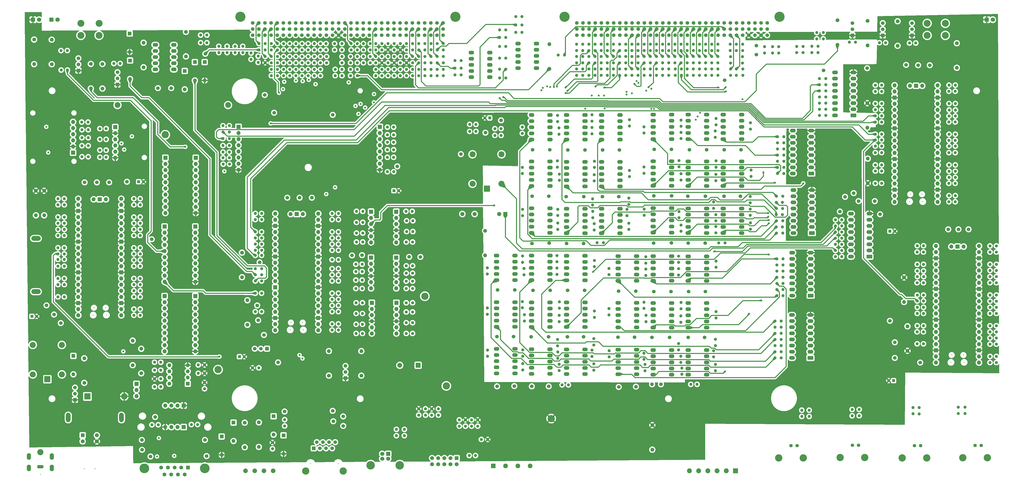
<source format=gbr>
%TF.GenerationSoftware,KiCad,Pcbnew,7.0.5*%
%TF.CreationDate,2024-12-02T15:45:00-05:00*%
%TF.ProjectId,Interconnect,496e7465-7263-46f6-9e6e-6563742e6b69,1.1*%
%TF.SameCoordinates,Original*%
%TF.FileFunction,Copper,L3,Inr*%
%TF.FilePolarity,Positive*%
%FSLAX46Y46*%
G04 Gerber Fmt 4.6, Leading zero omitted, Abs format (unit mm)*
G04 Created by KiCad (PCBNEW 7.0.5) date 2024-12-02 15:45:00*
%MOMM*%
%LPD*%
G01*
G04 APERTURE LIST*
%TA.AperFunction,ComponentPad*%
%ADD10R,1.500000X1.500000*%
%TD*%
%TA.AperFunction,ComponentPad*%
%ADD11C,1.500000*%
%TD*%
%TA.AperFunction,ComponentPad*%
%ADD12C,1.300000*%
%TD*%
%TA.AperFunction,ComponentPad*%
%ADD13R,1.650000X1.650000*%
%TD*%
%TA.AperFunction,ComponentPad*%
%ADD14C,1.650000*%
%TD*%
%TA.AperFunction,ComponentPad*%
%ADD15C,2.400000*%
%TD*%
%TA.AperFunction,ComponentPad*%
%ADD16O,2.400000X2.400000*%
%TD*%
%TA.AperFunction,ComponentPad*%
%ADD17R,2.400000X1.600000*%
%TD*%
%TA.AperFunction,ComponentPad*%
%ADD18O,2.400000X1.600000*%
%TD*%
%TA.AperFunction,ComponentPad*%
%ADD19C,1.600000*%
%TD*%
%TA.AperFunction,ComponentPad*%
%ADD20O,1.600000X1.600000*%
%TD*%
%TA.AperFunction,ComponentPad*%
%ADD21O,2.300000X1.600000*%
%TD*%
%TA.AperFunction,ComponentPad*%
%ADD22R,1.700000X1.700000*%
%TD*%
%TA.AperFunction,ComponentPad*%
%ADD23O,1.700000X1.700000*%
%TD*%
%TA.AperFunction,ComponentPad*%
%ADD24R,2.025000X2.025000*%
%TD*%
%TA.AperFunction,ComponentPad*%
%ADD25C,2.025000*%
%TD*%
%TA.AperFunction,ComponentPad*%
%ADD26R,1.600000X1.600000*%
%TD*%
%TA.AperFunction,ComponentPad*%
%ADD27C,3.000000*%
%TD*%
%TA.AperFunction,ComponentPad*%
%ADD28R,1.200000X1.200000*%
%TD*%
%TA.AperFunction,ComponentPad*%
%ADD29C,1.200000*%
%TD*%
%TA.AperFunction,ComponentPad*%
%ADD30C,4.200000*%
%TD*%
%TA.AperFunction,ComponentPad*%
%ADD31R,2.500000X2.500000*%
%TD*%
%TA.AperFunction,ComponentPad*%
%ADD32O,2.500000X2.500000*%
%TD*%
%TA.AperFunction,ComponentPad*%
%ADD33C,4.000000*%
%TD*%
%TA.AperFunction,ComponentPad*%
%ADD34C,1.905000*%
%TD*%
%TA.AperFunction,ComponentPad*%
%ADD35C,1.700000*%
%TD*%
%TA.AperFunction,ComponentPad*%
%ADD36C,3.500000*%
%TD*%
%TA.AperFunction,ComponentPad*%
%ADD37O,3.900000X1.950000*%
%TD*%
%TA.AperFunction,ComponentPad*%
%ADD38C,1.398000*%
%TD*%
%TA.AperFunction,ComponentPad*%
%ADD39C,3.015000*%
%TD*%
%TA.AperFunction,ComponentPad*%
%ADD40R,1.800000X1.800000*%
%TD*%
%TA.AperFunction,ComponentPad*%
%ADD41C,1.800000*%
%TD*%
%TA.AperFunction,ComponentPad*%
%ADD42R,2.600000X2.600000*%
%TD*%
%TA.AperFunction,ComponentPad*%
%ADD43O,2.600000X2.600000*%
%TD*%
%TA.AperFunction,ComponentPad*%
%ADD44C,2.850000*%
%TD*%
%TA.AperFunction,ComponentPad*%
%ADD45C,2.550000*%
%TD*%
%TA.AperFunction,ComponentPad*%
%ADD46O,2.700002X1.400000*%
%TD*%
%TA.AperFunction,ComponentPad*%
%ADD47O,1.750000X2.750000*%
%TD*%
%TA.AperFunction,ComponentPad*%
%ADD48R,1.950000X1.950000*%
%TD*%
%TA.AperFunction,ComponentPad*%
%ADD49C,1.950000*%
%TD*%
%TA.AperFunction,ComponentPad*%
%ADD50R,1.725000X1.725000*%
%TD*%
%TA.AperFunction,ComponentPad*%
%ADD51C,1.725000*%
%TD*%
%TA.AperFunction,ComponentPad*%
%ADD52O,1.950000X3.900000*%
%TD*%
%TA.AperFunction,ComponentPad*%
%ADD53R,2.000000X2.000000*%
%TD*%
%TA.AperFunction,ComponentPad*%
%ADD54C,2.000000*%
%TD*%
%TA.AperFunction,ViaPad*%
%ADD55C,0.800000*%
%TD*%
%TA.AperFunction,Conductor*%
%ADD56C,0.400000*%
%TD*%
%TA.AperFunction,Conductor*%
%ADD57C,0.600000*%
%TD*%
%ADD58C,0.350000*%
%ADD59O,2.005555X0.800000*%
%ADD60O,1.000000X2.000000*%
G04 APERTURE END LIST*
D10*
%TO.N,GND*%
%TO.C,Q1*%
X22817600Y168651800D03*
D11*
%TO.N,Net-(Q1-B)*%
X22817600Y171191800D03*
%TO.N,Net-(Q1-C)*%
X22817600Y173731800D03*
%TD*%
D10*
%TO.N,GND*%
%TO.C,Q24*%
X355435000Y183206000D03*
D11*
%TO.N,Net-(Q24-B)*%
X355435000Y185746000D03*
%TO.N,Net-(Q24-C)*%
X355435000Y188286000D03*
%TD*%
D10*
%TO.N,GND*%
%TO.C,Q22*%
X367495600Y183206000D03*
D11*
%TO.N,Net-(Q22-B)*%
X367495600Y185746000D03*
%TO.N,Net-(Q22-C)*%
X367495600Y188286000D03*
%TD*%
D10*
%TO.N,GND*%
%TO.C,Q19*%
X342883000Y183206000D03*
D11*
%TO.N,Net-(Q19-B)*%
X342883000Y185746000D03*
%TO.N,Net-(Q19-C)*%
X342883000Y188286000D03*
%TD*%
D10*
%TO.N,GND*%
%TO.C,Q5*%
X21420600Y32380800D03*
D11*
%TO.N,Net-(Q5-B)*%
X21420600Y34920800D03*
%TO.N,Net-(D1-A)*%
X21420600Y37460800D03*
%TD*%
D10*
%TO.N,GND*%
%TO.C,Q3*%
X38972000Y162886000D03*
D11*
%TO.N,Net-(Q3-B)*%
X38972000Y165426000D03*
%TO.N,Net-(Q3-C)*%
X38972000Y167966000D03*
%TD*%
D10*
%TO.N,N/C*%
%TO.C,U5*%
X100821000Y53536865D03*
D11*
%TO.N,Net-(U1-ADC_VREF)*%
X98281000Y53536865D03*
%TO.N,Net-(U1-AGND)*%
X95741000Y53536865D03*
%TD*%
D10*
%TO.N,GND*%
%TO.C,Q2*%
X133282200Y41347000D03*
D11*
%TO.N,Net-(Q2-B)*%
X133282200Y43887000D03*
%TO.N,Net-(Q2-C)*%
X133282200Y46427000D03*
%TD*%
D12*
%TO.N,PR0_2*%
%TO.C,NT150*%
X122919000Y166536865D03*
%TO.N,Net-(J1-PadC12)*%
X122919000Y169136865D03*
%TD*%
D13*
%TO.N,Net-(J26-Pad1)*%
%TO.C,J26*%
X179240000Y8282500D03*
D14*
%TO.N,Net-(J26-Pad2)*%
X179240000Y5742500D03*
%TO.N,Net-(J26-Pad3)*%
X176700000Y8282500D03*
%TO.N,Net-(J26-Pad4)*%
X176700000Y5742500D03*
%TO.N,Net-(J26-Pad5)*%
X174160000Y8282500D03*
%TO.N,Net-(J26-Pad6)*%
X174160000Y5742500D03*
%TO.N,Net-(J26-Pad7)*%
X171620000Y8282500D03*
%TO.N,Net-(J26-Pad8)*%
X171620000Y5742500D03*
%TO.N,Net-(J26-Pad9)*%
X169080000Y8282500D03*
%TO.N,Net-(J26-Pad10)*%
X169080000Y5742500D03*
%TD*%
D12*
%TO.N,Net-(J2-PadA20)*%
%TO.C,NT125*%
X277097000Y179550865D03*
%TO.N,B40_L*%
X277097000Y176950865D03*
%TD*%
%TO.N,B36_D*%
%TO.C,NT346*%
X369680000Y96160200D03*
%TO.N,Net-(U3-GPIO16)*%
X372280000Y96160200D03*
%TD*%
%TO.N,Net-(U18-O5)*%
%TO.C,NT523*%
X314480000Y136213865D03*
%TO.N,B44_R*%
X311880000Y136213865D03*
%TD*%
%TO.N,Net-(J2-PadC9)*%
%TO.C,NT144*%
X249157000Y169263865D03*
%TO.N,B25_H*%
X249157000Y166663865D03*
%TD*%
%TO.N,SSR1_POS*%
%TO.C,NT208*%
X161019000Y166536865D03*
%TO.N,Net-(J1-PadC27)*%
X161019000Y169136865D03*
%TD*%
D11*
%TO.N,Net-(U3-VBUS)*%
%TO.C,TP41*%
X370929200Y47824000D03*
%TD*%
D12*
%TO.N,JTAG_TDI*%
%TO.C,NT75*%
X155939000Y171870865D03*
%TO.N,Net-(J1-PadB25)*%
X155939000Y174470865D03*
%TD*%
%TO.N,SPI0_CLK*%
%TO.C,NT237*%
X130330744Y68874121D03*
%TO.N,Net-(U1-GPIO2)*%
X127730744Y68874121D03*
%TD*%
%TO.N,Net-(U2-ADC_VREF)*%
%TO.C,NT246*%
X17001000Y80088865D03*
%TO.N,Net-(NT246-Pad2)*%
X14401000Y80088865D03*
%TD*%
D15*
%TO.N,PWR_RES_H*%
%TO.C,R29*%
X38990000Y154360000D03*
D16*
%TO.N,PWR_RES_L*%
X84710000Y154360000D03*
%TD*%
D12*
%TO.N,B41_D*%
%TO.C,NT331*%
X385432600Y149830400D03*
%TO.N,Net-(U4-GPIO11)*%
X382832600Y149830400D03*
%TD*%
D11*
%TO.N,Net-(NT238-Pad2)*%
%TO.C,TP28*%
X97153744Y65318121D03*
%TD*%
D17*
%TO.N,B27_D*%
%TO.C,U14*%
X343279000Y150071865D03*
D18*
%TO.N,B2S_D*%
X343279000Y152611865D03*
%TO.N,B47_D*%
X343279000Y155151865D03*
%TO.N,B4S_D*%
X343279000Y157691865D03*
%TO.N,LPR2*%
X343279000Y160231865D03*
%TO.N,LPR1*%
X343279000Y162771865D03*
%TO.N,Net-(U14-I7)*%
X343279000Y165311865D03*
%TO.N,GND*%
X343279000Y167851865D03*
%TO.N,VCC*%
X335659000Y167851865D03*
%TO.N,Net-(U14-O7)*%
X335659000Y165311865D03*
%TO.N,Net-(U14-O6)*%
X335659000Y162771865D03*
%TO.N,Net-(U14-O5)*%
X335659000Y160231865D03*
%TO.N,Net-(U14-O4)*%
X335659000Y157691865D03*
%TO.N,Net-(U14-O3)*%
X335659000Y155151865D03*
%TO.N,Net-(U14-O2)*%
X335659000Y152611865D03*
%TO.N,Net-(U14-O1)*%
X335659000Y150071865D03*
%TD*%
D12*
%TO.N,/Relay_Bank2/BANK2_BUS_H*%
%TO.C,NT353*%
X235187000Y150310865D03*
%TO.N,/Relay_Bank2/B23_CL*%
X235187000Y147710865D03*
%TD*%
%TO.N,Net-(J2-PadC10)*%
%TO.C,NT147*%
X251697000Y169263865D03*
%TO.N,B25_L*%
X251697000Y166663865D03*
%TD*%
%TO.N,K1_LP_NC1*%
%TO.C,NT157*%
X166099000Y177204865D03*
%TO.N,Net-(J1-PadA29)*%
X166099000Y179804865D03*
%TD*%
D19*
%TO.N,Net-(Q22-B)*%
%TO.C,R35*%
X361552000Y189045865D03*
D20*
%TO.N,S2_IO28*%
X361552000Y178885865D03*
%TD*%
D12*
%TO.N,Net-(J2-PadA18)*%
%TO.C,NT117*%
X272015587Y179550865D03*
%TO.N,B36_L*%
X272015587Y176950865D03*
%TD*%
D21*
%TO.N,VCC*%
%TO.C,K25*%
X217788000Y120835105D03*
%TO.N,Net-(K25-Pad2)*%
X217788000Y123375105D03*
%TO.N,/Relay_Bank2/B21_CL*%
X217788000Y125915105D03*
%TO.N,B21_L*%
X217788000Y128455105D03*
%TO.N,N/C*%
X217788000Y130995105D03*
X210168000Y130995105D03*
%TO.N,B21_H*%
X210168000Y128455105D03*
%TO.N,/Relay_Bank2/B21_CH*%
X210168000Y125915105D03*
%TO.N,Net-(K25-Pad9)*%
X210168000Y123375105D03*
%TO.N,B21_R*%
X210168000Y120835105D03*
%TD*%
D12*
%TO.N,Net-(K20-Pad4)*%
%TO.C,NT406*%
X206261000Y190950865D03*
%TO.N,K1_LP_NO2*%
X203661000Y190950865D03*
%TD*%
D21*
%TO.N,VCC*%
%TO.C,K38*%
X268103300Y42830105D03*
%TO.N,Net-(K38-Pad2)*%
X268103300Y45370105D03*
%TO.N,/Relay_Bank3/B35_CL*%
X268103300Y47910105D03*
%TO.N,B35_L*%
X268103300Y50450105D03*
%TO.N,N/C*%
X268103300Y52990105D03*
X260483300Y52990105D03*
%TO.N,B35_H*%
X260483300Y50450105D03*
%TO.N,/Relay_Bank3/B35_CH*%
X260483300Y47910105D03*
%TO.N,Net-(K38-Pad9)*%
X260483300Y45370105D03*
%TO.N,B35_R*%
X260483300Y42830105D03*
%TD*%
D22*
%TO.N,/i2c_device/DAC_V*%
%TO.C,J31*%
X38083000Y145230865D03*
D23*
%TO.N,GND*%
X38083000Y142690865D03*
%TO.N,/i2c_device/DAC_SCL*%
X38083000Y140150865D03*
%TO.N,/i2c_device/DAC_SDA*%
X38083000Y137610865D03*
%TO.N,/i2c_device/DAC_VCC*%
X38083000Y135070865D03*
%TO.N,GND*%
X38083000Y132530865D03*
%TD*%
D22*
%TO.N,Net-(J32-Pin_1)*%
%TO.C,J32*%
X89010000Y145360000D03*
D23*
%TO.N,Net-(J32-Pin_2)*%
X89010000Y142820000D03*
%TO.N,Net-(J32-Pin_3)*%
X89010000Y140280000D03*
%TO.N,Net-(J32-Pin_4)*%
X89010000Y137740000D03*
%TO.N,Net-(J32-Pin_5)*%
X89010000Y135200000D03*
%TO.N,Net-(J32-Pin_6)*%
X89010000Y132660000D03*
%TO.N,Net-(J32-Pin_7)*%
X89010000Y130120000D03*
%TO.N,GND*%
X89010000Y127580000D03*
%TD*%
D12*
%TO.N,Net-(J2-PadB3)*%
%TO.C,NT182*%
X233940190Y174440865D03*
%TO.N,B14_H*%
X233940190Y171840865D03*
%TD*%
D21*
%TO.N,VCC*%
%TO.C,K29*%
X232266000Y101350385D03*
%TO.N,Net-(K29-Pad2)*%
X232266000Y103890385D03*
%TO.N,/Relay_Bank2/B25_CL*%
X232266000Y106430385D03*
%TO.N,B25_L*%
X232266000Y108970385D03*
%TO.N,N/C*%
X232266000Y111510385D03*
X224646000Y111510385D03*
%TO.N,B25_H*%
X224646000Y108970385D03*
%TO.N,/Relay_Bank2/B25_CH*%
X224646000Y106430385D03*
%TO.N,Net-(K29-Pad9)*%
X224646000Y103890385D03*
%TO.N,B25_R*%
X224646000Y101350385D03*
%TD*%
D12*
%TO.N,P1_1*%
%TO.C,NT273*%
X48370000Y102948865D03*
%TO.N,Net-(U2-GPIO11)*%
X45770000Y102948865D03*
%TD*%
%TO.N,P1_0*%
%TO.C,NT269*%
X48370000Y100399865D03*
%TO.N,Net-(U2-GPIO10)*%
X45770000Y100399865D03*
%TD*%
%TO.N,/Relay_Bank1/BANK1_BUS_H*%
%TO.C,NT14*%
X221598000Y44484865D03*
%TO.N,/Relay_Bank1/B15_CL*%
X221598000Y47084865D03*
%TD*%
%TO.N,PS1_OUT_HI1*%
%TO.C,NT193*%
X150859000Y166536865D03*
%TO.N,Net-(J1-PadC23)*%
X150859000Y169136865D03*
%TD*%
%TO.N,AWG+*%
%TO.C,NT450*%
X321941000Y28111000D03*
%TO.N,Net-(J21-In)*%
X321941000Y25511000D03*
%TD*%
%TO.N,UART0-CTS*%
%TO.C,NT283*%
X130330744Y106974121D03*
%TO.N,Net-(U1-GPIO14)*%
X127730744Y106974121D03*
%TD*%
%TO.N,Net-(NT424-Pad1)*%
%TO.C,NT424*%
X137547278Y88491120D03*
%TO.N,/Communication/M3_LV1*%
X140147278Y88491120D03*
%TD*%
%TO.N,B10_D*%
%TO.C,NT291*%
X402379000Y47824000D03*
%TO.N,Net-(U3-GPIO0)*%
X399779000Y47824000D03*
%TD*%
D11*
%TO.N,Net-(K37-Pad9)*%
%TO.C,TP119*%
X260028200Y58185065D03*
%TD*%
D19*
%TO.N,GND*%
%TO.C,R1*%
X365646000Y52650000D03*
D20*
%TO.N,/Pico_master/S2_I2C_ID1*%
X365646000Y62810000D03*
%TD*%
D11*
%TO.N,Net-(K19-Pad2)*%
%TO.C,TP72*%
X61210000Y161380000D03*
%TD*%
D12*
%TO.N,UART0-CTS*%
%TO.C,NT440*%
X137801278Y105827609D03*
%TO.N,/Communication/M2_LV2*%
X140401278Y105827609D03*
%TD*%
%TO.N,Net-(J2-PadA3)*%
%TO.C,NT58*%
X233894422Y179550865D03*
%TO.N,B13_H*%
X233894422Y176950865D03*
%TD*%
%TO.N,Net-(J2-PadA8)*%
%TO.C,NT80*%
X246601477Y179550865D03*
%TO.N,B20_L*%
X246601477Y176950865D03*
%TD*%
%TO.N,/Relay_Bank1/BANK1_BUS_H*%
%TO.C,NT7*%
X206597000Y47338865D03*
%TO.N,/Relay_Bank1/B12_CL*%
X206597000Y44738865D03*
%TD*%
D24*
%TO.N,DVM_I*%
%TO.C,J20*%
X294510000Y3000000D03*
D25*
%TO.N,DVM_H*%
X290700000Y3000000D03*
%TO.N,DVM_L*%
X286890000Y3000000D03*
%TO.N,DVM_TRIG*%
X283080000Y3000000D03*
%TO.N,DVM_SENSE_H*%
X279270000Y3000000D03*
%TO.N,DVM_SENSE_L*%
X275460000Y3000000D03*
%TD*%
D12*
%TO.N,K3_HP_C2*%
%TO.C,NT405*%
X184611000Y146373865D03*
%TO.N,Net-(K21-Pad1)*%
X187211000Y146373865D03*
%TD*%
D19*
%TO.N,1WIRE*%
%TO.C,R15*%
X217560000Y169400000D03*
D20*
%TO.N,MSR_3V3*%
X217560000Y179560000D03*
%TD*%
D12*
%TO.N,GND*%
%TO.C,NT180*%
X100059000Y171870865D03*
%TO.N,Net-(J1-PadB3)*%
X100059000Y174470865D03*
%TD*%
D11*
%TO.N,Net-(K34-Pad2)*%
%TO.C,TP116*%
X252789200Y58317545D03*
%TD*%
D12*
%TO.N,DAC_VOUT*%
%TO.C,NT184*%
X102599000Y171870865D03*
%TO.N,Net-(J1-PadB4)*%
X102599000Y174470865D03*
%TD*%
%TO.N,Net-(J2-PadB20)*%
%TO.C,NT59*%
X277101405Y174440865D03*
%TO.N,B41_L*%
X277101405Y171840865D03*
%TD*%
%TO.N,CMOD_6*%
%TO.C,NT98*%
X128761000Y177204865D03*
%TO.N,Net-(J1-PadA14)*%
X128761000Y179804865D03*
%TD*%
%TO.N,DAC_VOUT*%
%TO.C,NT476*%
X31703000Y144611865D03*
%TO.N,/i2c_device/DAC_V*%
X34303000Y144611865D03*
%TD*%
D19*
%TO.N,Net-(Q1-B)*%
%TO.C,R2*%
X27960000Y171390000D03*
D20*
%TO.N,ERROR_LED*%
X27960000Y161230000D03*
%TD*%
D11*
%TO.N,Net-(K2-Pad9)*%
%TO.C,TP2*%
X195918600Y58596945D03*
%TD*%
D12*
%TO.N,Net-(NT115-Pad1)*%
%TO.C,NT115*%
X97138000Y171997865D03*
%TO.N,Net-(J1-PadC3)*%
X97138000Y174597865D03*
%TD*%
%TO.N,Net-(U3-ADC_VREF)*%
%TO.C,NT302*%
X372229200Y60524000D03*
%TO.N,Net-(NT302-Pad2)*%
X369629200Y60524000D03*
%TD*%
%TO.N,Net-(U12-VCC)*%
%TO.C,NT535*%
X56909000Y37788865D03*
%TO.N,MSR_3V3*%
X54309000Y37788865D03*
%TD*%
D26*
%TO.N,VCC*%
%TO.C,D23*%
X66785000Y168474000D03*
D20*
%TO.N,Net-(D23-A)*%
X66785000Y160854000D03*
%TD*%
D12*
%TO.N,Net-(U18-O7)*%
%TO.C,NT525*%
X314480000Y141293865D03*
%TO.N,B46_R*%
X311880000Y141293865D03*
%TD*%
%TO.N,LPR1*%
%TO.C,NT317*%
X402379000Y73224000D03*
%TO.N,Net-(U3-GPIO8)*%
X399779000Y73224000D03*
%TD*%
%TO.N,K2_LP_NO2*%
%TO.C,NT91*%
X166099000Y171870865D03*
%TO.N,Net-(J1-PadB29)*%
X166099000Y174470865D03*
%TD*%
%TO.N,B17_D*%
%TO.C,NT313*%
X402379000Y70684000D03*
%TO.N,Net-(U3-GPIO7)*%
X399779000Y70684000D03*
%TD*%
%TO.N,Net-(NT176-Pad1)*%
%TO.C,NT176*%
X94217000Y173267865D03*
%TO.N,Net-(J1-PadB2)*%
X94217000Y175867865D03*
%TD*%
%TO.N,Net-(U13-O1)*%
%TO.C,NT390*%
X313449000Y49726865D03*
%TO.N,B10_R*%
X310849000Y49726865D03*
%TD*%
%TO.N,M1_IO1*%
%TO.C,NT235*%
X130330744Y63794121D03*
%TO.N,Net-(U1-GPIO1)*%
X127730744Y63794121D03*
%TD*%
%TO.N,B46_D*%
%TO.C,NT348*%
X352352600Y162632000D03*
%TO.N,Net-(U4-GPIO16)*%
X354952600Y162632000D03*
%TD*%
%TO.N,Net-(J2-PadA7)*%
%TO.C,NT76*%
X244060066Y179550865D03*
%TO.N,B20_H*%
X244060066Y176950865D03*
%TD*%
D11*
%TO.N,Net-(TP39-Pad1)*%
%TO.C,TP39*%
X114283000Y116020865D03*
%TD*%
%TO.N,Net-(K31-Pad9)*%
%TO.C,TP106*%
X239505000Y116503465D03*
%TD*%
D12*
%TO.N,Net-(D23-A)*%
%TO.C,NT398*%
X40090000Y171550000D03*
%TO.N,Net-(Q3-C)*%
X37490000Y171550000D03*
%TD*%
%TO.N,S1_IO28*%
%TO.C,NT250*%
X14401000Y82619865D03*
%TO.N,Net-(U2-GPIO28_ADC2)*%
X17001000Y82619865D03*
%TD*%
D11*
%TO.N,Net-(K13-Pad2)*%
%TO.C,TP62*%
X282608800Y135878585D03*
%TD*%
D19*
%TO.N,GND*%
%TO.C,R16*%
X349040000Y155160000D03*
D20*
%TO.N,/Pico_master/S3_I2C_ID0*%
X349040000Y145000000D03*
%TD*%
D11*
%TO.N,Net-(U3-SWDIO)*%
%TO.C,TP49*%
X382507000Y102942000D03*
%TD*%
D12*
%TO.N,Net-(NT429-Pad1)*%
%TO.C,NT429*%
X161005278Y84808120D03*
%TO.N,/Communication/M3_HV2*%
X158405278Y84808120D03*
%TD*%
D27*
%TO.N,VCC*%
%TO.C,TP86*%
X174963600Y38146600D03*
%TD*%
D12*
%TO.N,K1_LP_C1*%
%TO.C,NT153*%
X163559000Y177204865D03*
%TO.N,Net-(J1-PadA28)*%
X163559000Y179804865D03*
%TD*%
D11*
%TO.N,Net-(NT240-Pad2)*%
%TO.C,TP29*%
X12759200Y67686800D03*
%TD*%
D12*
%TO.N,/Relay_Bank2/BANK2_BUS_L*%
%TO.C,NT47*%
X206485000Y111194865D03*
%TO.N,/Relay_Bank2/B22_CH*%
X206485000Y108594865D03*
%TD*%
D19*
%TO.N,Net-(U12-SDA)*%
%TO.C,R8*%
X45270000Y46730000D03*
D20*
%TO.N,MSR_3V3*%
X45270000Y56890000D03*
%TD*%
D12*
%TO.N,PFLAG*%
%TO.C,NT207*%
X117839000Y171870865D03*
%TO.N,Net-(J1-PadB10)*%
X117839000Y174470865D03*
%TD*%
D11*
%TO.N,Net-(K6-Pad9)*%
%TO.C,TP10*%
X210295000Y37968105D03*
%TD*%
D12*
%TO.N,GND*%
%TO.C,NT529*%
X187943000Y24102865D03*
%TO.N,Net-(J26-Pad2)*%
X187943000Y21502865D03*
%TD*%
%TO.N,Net-(U16-O3)*%
%TO.C,NT503*%
X314069000Y106480865D03*
%TO.N,B22_R*%
X311469000Y106480865D03*
%TD*%
%TO.N,Net-(J2-PadA11)*%
%TO.C,NT89*%
X254225710Y179550865D03*
%TO.N,B26_H*%
X254225710Y176950865D03*
%TD*%
%TO.N,B13_D*%
%TO.C,NT299*%
X402379000Y57984000D03*
%TO.N,Net-(U3-GPIO3)*%
X399779000Y57984000D03*
%TD*%
D21*
%TO.N,VCC*%
%TO.C,K14*%
X282566300Y120841385D03*
%TO.N,Net-(K14-Pad2)*%
X282566300Y123381385D03*
%TO.N,/Relay_Bank4/B44_CL*%
X282566300Y125921385D03*
%TO.N,B44_L*%
X282566300Y128461385D03*
%TO.N,N/C*%
X282566300Y131001385D03*
X274946300Y131001385D03*
%TO.N,B44_H*%
X274946300Y128461385D03*
%TO.N,/Relay_Bank4/B44_CH*%
X274946300Y125921385D03*
%TO.N,Net-(K14-Pad9)*%
X274946300Y123381385D03*
%TO.N,B44_R*%
X274946300Y120841385D03*
%TD*%
D11*
%TO.N,Net-(K21-Pad4)*%
%TO.C,TP75*%
X180958000Y134054865D03*
%TD*%
D28*
%TO.N,MSR_3V3*%
%TO.C,C19*%
X89430401Y50234865D03*
D29*
%TO.N,GND*%
X91430401Y50234865D03*
%TD*%
D11*
%TO.N,Net-(K12-Pad9)*%
%TO.C,TP57*%
X260637800Y97230345D03*
%TD*%
D12*
%TO.N,I2C1_SCL*%
%TO.C,NT255*%
X130330744Y84114121D03*
%TO.N,Net-(U1-GPIO7)*%
X127730744Y84114121D03*
%TD*%
D19*
%TO.N,ADC1*%
%TO.C,R28*%
X67290000Y184650000D03*
D20*
%TO.N,Net-(K19-Pad3)*%
X67290000Y174490000D03*
%TD*%
D11*
%TO.N,Net-(K27-Pad2)*%
%TO.C,TP102*%
X232316800Y135739825D03*
%TD*%
D12*
%TO.N,SPI0_TX*%
%TO.C,NT430*%
X137671278Y63662120D03*
%TO.N,/Communication/M1_LV3*%
X140271278Y63662120D03*
%TD*%
%TO.N,Net-(J2-PadB28)*%
%TO.C,NT92*%
X297417000Y174343865D03*
%TO.N,DVM_TRIG*%
X297417000Y171743865D03*
%TD*%
%TO.N,Net-(J2-PadA16)*%
%TO.C,NT109*%
X266932765Y179550865D03*
%TO.N,B33_L*%
X266932765Y176950865D03*
%TD*%
%TO.N,Net-(K41-Pad2)*%
%TO.C,NT389*%
X286256000Y47025585D03*
%TO.N,/Relay_Bank3/BANK3_BUS_L*%
X286256000Y44425585D03*
%TD*%
D11*
%TO.N,Net-(NT260-Pad2)*%
%TO.C,TP34*%
X97743000Y89290865D03*
%TD*%
D12*
%TO.N,/Relay_Bank4/BANK4_BUS_L*%
%TO.C,NT31*%
X271128000Y131399625D03*
%TO.N,/Relay_Bank4/B44_CH*%
X271128000Y128799625D03*
%TD*%
%TO.N,/Relay_Bank1/BANK1_BUS_H*%
%TO.C,NT15*%
X236203000Y90073585D03*
%TO.N,/Relay_Bank1/B16_CL*%
X236203000Y87473585D03*
%TD*%
%TO.N,SCOPE_CH2+*%
%TO.C,NT170*%
X326097830Y176061865D03*
%TO.N,/Front_connector/SH2+*%
X326097830Y178661865D03*
%TD*%
D11*
%TO.N,Net-(U4-SWDIO)*%
%TO.C,TP50*%
X365082600Y170988600D03*
%TD*%
D12*
%TO.N,B23_D*%
%TO.C,NT300*%
X385432600Y124430400D03*
%TO.N,Net-(U4-GPIO3)*%
X382832600Y124430400D03*
%TD*%
D26*
%TO.N,M1_IO0*%
%TO.C,D33*%
X107660000Y17680000D03*
D20*
%TO.N,GND*%
X107660000Y10060000D03*
%TD*%
D12*
%TO.N,UART0-TX*%
%TO.C,NT444*%
X137801278Y97699609D03*
%TO.N,/Communication/M2_LV4*%
X140401278Y97699609D03*
%TD*%
%TO.N,Net-(J2-PadA17)*%
%TO.C,NT113*%
X269474176Y179550865D03*
%TO.N,B36_H*%
X269474176Y176950865D03*
%TD*%
D11*
%TO.N,Net-(U1-ADC_VREF)*%
%TO.C,TP32*%
X105390000Y47860000D03*
%TD*%
D12*
%TO.N,K1_LP_NC2*%
%TO.C,NT168*%
X173719000Y177204865D03*
%TO.N,Net-(J1-PadA32)*%
X173719000Y179804865D03*
%TD*%
D11*
%TO.N,Net-(J2-PadA1)*%
%TO.C,J2*%
X228887800Y188334665D03*
%TO.N,Net-(J2-PadA2)*%
X231427800Y188334665D03*
%TO.N,Net-(J2-PadA3)*%
X233967800Y188334665D03*
%TO.N,Net-(J2-PadA4)*%
X236507800Y188334665D03*
%TO.N,Net-(J2-PadA5)*%
X239047800Y188334665D03*
%TO.N,Net-(J2-PadA6)*%
X241587800Y188334665D03*
%TO.N,Net-(J2-PadA7)*%
X244127800Y188334665D03*
%TO.N,Net-(J2-PadA8)*%
X246667800Y188334665D03*
%TO.N,Net-(J2-PadA9)*%
X249207800Y188334665D03*
%TO.N,Net-(J2-PadA10)*%
X251747800Y188334665D03*
%TO.N,Net-(J2-PadA11)*%
X254287800Y188334665D03*
%TO.N,Net-(J2-PadA12)*%
X256827800Y188334665D03*
%TO.N,Net-(J2-PadA13)*%
X259367800Y188334665D03*
%TO.N,Net-(J2-PadA14)*%
X261907800Y188334665D03*
%TO.N,Net-(J2-PadA15)*%
X264447800Y188334665D03*
%TO.N,Net-(J2-PadA16)*%
X266987800Y188334665D03*
%TO.N,Net-(J2-PadA17)*%
X269527800Y188334665D03*
%TO.N,Net-(J2-PadA18)*%
X272067800Y188334665D03*
%TO.N,Net-(J2-PadA19)*%
X274607800Y188334665D03*
%TO.N,Net-(J2-PadA20)*%
X277147800Y188334665D03*
%TO.N,Net-(J2-PadA21)*%
X279687800Y188334665D03*
%TO.N,Net-(J2-PadA22)*%
X282227800Y188334665D03*
%TO.N,Net-(J2-PadA23)*%
X284767800Y188334665D03*
%TO.N,Net-(J2-PadA24)*%
X287307800Y188334665D03*
%TO.N,Earth*%
X289847800Y188334665D03*
%TO.N,Net-(J2-PadA26)*%
X292387800Y188334665D03*
%TO.N,Net-(J2-PadA27)*%
X294927800Y188334665D03*
%TO.N,Net-(J2-PadA28)*%
X297467800Y188334665D03*
%TO.N,/Front_connector/SH1+*%
X300007800Y188334665D03*
%TO.N,/Front_connector/SH1-*%
X302547800Y188334665D03*
%TO.N,/Front_connector/SH2+*%
X305087800Y188334665D03*
%TO.N,/Front_connector/SH2-*%
X307627800Y188334665D03*
%TO.N,Net-(J2-PadB1)*%
X228887800Y185794665D03*
%TO.N,Net-(J2-PadB2)*%
X231427800Y185794665D03*
%TO.N,Net-(J2-PadB3)*%
X233967800Y185794665D03*
%TO.N,Net-(J2-PadB4)*%
X236507800Y185794665D03*
%TO.N,Net-(J2-PadB5)*%
X239047800Y185794665D03*
%TO.N,Net-(J2-PadB6)*%
X241587800Y185794665D03*
%TO.N,Net-(J2-PadB7)*%
X244127800Y185794665D03*
%TO.N,Net-(J2-PadB8)*%
X246667800Y185794665D03*
%TO.N,Net-(J2-PadB9)*%
X249207800Y185794665D03*
%TO.N,Net-(J2-PadB10)*%
X251747800Y185794665D03*
%TO.N,Net-(J2-PadB11)*%
X254287800Y185794665D03*
%TO.N,Net-(J2-PadB12)*%
X256827800Y185794665D03*
%TO.N,Net-(J2-PadB13)*%
X259367800Y185794665D03*
%TO.N,Net-(J2-PadB14)*%
X261907800Y185794665D03*
%TO.N,Net-(J2-PadB15)*%
X264447800Y185794665D03*
%TO.N,Net-(J2-PadB16)*%
X266987800Y185794665D03*
%TO.N,Net-(J2-PadB17)*%
X269527800Y185794665D03*
%TO.N,Net-(J2-PadB18)*%
X272067800Y185794665D03*
%TO.N,Net-(J2-PadB19)*%
X274607800Y185794665D03*
%TO.N,Net-(J2-PadB20)*%
X277147800Y185794665D03*
%TO.N,Net-(J2-PadB21)*%
X279687800Y185794665D03*
%TO.N,Net-(J2-PadB22)*%
X282227800Y185794665D03*
%TO.N,Net-(J2-PadB23)*%
X284767800Y185794665D03*
%TO.N,Net-(J2-PadB24)*%
X287307800Y185794665D03*
%TO.N,/Front_connector/1W_J2*%
X289847800Y185794665D03*
%TO.N,Net-(J2-PadB26)*%
X292387800Y185794665D03*
%TO.N,Net-(J2-PadB27)*%
X294927800Y185794665D03*
%TO.N,Net-(J2-PadB28)*%
X297467800Y185794665D03*
%TO.N,/Front_connector/IT+*%
X300007800Y185794665D03*
%TO.N,/Front_connector/IT-*%
X302547800Y185794665D03*
%TO.N,/Front_connector/W+*%
X305087800Y185794665D03*
%TO.N,/Front_connector/W-*%
X307627800Y185794665D03*
%TO.N,Net-(J2-PadC1)*%
X228887800Y183254665D03*
%TO.N,Net-(J2-PadC2)*%
X231427800Y183254665D03*
%TO.N,Net-(J2-PadC3)*%
X233967800Y183254665D03*
%TO.N,Net-(J2-PadC4)*%
X236507800Y183254665D03*
%TO.N,Net-(J2-PadC5)*%
X239047800Y183254665D03*
%TO.N,Net-(J2-PadC6)*%
X241587800Y183254665D03*
%TO.N,Net-(J2-PadC7)*%
X244127800Y183254665D03*
%TO.N,Net-(J2-PadC8)*%
X246667800Y183254665D03*
%TO.N,Net-(J2-PadC9)*%
X249207800Y183254665D03*
%TO.N,Net-(J2-PadC10)*%
X251747800Y183254665D03*
%TO.N,Net-(J2-PadC11)*%
X254287800Y183254665D03*
%TO.N,Net-(J2-PadC12)*%
X256827800Y183254665D03*
%TO.N,Net-(J2-PadC13)*%
X259367800Y183254665D03*
%TO.N,Net-(J2-PadC14)*%
X261907800Y183254665D03*
%TO.N,Net-(J2-PadC15)*%
X264447800Y183254665D03*
%TO.N,Net-(J2-PadC16)*%
X266987800Y183254665D03*
%TO.N,Net-(J2-PadC17)*%
X269527800Y183254665D03*
%TO.N,Net-(J2-PadC18)*%
X272067800Y183254665D03*
%TO.N,Net-(J2-PadC19)*%
X274607800Y183254665D03*
%TO.N,Net-(J2-PadC20)*%
X277147800Y183254665D03*
%TO.N,Net-(J2-PadC21)*%
X279687800Y183254665D03*
%TO.N,Net-(J2-PadC22)*%
X282227800Y183254665D03*
%TO.N,Net-(J2-PadC23)*%
X284767800Y183254665D03*
%TO.N,Net-(J2-PadC24)*%
X287307800Y183254665D03*
%TO.N,Net-(J2-PadC25)*%
X289847800Y183254665D03*
%TO.N,Net-(J2-PadC26)*%
X292387800Y183254665D03*
%TO.N,Net-(J2-PadC27)*%
X294927800Y183254665D03*
%TO.N,Net-(J2-PadC28)*%
X297467800Y183254665D03*
%TO.N,GND*%
X300007800Y183254665D03*
%TO.N,Net-(J2-PadC30)*%
X302547800Y183254665D03*
%TO.N,GND*%
X305087800Y183254665D03*
%TO.N,Net-(J2-PadC32)*%
X307627800Y183254665D03*
D30*
%TO.N,Earth*%
X223807800Y190874665D03*
X312707800Y190874665D03*
%TD*%
D12*
%TO.N,B2_COM_H*%
%TO.C,NT363*%
X235553000Y107770145D03*
%TO.N,Net-(K32-Pad8)*%
X235553000Y110370145D03*
%TD*%
%TO.N,Net-(K18-Pad4)*%
%TO.C,NT42*%
X300592000Y113958865D03*
%TO.N,/Relay_Bank4/BANK4_BUS_H*%
X300592000Y116558865D03*
%TD*%
%TO.N,SPI0_RX*%
%TO.C,NT426*%
X137671278Y68107120D03*
%TO.N,/Communication/M1_LV2*%
X140271278Y68107120D03*
%TD*%
%TO.N,GND*%
%TO.C,NT463*%
X192050000Y16000000D03*
%TO.N,Net-(J26-Pad6)*%
X189450000Y16000000D03*
%TD*%
%TO.N,Net-(J2-PadA5)*%
%TO.C,NT66*%
X238977244Y179550865D03*
%TO.N,B16_H*%
X238977244Y176950865D03*
%TD*%
%TO.N,PR0_4*%
%TO.C,NT90*%
X122919000Y177204865D03*
%TO.N,Net-(J1-PadA12)*%
X122919000Y179804865D03*
%TD*%
%TO.N,Net-(U4-GPIO27_ADC1)*%
%TO.C,NT312*%
X354952600Y134692000D03*
%TO.N,/Pico_master/S3_I2C_ID1*%
X352352600Y134692000D03*
%TD*%
%TO.N,Net-(U13-O4)*%
%TO.C,NT410*%
X313449000Y57346865D03*
%TO.N,B13_R*%
X310849000Y57346865D03*
%TD*%
D21*
%TO.N,VCC*%
%TO.C,K9*%
X232281000Y43028585D03*
%TO.N,Net-(K9-Pad2)*%
X232281000Y45568585D03*
%TO.N,Net-(K9-Pad3)*%
X232281000Y48108585D03*
%TO.N,Net-(K9-Pad4)*%
X232281000Y50648585D03*
%TO.N,N/C*%
X232281000Y53188585D03*
X224661000Y53188585D03*
%TO.N,Net-(K9-Pad7)*%
X224661000Y50648585D03*
%TO.N,Net-(K9-Pad8)*%
X224661000Y48108585D03*
%TO.N,Net-(K9-Pad9)*%
X224661000Y45568585D03*
%TO.N,B1S_R*%
X224661000Y43028585D03*
%TD*%
D12*
%TO.N,Net-(U14-O1)*%
%TO.C,NT391*%
X331864000Y150056865D03*
%TO.N,B27_R*%
X329264000Y150056865D03*
%TD*%
D22*
%TO.N,/Communication/M1_HV1*%
%TO.C,J12*%
X154308278Y72552120D03*
D23*
%TO.N,/Communication/M1_HV2*%
X154308278Y70012120D03*
%TO.N,DIG_PWR_IN*%
X154308278Y67472120D03*
%TO.N,GND*%
X154308278Y64932120D03*
%TO.N,/Communication/M1_HV3*%
X154308278Y62392120D03*
%TO.N,/Communication/M1_HV4*%
X154308278Y59852120D03*
%TD*%
D12*
%TO.N,PS1_OUT_HI2*%
%TO.C,NT196*%
X153399000Y166536865D03*
%TO.N,Net-(J1-PadC24)*%
X153399000Y169136865D03*
%TD*%
%TO.N,I2C1_SDA*%
%TO.C,NT251*%
X130330744Y81574121D03*
%TO.N,Net-(U1-GPIO6)*%
X127730744Y81574121D03*
%TD*%
%TO.N,PS1_IO9*%
%TO.C,NT138*%
X115299000Y166536865D03*
%TO.N,Net-(J1-PadC9)*%
X115299000Y169136865D03*
%TD*%
%TO.N,Net-(U15-O3)*%
%TO.C,NT502*%
X338453000Y96731865D03*
%TO.N,B37_R*%
X335853000Y96731865D03*
%TD*%
%TO.N,Net-(J2-PadA9)*%
%TO.C,NT81*%
X249142888Y179550865D03*
%TO.N,B23_H*%
X249142888Y176950865D03*
%TD*%
D11*
%TO.N,Net-(J28-Pad7)*%
%TO.C,TP84*%
X75823482Y9142000D03*
%TD*%
D12*
%TO.N,Net-(U9-T1IN)*%
%TO.C,NT469*%
X53230000Y22080000D03*
%TO.N,UART1_TX*%
X55830000Y22080000D03*
%TD*%
%TO.N,SCOPE_CH2-*%
%TO.C,NT449*%
X370442000Y29182865D03*
%TO.N,Net-(J19-Ext)*%
X370442000Y26582865D03*
%TD*%
%TO.N,Net-(J2-PadB7)*%
%TO.C,NT202*%
X244095770Y174440865D03*
%TO.N,B21_H*%
X244095770Y171840865D03*
%TD*%
D11*
%TO.N,Net-(U1-SWCLK)*%
%TO.C,TP40*%
X119363000Y116020865D03*
%TD*%
D12*
%TO.N,I2C_SCL*%
%TO.C,NT433*%
X161005278Y81506120D03*
%TO.N,/Communication/M3_HV3*%
X158405278Y81506120D03*
%TD*%
D11*
%TO.N,Net-(K5-Pad9)*%
%TO.C,TP9*%
X210015600Y58464465D03*
%TD*%
D26*
%TO.N,MSR_3V3*%
%TO.C,D32*%
X103536000Y25610000D03*
D20*
%TO.N,M1_IO0*%
X103536000Y17990000D03*
%TD*%
D12*
%TO.N,K3_HP_NO1*%
%TO.C,NT224*%
X171179000Y166536865D03*
%TO.N,Net-(J1-PadC31)*%
X171179000Y169136865D03*
%TD*%
%TO.N,EXT_17*%
%TO.C,NT490*%
X82620000Y137620000D03*
%TO.N,Net-(J32-Pin_4)*%
X85220000Y137620000D03*
%TD*%
D21*
%TO.N,VCC*%
%TO.C,K32*%
X246760600Y101284385D03*
%TO.N,Net-(K32-Pad2)*%
X246760600Y103824385D03*
%TO.N,Net-(K32-Pad3)*%
X246760600Y106364385D03*
%TO.N,Net-(K32-Pad4)*%
X246760600Y108904385D03*
%TO.N,N/C*%
X246760600Y111444385D03*
X239140600Y111444385D03*
%TO.N,Net-(K32-Pad7)*%
X239140600Y108904385D03*
%TO.N,Net-(K32-Pad8)*%
X239140600Y106364385D03*
%TO.N,Net-(K32-Pad9)*%
X239140600Y103824385D03*
%TO.N,B2S_R*%
X239140600Y101284385D03*
%TD*%
D12*
%TO.N,P1_2*%
%TO.C,NT277*%
X48370000Y105488865D03*
%TO.N,Net-(U2-GPIO12)*%
X45770000Y105488865D03*
%TD*%
%TO.N,PR0_1*%
%TO.C,NT94*%
X125205000Y177204865D03*
%TO.N,Net-(J1-PadA13)*%
X125205000Y179804865D03*
%TD*%
D27*
%TO.N,SLV1_3V3*%
%TO.C,TP88*%
X58733200Y142083400D03*
%TD*%
D19*
%TO.N,Net-(D35-A)*%
%TO.C,R6*%
X4510000Y181470000D03*
D20*
%TO.N,PWR_5V*%
X4510000Y171310000D03*
%TD*%
D19*
%TO.N,GND*%
%TO.C,R14*%
X364240000Y83030000D03*
D20*
%TO.N,/Pico_master/S2_I2C_ID0*%
X364240000Y72870000D03*
%TD*%
D12*
%TO.N,Net-(J2-PadB24)*%
%TO.C,NT77*%
X287257000Y174440865D03*
%TO.N,B47_L*%
X287257000Y171840865D03*
%TD*%
%TO.N,CMOD_4*%
%TO.C,NT189*%
X148319000Y166536865D03*
%TO.N,Net-(J1-PadC22)*%
X148319000Y169136865D03*
%TD*%
%TO.N,Net-(U15-O7)*%
%TO.C,NT510*%
X338468000Y106891865D03*
%TO.N,Net-(NT510-Pad2)*%
X335868000Y106891865D03*
%TD*%
%TO.N,P0_4*%
%TO.C,NT245*%
X48370000Y80079865D03*
%TO.N,Net-(U2-GPIO4)*%
X45770000Y80079865D03*
%TD*%
%TO.N,UART1_TX*%
%TO.C,NT259*%
X130330744Y86654121D03*
%TO.N,Net-(U1-GPIO8)*%
X127730744Y86654121D03*
%TD*%
%TO.N,K3_HP_C2*%
%TO.C,NT220*%
X168639000Y166536865D03*
%TO.N,Net-(J1-PadC30)*%
X168639000Y169136865D03*
%TD*%
%TO.N,Net-(J2-PadB15)*%
%TO.C,NT226*%
X264406930Y174440865D03*
%TO.N,B34_H*%
X264406930Y171840865D03*
%TD*%
%TO.N,/Relay_Bank4/BANK4_BUS_H*%
%TO.C,NT28*%
X272017000Y123338625D03*
%TO.N,/Relay_Bank4/B41_CL*%
X272017000Y125938625D03*
%TD*%
%TO.N,UART0-RX*%
%TO.C,NT442*%
X137801278Y101382609D03*
%TO.N,/Communication/M2_LV3*%
X140401278Y101382609D03*
%TD*%
%TO.N,B2S_D*%
%TO.C,NT336*%
X352352600Y152472000D03*
%TO.N,Net-(U4-GPIO19)*%
X354952600Y152472000D03*
%TD*%
%TO.N,AWG-*%
%TO.C,NT451*%
X324989000Y28111000D03*
%TO.N,Net-(J21-Ext)*%
X324989000Y25511000D03*
%TD*%
%TO.N,Net-(J2-PadB2)*%
%TO.C,NT178*%
X231401295Y174440865D03*
%TO.N,B11_L*%
X231401295Y171840865D03*
%TD*%
%TO.N,B14_D*%
%TO.C,NT301*%
X402379000Y60524000D03*
%TO.N,Net-(U3-GPIO4)*%
X399779000Y60524000D03*
%TD*%
%TO.N,PR0_6*%
%TO.C,NT211*%
X120379000Y171870865D03*
%TO.N,Net-(J1-PadB11)*%
X120379000Y174470865D03*
%TD*%
%TO.N,USPI0_CLK*%
%TO.C,NT435*%
X161002278Y59852120D03*
%TO.N,/Communication/M1_HV4*%
X158402278Y59852120D03*
%TD*%
%TO.N,PM1_IO1*%
%TO.C,NT134*%
X112759000Y166536865D03*
%TO.N,Net-(J1-PadC8)*%
X112759000Y169136865D03*
%TD*%
%TO.N,/Relay_Bank3/BANK3_BUS_L*%
%TO.C,NT379*%
X272032000Y72679585D03*
%TO.N,/Relay_Bank3/B37_CH*%
X272032000Y70079585D03*
%TD*%
D10*
%TO.N,ETH_TX+*%
%TO.C,J24*%
X120125000Y12339000D03*
D11*
%TO.N,ETH_TX-*%
X121395000Y14879000D03*
%TO.N,ETH_RX+*%
X122665000Y12339000D03*
%TO.N,Net-(J24-Pad4)*%
X123935000Y14879000D03*
%TO.N,Net-(J24-Pad5)*%
X125205000Y12339000D03*
%TO.N,ETH_RX-*%
X126475000Y14879000D03*
%TO.N,Net-(J24-Pad7)*%
X127745000Y12339000D03*
%TO.N,Net-(J24-Pad8)*%
X129015000Y14879000D03*
D27*
%TO.N,N/C*%
X116800000Y2939000D03*
X132340000Y2939000D03*
%TD*%
D12*
%TO.N,Net-(J2-PadA24)*%
%TO.C,NT143*%
X287257000Y179550865D03*
%TO.N,B46_L*%
X287257000Y176950865D03*
%TD*%
%TO.N,Net-(J2-PadB13)*%
%TO.C,NT222*%
X259317000Y174440865D03*
%TO.N,B31_H*%
X259317000Y171840865D03*
%TD*%
%TO.N,Net-(J2-PadA1)*%
%TO.C,NT50*%
X228811600Y179550865D03*
%TO.N,B10_H*%
X228811600Y176950865D03*
%TD*%
%TO.N,P0_7*%
%TO.C,NT257*%
X48370000Y90239865D03*
%TO.N,Net-(U2-GPIO7)*%
X45770000Y90239865D03*
%TD*%
%TO.N,Net-(K41-Pad9)*%
%TO.C,NT386*%
X278643000Y38790865D03*
%TO.N,/Relay_Bank3/BANK3_BUS_H*%
X276043000Y38790865D03*
%TD*%
D28*
%TO.N,SLV1_3V3*%
%TO.C,C18*%
X47759000Y122624865D03*
D29*
%TO.N,GND*%
X49759000Y122624865D03*
%TD*%
D12*
%TO.N,K2_LP_C2*%
%TO.C,NT417*%
X199560000Y169233865D03*
%TO.N,/OtherRessource/K2C2*%
X196960000Y169233865D03*
%TD*%
%TO.N,GND*%
%TO.C,NT461*%
X182863000Y24102865D03*
%TO.N,Net-(J26-Pad4)*%
X182863000Y21502865D03*
%TD*%
%TO.N,B2_COM_L*%
%TO.C,NT366*%
X249665000Y111189385D03*
%TO.N,Net-(K32-Pad3)*%
X249665000Y108589385D03*
%TD*%
%TO.N,/Relay_Bank4/BANK4_BUS_H*%
%TO.C,NT35*%
X286368000Y123084625D03*
%TO.N,/Relay_Bank4/B44_CL*%
X286368000Y125684625D03*
%TD*%
%TO.N,Net-(U4-GPIO22)*%
%TO.C,NT324*%
X354952600Y142312000D03*
%TO.N,/Pico_master/SYNC*%
X352352600Y142312000D03*
%TD*%
D11*
%TO.N,Net-(NT428-Pad1)*%
%TO.C,TP19*%
X135960000Y92130000D03*
%TD*%
D12*
%TO.N,/Relay_Bank3/BANK3_BUS_L*%
%TO.C,NT378*%
X271016000Y84044105D03*
%TO.N,/Relay_Bank3/B36_CH*%
X271016000Y86644105D03*
%TD*%
%TO.N,Net-(J32-Pin_7)*%
%TO.C,NT455*%
X85300000Y129910000D03*
%TO.N,CMOD_5*%
X82700000Y129910000D03*
%TD*%
%TO.N,DIG_PWR_IN*%
%TO.C,NT123*%
X105139000Y166536865D03*
%TO.N,Net-(J1-PadC5)*%
X105139000Y169136865D03*
%TD*%
%TO.N,B12_D*%
%TO.C,NT295*%
X402379000Y55444000D03*
%TO.N,Net-(U3-GPIO2)*%
X399779000Y55444000D03*
%TD*%
%TO.N,/Relay_Bank3/BANK3_BUS_L*%
%TO.C,NT376*%
X256665000Y72806585D03*
%TO.N,/Relay_Bank3/B34_CH*%
X256665000Y70206585D03*
%TD*%
%TO.N,/Relay_Bank3/BANK3_BUS_H*%
%TO.C,NT383*%
X286510000Y66269585D03*
%TO.N,/Relay_Bank3/B37_CL*%
X286510000Y68869585D03*
%TD*%
%TO.N,/Relay_Bank4/BANK4_BUS_H*%
%TO.C,NT38*%
X300973000Y124862625D03*
%TO.N,/Relay_Bank4/B47_CL*%
X300973000Y127462625D03*
%TD*%
%TO.N,Net-(J2-PadB10)*%
%TO.C,NT213*%
X251712455Y174440865D03*
%TO.N,B24_L*%
X251712455Y171840865D03*
%TD*%
%TO.N,Net-(J2-PadC1)*%
%TO.C,NT112*%
X228837000Y169263865D03*
%TO.N,B12_H*%
X228837000Y166663865D03*
%TD*%
D28*
%TO.N,DIG_PWR_IN*%
%TO.C,C20*%
X153277401Y118920000D03*
D29*
%TO.N,GND*%
X155277401Y118920000D03*
%TD*%
D11*
%TO.N,Net-(K27-Pad9)*%
%TO.C,TP93*%
X225204800Y135739825D03*
%TD*%
D12*
%TO.N,PR0_3*%
%TO.C,NT215*%
X122919000Y171870865D03*
%TO.N,Net-(J1-PadB12)*%
X122919000Y174470865D03*
%TD*%
%TO.N,K3_HP_C1*%
%TO.C,NT401*%
X184611000Y143452865D03*
%TO.N,Net-(K21-Pad1)*%
X187211000Y143452865D03*
%TD*%
%TO.N,PS1_IO8*%
%TO.C,NT82*%
X117839000Y177204865D03*
%TO.N,Net-(J1-PadA10)*%
X117839000Y179804865D03*
%TD*%
D11*
%TO.N,Net-(J2-PadB27)*%
%TO.C,TP127*%
X303132000Y175202865D03*
%TD*%
D31*
%TO.N,Net-(K21-Pad1)*%
%TO.C,K21*%
X191783000Y119800865D03*
D32*
%TO.N,HPR1_R*%
X197783000Y121800865D03*
%TO.N,Net-(K21-Pad3)*%
X197783000Y134000865D03*
%TO.N,Net-(K21-Pad4)*%
X185783000Y134000865D03*
%TO.N,VCC*%
X185783000Y121800865D03*
%TD*%
D21*
%TO.N,VCC*%
%TO.C,K40*%
X282589600Y62248345D03*
%TO.N,Net-(K40-Pad2)*%
X282589600Y64788345D03*
%TO.N,/Relay_Bank3/B37_CL*%
X282589600Y67328345D03*
%TO.N,B37_L*%
X282589600Y69868345D03*
%TO.N,N/C*%
X282589600Y72408345D03*
X274969600Y72408345D03*
%TO.N,B37_H*%
X274969600Y69868345D03*
%TO.N,/Relay_Bank3/B37_CH*%
X274969600Y67328345D03*
%TO.N,Net-(K40-Pad9)*%
X274969600Y64788345D03*
%TO.N,B37_R*%
X274969600Y62248345D03*
%TD*%
D12*
%TO.N,B22_D*%
%TO.C,NT297*%
X385351800Y121966600D03*
%TO.N,Net-(U4-GPIO2)*%
X382751800Y121966600D03*
%TD*%
%TO.N,/Relay_Bank2/BANK2_BUS_H*%
%TO.C,NT361*%
X250681000Y124723865D03*
%TO.N,/Relay_Bank2/B27_CL*%
X250681000Y127323865D03*
%TD*%
%TO.N,S1_IO8*%
%TO.C,NT261*%
X48370000Y92788865D03*
%TO.N,Net-(U2-GPIO8)*%
X45770000Y92788865D03*
%TD*%
D26*
%TO.N,M1_IO1*%
%TO.C,D31*%
X82073000Y17228000D03*
D20*
%TO.N,GND*%
X82073000Y9608000D03*
%TD*%
D11*
%TO.N,Net-(U15-I7)*%
%TO.C,TP130*%
X354313000Y109162865D03*
%TD*%
D21*
%TO.N,VCC*%
%TO.C,K36*%
X268103300Y81666585D03*
%TO.N,Net-(K36-Pad2)*%
X268103300Y84206585D03*
%TO.N,/Relay_Bank3/B33_CL*%
X268103300Y86746585D03*
%TO.N,B33_L*%
X268103300Y89286585D03*
%TO.N,N/C*%
X268103300Y91826585D03*
X260483300Y91826585D03*
%TO.N,B33_H*%
X260483300Y89286585D03*
%TO.N,/Relay_Bank3/B33_CH*%
X260483300Y86746585D03*
%TO.N,Net-(K36-Pad9)*%
X260483300Y84206585D03*
%TO.N,B33_R*%
X260483300Y81666585D03*
%TD*%
D12*
%TO.N,PWR_RES_L*%
%TO.C,NT172*%
X84311000Y176061865D03*
%TO.N,Net-(J1-PadB1)*%
X84311000Y178661865D03*
%TD*%
%TO.N,/Relay_Bank4/BANK4_BUS_H*%
%TO.C,NT36*%
X286368000Y101494625D03*
%TO.N,/Relay_Bank4/B45_CL*%
X286368000Y104094625D03*
%TD*%
%TO.N,I2C0_SDA*%
%TO.C,NT272*%
X95980744Y96814121D03*
%TO.N,Net-(U1-GPIO20)*%
X98580744Y96814121D03*
%TD*%
%TO.N,GND*%
%TO.C,NT141*%
X155939000Y177204865D03*
%TO.N,Net-(J1-PadA25)*%
X155939000Y179804865D03*
%TD*%
D26*
%TO.N,VCC*%
%TO.C,D1*%
X20760200Y50567200D03*
D20*
%TO.N,Net-(D1-A)*%
X20760200Y42947200D03*
%TD*%
D12*
%TO.N,/Relay_Bank2/BANK2_BUS_L*%
%TO.C,NT46*%
X206358000Y128593865D03*
%TO.N,/Relay_Bank2/B21_CH*%
X206358000Y125993865D03*
%TD*%
D11*
%TO.N,MSR_3V3*%
%TO.C,TP30*%
X96757000Y71443865D03*
%TD*%
D12*
%TO.N,Net-(NT74-Pad1)*%
%TO.C,NT74*%
X112759000Y177204865D03*
%TO.N,Net-(J1-PadA8)*%
X112759000Y179804865D03*
%TD*%
%TO.N,UART0-RTS*%
%TO.C,NT287*%
X130330744Y109514121D03*
%TO.N,Net-(U1-GPIO15)*%
X127730744Y109514121D03*
%TD*%
D11*
%TO.N,Net-(J1-PadA1)*%
%TO.C,J1*%
X94852000Y188334665D03*
%TO.N,Net-(J1-PadA2)*%
X97392000Y188334665D03*
%TO.N,Net-(J1-PadA3)*%
X99932000Y188334665D03*
%TO.N,Net-(J1-PadA4)*%
X102472000Y188334665D03*
%TO.N,Net-(J1-PadA5)*%
X105012000Y188334665D03*
%TO.N,Net-(J1-PadA6)*%
X107552000Y188334665D03*
%TO.N,Net-(J1-PadA7)*%
X110092000Y188334665D03*
%TO.N,Net-(J1-PadA8)*%
X112632000Y188334665D03*
%TO.N,Net-(J1-PadA9)*%
X115172000Y188334665D03*
%TO.N,Net-(J1-PadA10)*%
X117712000Y188334665D03*
%TO.N,Net-(J1-PadA11)*%
X120252000Y188334665D03*
%TO.N,Net-(J1-PadA12)*%
X122792000Y188334665D03*
%TO.N,Net-(J1-PadA13)*%
X125332000Y188334665D03*
%TO.N,Net-(J1-PadA14)*%
X127872000Y188334665D03*
%TO.N,Net-(J1-PadA15)*%
X130412000Y188334665D03*
%TO.N,Net-(J1-PadA16)*%
X132952000Y188334665D03*
%TO.N,Net-(J1-PadA17)*%
X135492000Y188334665D03*
%TO.N,Net-(J1-PadA18)*%
X138032000Y188334665D03*
%TO.N,Net-(J1-PadA19)*%
X140572000Y188334665D03*
%TO.N,Net-(J1-PadA20)*%
X143112000Y188334665D03*
%TO.N,Net-(J1-PadA21)*%
X145652000Y188334665D03*
%TO.N,Net-(J1-PadA22)*%
X148192000Y188334665D03*
%TO.N,Net-(J1-PadA23)*%
X150732000Y188334665D03*
%TO.N,Net-(J1-PadA24)*%
X153272000Y188334665D03*
%TO.N,Net-(J1-PadA25)*%
X155812000Y188334665D03*
%TO.N,Net-(J1-PadA26)*%
X158352000Y188334665D03*
%TO.N,Net-(J1-PadA27)*%
X160892000Y188334665D03*
%TO.N,Net-(J1-PadA28)*%
X163432000Y188334665D03*
%TO.N,Net-(J1-PadA29)*%
X165972000Y188334665D03*
%TO.N,Net-(J1-PadA30)*%
X168512000Y188334665D03*
%TO.N,Net-(J1-PadA31)*%
X171052000Y188334665D03*
%TO.N,Net-(J1-PadA32)*%
X173592000Y188334665D03*
%TO.N,Net-(J1-PadB1)*%
X94852000Y185794665D03*
%TO.N,Net-(J1-PadB2)*%
X97392000Y185794665D03*
%TO.N,Net-(J1-PadB3)*%
X99932000Y185794665D03*
%TO.N,Net-(J1-PadB4)*%
X102472000Y185794665D03*
%TO.N,Net-(J1-PadB5)*%
X105012000Y185794665D03*
%TO.N,Net-(J1-PadB6)*%
X107552000Y185794665D03*
%TO.N,Net-(J1-PadB7)*%
X110092000Y185794665D03*
%TO.N,Net-(J1-PadB8)*%
X112632000Y185794665D03*
%TO.N,Net-(J1-PadB9)*%
X115172000Y185794665D03*
%TO.N,Net-(J1-PadB10)*%
X117712000Y185794665D03*
%TO.N,Net-(J1-PadB11)*%
X120252000Y185794665D03*
%TO.N,Net-(J1-PadB12)*%
X122792000Y185794665D03*
%TO.N,Net-(J1-PadB13)*%
X125332000Y185794665D03*
%TO.N,Net-(J1-PadB14)*%
X127872000Y185794665D03*
%TO.N,Net-(J1-PadB15)*%
X130412000Y185794665D03*
%TO.N,Net-(J1-PadB16)*%
X132952000Y185794665D03*
%TO.N,Net-(J1-PadB17)*%
X135492000Y185794665D03*
%TO.N,Net-(J1-PadB18)*%
X138032000Y185794665D03*
%TO.N,Net-(J1-PadB19)*%
X140572000Y185794665D03*
%TO.N,Net-(J1-PadB20)*%
X143112000Y185794665D03*
%TO.N,Net-(J1-PadB21)*%
X145652000Y185794665D03*
%TO.N,Net-(J1-PadB22)*%
X148192000Y185794665D03*
%TO.N,Net-(J1-PadB23)*%
X150732000Y185794665D03*
%TO.N,Net-(J1-PadB24)*%
X153272000Y185794665D03*
%TO.N,Net-(J1-PadB25)*%
X155812000Y185794665D03*
%TO.N,Net-(J1-PadB26)*%
X158352000Y185794665D03*
%TO.N,Net-(J1-PadB27)*%
X160892000Y185794665D03*
%TO.N,Net-(J1-PadB28)*%
X163432000Y185794665D03*
%TO.N,Net-(J1-PadB29)*%
X165972000Y185794665D03*
%TO.N,Net-(J1-PadB30)*%
X168512000Y185794665D03*
%TO.N,Net-(J1-PadB31)*%
X171052000Y185794665D03*
%TO.N,Net-(J1-PadB32)*%
X173592000Y185794665D03*
%TO.N,Net-(J1-PadC1)*%
X94852000Y183254665D03*
%TO.N,Net-(J1-PadC2)*%
X97392000Y183254665D03*
%TO.N,Net-(J1-PadC3)*%
X99932000Y183254665D03*
%TO.N,Net-(J1-PadC4)*%
X102472000Y183254665D03*
%TO.N,Net-(J1-PadC5)*%
X105012000Y183254665D03*
%TO.N,Net-(J1-PadC6)*%
X107552000Y183254665D03*
%TO.N,Net-(J1-PadC7)*%
X110092000Y183254665D03*
%TO.N,Net-(J1-PadC8)*%
X112632000Y183254665D03*
%TO.N,Net-(J1-PadC9)*%
X115172000Y183254665D03*
%TO.N,Net-(J1-PadC10)*%
X117712000Y183254665D03*
%TO.N,Net-(J1-PadC11)*%
X120252000Y183254665D03*
%TO.N,Net-(J1-PadC12)*%
X122792000Y183254665D03*
%TO.N,ETH_TX+*%
X125332000Y183254665D03*
%TO.N,ETH_TX-*%
X127872000Y183254665D03*
%TO.N,GND*%
X130412000Y183254665D03*
%TO.N,ETH_RX+*%
X132952000Y183254665D03*
%TO.N,ETH_RX-*%
X135492000Y183254665D03*
%TO.N,/Front_connector/1W_J1*%
X138032000Y183254665D03*
%TO.N,USB_D+*%
X140572000Y183254665D03*
%TO.N,USB_D-*%
X143112000Y183254665D03*
%TO.N,Net-(J1-PadC21)*%
X145652000Y183254665D03*
%TO.N,Net-(J1-PadC22)*%
X148192000Y183254665D03*
%TO.N,Net-(J1-PadC23)*%
X150732000Y183254665D03*
%TO.N,Net-(J1-PadC24)*%
X153272000Y183254665D03*
%TO.N,Net-(J1-PadC25)*%
X155812000Y183254665D03*
%TO.N,Net-(J1-PadC26)*%
X158352000Y183254665D03*
%TO.N,Net-(J1-PadC27)*%
X160892000Y183254665D03*
%TO.N,Net-(J1-PadC28)*%
X163432000Y183254665D03*
%TO.N,Net-(J1-PadC29)*%
X165972000Y183254665D03*
%TO.N,Net-(J1-PadC30)*%
X168512000Y183254665D03*
%TO.N,Net-(J1-PadC31)*%
X171052000Y183254665D03*
%TO.N,Net-(J1-PadC32)*%
X173592000Y183254665D03*
D30*
%TO.N,Earth*%
X89772000Y190874665D03*
X178672000Y190874665D03*
%TD*%
D12*
%TO.N,Net-(K21-Pad3)*%
%TO.C,NT399*%
X197625000Y141801865D03*
%TO.N,K3_HP_NO1*%
X195025000Y141801865D03*
%TD*%
%TO.N,/Relay_Bank2/BANK2_BUS_L*%
%TO.C,NT354*%
X220836000Y131260865D03*
%TO.N,/Relay_Bank2/B24_CH*%
X220836000Y128660865D03*
%TD*%
%TO.N,/Relay_Bank1/BANK1_BUS_H*%
%TO.C,NT13*%
X221598000Y64740585D03*
%TO.N,/Relay_Bank1/B14_CL*%
X221598000Y67340585D03*
%TD*%
%TO.N,/Relay_Bank3/BANK3_BUS_L*%
%TO.C,NT370*%
X242314000Y52740585D03*
%TO.N,/Relay_Bank3/B32_CH*%
X242314000Y50140585D03*
%TD*%
D11*
%TO.N,Net-(NT424-Pad1)*%
%TO.C,TP76*%
X140110000Y92280000D03*
%TD*%
D12*
%TO.N,Net-(J2-PadA14)*%
%TO.C,NT101*%
X261849943Y179550865D03*
%TO.N,B30_L*%
X261849943Y176950865D03*
%TD*%
%TO.N,P1_5*%
%TO.C,NT289*%
X48370000Y115639865D03*
%TO.N,Net-(U2-GPIO15)*%
X45770000Y115639865D03*
%TD*%
D26*
%TO.N,MSR_3V3*%
%TO.C,D19*%
X44179000Y172789865D03*
D20*
%TO.N,ADC0*%
X44179000Y165169865D03*
%TD*%
D12*
%TO.N,1WIRE*%
%TO.C,NT458*%
X221210000Y175080000D03*
%TO.N,/Front_connector/1W_J2*%
X223810000Y175080000D03*
%TD*%
%TO.N,Net-(K20-Pad2)*%
%TO.C,NT408*%
X206261000Y184473865D03*
%TO.N,K1_LP_NC2*%
X203661000Y184473865D03*
%TD*%
D11*
%TO.N,Net-(NT429-Pad1)*%
%TO.C,TP25*%
X164260000Y91530000D03*
%TD*%
D12*
%TO.N,Net-(J2-PadB18)*%
%TO.C,NT51*%
X272023615Y174440865D03*
%TO.N,B37_L*%
X272023615Y171840865D03*
%TD*%
%TO.N,I2C0_SCL*%
%TO.C,NT483*%
X54309000Y44646865D03*
%TO.N,Net-(U12-SCL)*%
X56909000Y44646865D03*
%TD*%
D11*
%TO.N,Net-(U2-VBUS)*%
%TO.C,TP27*%
X15527800Y64156200D03*
%TD*%
D12*
%TO.N,EXT_16*%
%TO.C,NT288*%
X95980744Y109514121D03*
%TO.N,Net-(U1-GPIO16)*%
X98580744Y109514121D03*
%TD*%
%TO.N,Net-(NT470-Pad1)*%
%TO.C,NT470*%
X15701000Y168852865D03*
%TO.N,ERR_LED*%
X18301000Y168852865D03*
%TD*%
D22*
%TO.N,/Communication/M3_HV1*%
%TO.C,J14*%
X154275778Y91221120D03*
D23*
%TO.N,/Communication/M3_HV2*%
X154275778Y88681120D03*
%TO.N,DIG_PWR_IN*%
X154275778Y86141120D03*
%TO.N,GND*%
X154275778Y83601120D03*
%TO.N,/Communication/M3_HV3*%
X154275778Y81061120D03*
%TO.N,/Communication/M3_HV4*%
X154275778Y78521120D03*
%TD*%
D12*
%TO.N,Net-(U14-O6)*%
%TO.C,NT495*%
X331864000Y162756865D03*
%TO.N,LPR1_R*%
X329264000Y162756865D03*
%TD*%
D11*
%TO.N,Net-(K26-Pad9)*%
%TO.C,TP91*%
X210345800Y97091585D03*
%TD*%
D12*
%TO.N,INST+*%
%TO.C,NT96*%
X328151000Y181776865D03*
%TO.N,/Front_connector/IT+*%
X328151000Y184376865D03*
%TD*%
%TO.N,INST-*%
%TO.C,NT453*%
X389450000Y29350000D03*
%TO.N,Net-(J22-Ext)*%
X389450000Y26750000D03*
%TD*%
%TO.N,PR0_5*%
%TO.C,NT146*%
X120379000Y166536865D03*
%TO.N,Net-(J1-PadC11)*%
X120379000Y169136865D03*
%TD*%
%TO.N,B42_D*%
%TO.C,NT335*%
X385483400Y152319600D03*
%TO.N,Net-(U4-GPIO12)*%
X382883400Y152319600D03*
%TD*%
D11*
%TO.N,Net-(NT296-Pad2)*%
%TO.C,TP43*%
X360409000Y49729000D03*
%TD*%
D22*
%TO.N,DIG_PWR_IN*%
%TO.C,J6*%
X71149000Y75297365D03*
D23*
%TO.N,PR0_7*%
X71149000Y72757365D03*
%TO.N,PR0_6*%
X71149000Y70217365D03*
%TO.N,PR0_5*%
X71149000Y67677365D03*
%TO.N,PR0_4*%
X71149000Y65137365D03*
%TO.N,PR0_3*%
X71149000Y62597365D03*
%TO.N,PR0_2*%
X71149000Y60057365D03*
%TO.N,PR0_1*%
X71149000Y57517365D03*
%TO.N,PR0_0*%
X71149000Y54977365D03*
%TO.N,GND*%
X71149000Y52437365D03*
%TD*%
D12*
%TO.N,/Relay_Bank1/BANK1_BUS_H*%
%TO.C,NT6*%
X207247000Y64994585D03*
%TO.N,/Relay_Bank1/B11_CL*%
X207247000Y67594585D03*
%TD*%
%TO.N,CUR_SENS_L*%
%TO.C,NT477*%
X26897400Y144151465D03*
%TO.N,/i2c_device/VIN-*%
X24297400Y144151465D03*
%TD*%
%TO.N,/Relay_Bank4/BANK4_BUS_L*%
%TO.C,NT23*%
X256650000Y142769625D03*
%TO.N,/Relay_Bank4/B40_CH*%
X256650000Y145369625D03*
%TD*%
D21*
%TO.N,VCC*%
%TO.C,K4*%
X217796300Y81915585D03*
%TO.N,Net-(K4-Pad2)*%
X217796300Y84455585D03*
%TO.N,/Relay_Bank1/B13_CL*%
X217796300Y86995585D03*
%TO.N,B13_L*%
X217796300Y89535585D03*
%TO.N,N/C*%
X217796300Y92075585D03*
X210176300Y92075585D03*
%TO.N,B13_H*%
X210176300Y89535585D03*
%TO.N,/Relay_Bank1/B13_CH*%
X210176300Y86995585D03*
%TO.N,Net-(K4-Pad9)*%
X210176300Y84455585D03*
%TO.N,B13_R*%
X210176300Y81915585D03*
%TD*%
D12*
%TO.N,OE*%
%TO.C,NT248*%
X95980744Y76494121D03*
%TO.N,Net-(U1-GPIO28_ADC2)*%
X98580744Y76494121D03*
%TD*%
%TO.N,/Relay_Bank1/BANK1_BUS_L*%
%TO.C,NT12*%
X221725000Y72928585D03*
%TO.N,/Relay_Bank1/B17_CH*%
X221725000Y70328585D03*
%TD*%
%TO.N,B33_D*%
%TO.C,NT337*%
X402379000Y88464000D03*
%TO.N,Net-(U3-GPIO13)*%
X399779000Y88464000D03*
%TD*%
D33*
%TO.N,Earth*%
%TO.C,J28*%
X50091000Y4052331D03*
X75091000Y4052331D03*
D26*
%TO.N,unconnected-(J28-Pad1)*%
X68131000Y4352331D03*
D19*
%TO.N,/MainInput/RXD*%
X65361000Y4352331D03*
%TO.N,/MainInput/TXD*%
X62591000Y4352331D03*
%TO.N,unconnected-(J28-Pad4)*%
X59821000Y4352331D03*
%TO.N,GND*%
X57051000Y4352331D03*
%TO.N,unconnected-(J28-Pad6)*%
X66746000Y1512331D03*
%TO.N,Net-(J28-Pad7)*%
X63976000Y1512331D03*
%TO.N,Net-(J28-Pad8)*%
X61206000Y1512331D03*
%TO.N,unconnected-(J28-Pad9)*%
X58436000Y1512331D03*
%TD*%
D12*
%TO.N,B26_D*%
%TO.C,NT311*%
X385381800Y134666600D03*
%TO.N,Net-(U4-GPIO6)*%
X382781800Y134666600D03*
%TD*%
D11*
%TO.N,Net-(K36-Pad2)*%
%TO.C,TP118*%
X267902200Y77209665D03*
%TD*%
%TO.N,Net-(K13-Pad9)*%
%TO.C,TP58*%
X275496800Y135878585D03*
%TD*%
D12*
%TO.N,Net-(J32-Pin_6)*%
%TO.C,NT181*%
X85230000Y132520000D03*
%TO.N,CMOD_6*%
X82630000Y132520000D03*
%TD*%
%TO.N,JTAG_TMS*%
%TO.C,NT465*%
X171687000Y28674865D03*
%TO.N,Net-(J26-Pad7)*%
X171687000Y26074865D03*
%TD*%
%TO.N,SCOPE_CH2+*%
%TO.C,NT448*%
X367930000Y29200000D03*
%TO.N,Net-(J19-In)*%
X367930000Y26600000D03*
%TD*%
%TO.N,/Relay_Bank2/BANK2_BUS_H*%
%TO.C,NT351*%
X221725000Y123199865D03*
%TO.N,/Relay_Bank2/B21_CL*%
X221725000Y125799865D03*
%TD*%
%TO.N,INST-*%
%TO.C,NT100*%
X330818000Y181776865D03*
%TO.N,/Front_connector/IT-*%
X330818000Y184376865D03*
%TD*%
D19*
%TO.N,GND*%
%TO.C,R4*%
X260143000Y21930865D03*
D20*
%TO.N,Earth*%
X260143000Y11770865D03*
%TD*%
D12*
%TO.N,/Relay_Bank2/BANK2_BUS_H*%
%TO.C,NT352*%
X221075000Y105544145D03*
%TO.N,/Relay_Bank2/B22_CL*%
X221075000Y102944145D03*
%TD*%
%TO.N,Net-(U3-3V3_EN)*%
%TO.C,NT296*%
X372250000Y55571000D03*
%TO.N,Net-(NT296-Pad2)*%
X369650000Y55571000D03*
%TD*%
%TO.N,OC1_OUT*%
%TO.C,NT148*%
X292337000Y176950865D03*
%TO.N,Net-(J2-PadA26)*%
X292337000Y179550865D03*
%TD*%
%TO.N,Net-(K41-Pad4)*%
%TO.C,NT387*%
X286256000Y54834105D03*
%TO.N,/Relay_Bank3/BANK3_BUS_H*%
X286256000Y57434105D03*
%TD*%
%TO.N,K1_LP_C2*%
%TO.C,NT407*%
X203660000Y187480000D03*
%TO.N,/OtherRessource/K1C2*%
X206260000Y187480000D03*
%TD*%
%TO.N,Net-(U18-O1)*%
%TO.C,NT519*%
X314480000Y126068865D03*
%TO.N,B40_R*%
X311880000Y126068865D03*
%TD*%
D19*
%TO.N,I2C0_SCL*%
%TO.C,R10*%
X92693000Y63442865D03*
D20*
%TO.N,MSR_3V3*%
X92693000Y73602865D03*
%TD*%
D12*
%TO.N,PERR_LED*%
%TO.C,NT203*%
X115299000Y171870865D03*
%TO.N,Net-(J1-PadB9)*%
X115299000Y174470865D03*
%TD*%
D22*
%TO.N,GND*%
%TO.C,J34*%
X66353000Y30035000D03*
D23*
%TO.N,UART1_TX*%
X63813000Y30035000D03*
%TO.N,UART1_RX*%
X61273000Y30035000D03*
%TO.N,/MainInput/SVCC*%
X58733000Y30035000D03*
%TD*%
D12*
%TO.N,I2C_SCL*%
%TO.C,NT231*%
X135365000Y171870865D03*
%TO.N,Net-(J1-PadB17)*%
X135365000Y174470865D03*
%TD*%
%TO.N,I2C_SDA*%
%TO.C,NT437*%
X161005278Y78458120D03*
%TO.N,/Communication/M3_HV4*%
X158405278Y78458120D03*
%TD*%
D19*
%TO.N,Net-(D37-A)*%
%TO.C,R18*%
X386037600Y179954800D03*
D20*
%TO.N,VCC*%
X386037600Y169794800D03*
%TD*%
D12*
%TO.N,Net-(U2-3V3_EN)*%
%TO.C,NT240*%
X17001000Y75008865D03*
%TO.N,Net-(NT240-Pad2)*%
X14401000Y75008865D03*
%TD*%
D21*
%TO.N,VCC*%
%TO.C,K6*%
X217788000Y43145105D03*
%TO.N,Net-(K6-Pad2)*%
X217788000Y45685105D03*
%TO.N,/Relay_Bank1/B15_CL*%
X217788000Y48225105D03*
%TO.N,B15_L*%
X217788000Y50765105D03*
%TO.N,N/C*%
X217788000Y53305105D03*
X210168000Y53305105D03*
%TO.N,B15_H*%
X210168000Y50765105D03*
%TO.N,/Relay_Bank1/B15_CH*%
X210168000Y48225105D03*
%TO.N,Net-(K6-Pad9)*%
X210168000Y45685105D03*
%TO.N,B15_R*%
X210168000Y43145105D03*
%TD*%
D11*
%TO.N,Net-(U14-I7)*%
%TO.C,TP128*%
X348979000Y169617000D03*
%TD*%
D21*
%TO.N,VCC*%
%TO.C,K7*%
X232266000Y81857865D03*
%TO.N,Net-(K7-Pad2)*%
X232266000Y84397865D03*
%TO.N,/Relay_Bank1/B16_CL*%
X232266000Y86937865D03*
%TO.N,B16_L*%
X232266000Y89477865D03*
%TO.N,N/C*%
X232266000Y92017865D03*
X224646000Y92017865D03*
%TO.N,B16_H*%
X224646000Y89477865D03*
%TO.N,/Relay_Bank1/B16_CH*%
X224646000Y86937865D03*
%TO.N,Net-(K7-Pad9)*%
X224646000Y84397865D03*
%TO.N,B16_R*%
X224646000Y81857865D03*
%TD*%
D12*
%TO.N,/Front_connector/W+*%
%TO.C,NT104*%
X309863000Y178534865D03*
%TO.N,AWG+*%
X309863000Y175934865D03*
%TD*%
%TO.N,B1_COM_L*%
%TO.C,NT21*%
X235187000Y52984105D03*
%TO.N,Net-(K9-Pad3)*%
X235187000Y50384105D03*
%TD*%
%TO.N,Net-(U4-GPIO21)*%
%TO.C,NT328*%
X354952600Y147315800D03*
%TO.N,I2C0_SCL*%
X352352600Y147315800D03*
%TD*%
%TO.N,Net-(U16-O2)*%
%TO.C,NT501*%
X313957000Y103955865D03*
%TO.N,B21_R*%
X311357000Y103955865D03*
%TD*%
D11*
%TO.N,Net-(U9-R1IN)*%
%TO.C,TP94*%
X75154000Y15790000D03*
%TD*%
D12*
%TO.N,Net-(J2-PadC28)*%
%TO.C,NT218*%
X297544000Y169263865D03*
%TO.N,DVM_SENSE_H*%
X297544000Y166663865D03*
%TD*%
D21*
%TO.N,VCC*%
%TO.C,K20*%
X212264500Y169619865D03*
%TO.N,Net-(K20-Pad2)*%
X212264500Y172159865D03*
%TO.N,/OtherRessource/K1C2*%
X212264500Y174699865D03*
%TO.N,Net-(K20-Pad4)*%
X212264500Y177239865D03*
%TO.N,N/C*%
X212264500Y179779865D03*
X204644500Y179779865D03*
%TO.N,Net-(K20-Pad7)*%
X204644500Y177239865D03*
%TO.N,/OtherRessource/K1C1*%
X204644500Y174699865D03*
%TO.N,Net-(K20-Pad9)*%
X204644500Y172159865D03*
%TO.N,LPR1_R*%
X204644500Y169619865D03*
%TD*%
D12*
%TO.N,Net-(U17-O1)*%
%TO.C,NT512*%
X314211000Y75507865D03*
%TO.N,B30_R*%
X311611000Y75507865D03*
%TD*%
%TO.N,Net-(Q19-C)*%
%TO.C,NT409*%
X344183000Y180409865D03*
%TO.N,OC1_OUT*%
X341583000Y180409865D03*
%TD*%
D23*
%TO.N,Net-(U2-GPIO0)*%
%TO.C,U2*%
X40567200Y67338865D03*
%TO.N,Net-(U2-GPIO1)*%
X40567200Y69878865D03*
D22*
%TO.N,GND*%
X40567200Y72418865D03*
D23*
%TO.N,Net-(U2-GPIO2)*%
X40567200Y74958865D03*
%TO.N,Net-(U2-GPIO3)*%
X40567200Y77498865D03*
%TO.N,Net-(U2-GPIO4)*%
X40567200Y80038865D03*
%TO.N,Net-(U2-GPIO5)*%
X40567200Y82578865D03*
D22*
%TO.N,GND*%
X40567200Y85118865D03*
D23*
%TO.N,Net-(U2-GPIO6)*%
X40567200Y87658865D03*
%TO.N,Net-(U2-GPIO7)*%
X40567200Y90198865D03*
%TO.N,Net-(U2-GPIO8)*%
X40567200Y92738865D03*
%TO.N,Net-(U2-GPIO9)*%
X40567200Y95278865D03*
D22*
%TO.N,GND*%
X40567200Y97818865D03*
D23*
%TO.N,Net-(U2-GPIO10)*%
X40567200Y100358865D03*
%TO.N,Net-(U2-GPIO11)*%
X40567200Y102898865D03*
%TO.N,Net-(U2-GPIO12)*%
X40567200Y105438865D03*
%TO.N,Net-(U2-GPIO13)*%
X40567200Y107978865D03*
D22*
%TO.N,GND*%
X40567200Y110518865D03*
D23*
%TO.N,Net-(U2-GPIO14)*%
X40567200Y113058865D03*
%TO.N,Net-(U2-GPIO15)*%
X40567200Y115598865D03*
%TO.N,Net-(U2-GPIO16)*%
X22787200Y115598865D03*
%TO.N,Net-(U2-GPIO17)*%
X22787200Y113058865D03*
D22*
%TO.N,GND*%
X22787200Y110518865D03*
D23*
%TO.N,Net-(U2-GPIO18)*%
X22787200Y107978865D03*
%TO.N,Net-(U2-GPIO19)*%
X22787200Y105438865D03*
%TO.N,Net-(U2-GPIO20)*%
X22787200Y102898865D03*
%TO.N,Net-(U2-GPIO21)*%
X22787200Y100358865D03*
D22*
%TO.N,GND*%
X22787200Y97818865D03*
D23*
%TO.N,Net-(U2-GPIO22)*%
X22787200Y95278865D03*
%TO.N,Net-(U2-RUN)*%
X22787200Y92738865D03*
%TO.N,Net-(U2-GPIO26_ADC0)*%
X22787200Y90198865D03*
%TO.N,Net-(U2-GPIO27_ADC1)*%
X22787200Y87658865D03*
D22*
%TO.N,GND*%
X22787200Y85118865D03*
D23*
%TO.N,Net-(U2-GPIO28_ADC2)*%
X22787200Y82578865D03*
%TO.N,Net-(U2-ADC_VREF)*%
X22787200Y80038865D03*
%TO.N,SLV1_3V3*%
X22787200Y77498865D03*
%TO.N,Net-(U2-3V3_EN)*%
X22787200Y74958865D03*
D22*
%TO.N,GND*%
X22787200Y72418865D03*
D23*
%TO.N,VCC*%
X22787200Y69878865D03*
%TO.N,Net-(U2-VBUS)*%
X22787200Y67338865D03*
%TO.N,Net-(U2-SWCLK)*%
X34217200Y115368865D03*
D22*
%TO.N,Net-(TP36-Pad1)*%
X31677200Y115368865D03*
D23*
%TO.N,Net-(U2-SWDIO)*%
X29137200Y115368865D03*
%TD*%
D12*
%TO.N,Net-(J2-PadB16)*%
%TO.C,NT229*%
X266945825Y174440865D03*
%TO.N,B34_L*%
X266945825Y171840865D03*
%TD*%
%TO.N,K1_LP_C2*%
%TO.C,NT164*%
X171179000Y177204865D03*
%TO.N,Net-(J1-PadA31)*%
X171179000Y179804865D03*
%TD*%
%TO.N,Net-(J2-PadB23)*%
%TO.C,NT73*%
X284718090Y174440865D03*
%TO.N,B47_H*%
X284718090Y171840865D03*
%TD*%
D19*
%TO.N,Net-(Q19-B)*%
%TO.C,R31*%
X336660000Y189426865D03*
D20*
%TO.N,S1_IO28*%
X336660000Y179266865D03*
%TD*%
D12*
%TO.N,B40_D*%
%TO.C,NT327*%
X385381800Y147366600D03*
%TO.N,Net-(U4-GPIO10)*%
X382781800Y147366600D03*
%TD*%
%TO.N,CUR_SENS_H*%
%TO.C,NT107*%
X87613000Y176061865D03*
%TO.N,Net-(J1-PadC1)*%
X87613000Y178661865D03*
%TD*%
%TO.N,JTAG_TRST*%
%TO.C,NT460*%
X185403000Y24102865D03*
%TO.N,Net-(J26-Pad1)*%
X185403000Y21502865D03*
%TD*%
D11*
%TO.N,Net-(K5-Pad2)*%
%TO.C,TP13*%
X217254600Y58464465D03*
%TD*%
D12*
%TO.N,/Relay_Bank4/BANK4_BUS_L*%
%TO.C,NT34*%
X286495000Y131272625D03*
%TO.N,/Relay_Bank4/B47_CH*%
X286495000Y128672625D03*
%TD*%
D21*
%TO.N,VCC*%
%TO.C,K28*%
X232274300Y120702625D03*
%TO.N,Net-(K28-Pad2)*%
X232274300Y123242625D03*
%TO.N,/Relay_Bank2/B24_CL*%
X232274300Y125782625D03*
%TO.N,B24_L*%
X232274300Y128322625D03*
%TO.N,N/C*%
X232274300Y130862625D03*
X224654300Y130862625D03*
%TO.N,B24_H*%
X224654300Y128322625D03*
%TO.N,/Relay_Bank2/B24_CH*%
X224654300Y125782625D03*
%TO.N,Net-(K28-Pad9)*%
X224654300Y123242625D03*
%TO.N,B24_R*%
X224654300Y120702625D03*
%TD*%
%TO.N,VCC*%
%TO.C,K2*%
X203310000Y62629825D03*
%TO.N,Net-(K2-Pad2)*%
X203310000Y65169825D03*
%TO.N,/Relay_Bank1/B11_CL*%
X203310000Y67709825D03*
%TO.N,B11_L*%
X203310000Y70249825D03*
%TO.N,N/C*%
X203310000Y72789825D03*
X195690000Y72789825D03*
%TO.N,B11_H*%
X195690000Y70249825D03*
%TO.N,/Relay_Bank1/B11_CH*%
X195690000Y67709825D03*
%TO.N,Net-(K2-Pad9)*%
X195690000Y65169825D03*
%TO.N,B11_R*%
X195690000Y62629825D03*
%TD*%
D12*
%TO.N,I2C0_SCL*%
%TO.C,NT473*%
X26897400Y137547465D03*
%TO.N,/i2c_device/I_SCL*%
X24297400Y137547465D03*
%TD*%
%TO.N,Net-(U4-ADC_VREF)*%
%TO.C,NT304*%
X354952600Y127072000D03*
%TO.N,Net-(NT304-Pad2)*%
X352352600Y127072000D03*
%TD*%
D26*
%TO.N,ADC0*%
%TO.C,D20*%
X44020000Y183950000D03*
D20*
%TO.N,GND*%
X44020000Y176330000D03*
%TD*%
D11*
%TO.N,Net-(K3-Pad9)*%
%TO.C,TP3*%
X195944000Y37973585D03*
%TD*%
D12*
%TO.N,SERIAL_CTS*%
%TO.C,NT441*%
X161132278Y106462609D03*
%TO.N,/Communication/M2_HV2*%
X158532278Y106462609D03*
%TD*%
D11*
%TO.N,Net-(NT510-Pad2)*%
%TO.C,TP131*%
X337676000Y110305865D03*
%TD*%
D12*
%TO.N,PR_ADC1*%
%TO.C,NT397*%
X75959000Y180155865D03*
%TO.N,Net-(K19-Pad4)*%
X73359000Y180155865D03*
%TD*%
%TO.N,B2_COM_H*%
%TO.C,NT151*%
X254237000Y166693865D03*
%TO.N,Net-(J2-PadC11)*%
X254237000Y169293865D03*
%TD*%
%TO.N,Net-(J2-PadA28)*%
%TO.C,NT156*%
X297459332Y179550865D03*
%TO.N,DVM_H*%
X297459332Y176950865D03*
%TD*%
%TO.N,SSR1_NEG*%
%TO.C,NT212*%
X163559000Y166536865D03*
%TO.N,Net-(J1-PadC28)*%
X163559000Y169136865D03*
%TD*%
%TO.N,I2C0_SDA*%
%TO.C,NT479*%
X54309000Y47948865D03*
%TO.N,Net-(U12-SDA)*%
X56909000Y47948865D03*
%TD*%
D22*
%TO.N,/Communication/M2_LV1*%
%TO.C,J15*%
X143856022Y110242865D03*
D23*
%TO.N,/Communication/M2_LV2*%
X143856022Y107702865D03*
%TO.N,MSR_3V3*%
X143856022Y105162865D03*
%TO.N,GND*%
X143856022Y102622865D03*
%TO.N,/Communication/M2_LV3*%
X143856022Y100082865D03*
%TO.N,/Communication/M2_LV4*%
X143856022Y97542865D03*
%TD*%
D12*
%TO.N,B4_COM_L*%
%TO.C,NT43*%
X300592000Y111328145D03*
%TO.N,Net-(K18-Pad3)*%
X300592000Y108728145D03*
%TD*%
%TO.N,UART0-TX*%
%TO.C,NT275*%
X130330744Y99354121D03*
%TO.N,Net-(U1-GPIO12)*%
X127730744Y99354121D03*
%TD*%
%TO.N,I2C0_SDA*%
%TO.C,NT162*%
X82620000Y140510000D03*
%TO.N,Net-(J32-Pin_3)*%
X85220000Y140510000D03*
%TD*%
D11*
%TO.N,Net-(K26-Pad2)*%
%TO.C,TP99*%
X217457800Y97218585D03*
%TD*%
D12*
%TO.N,/Relay_Bank1/BANK1_BUS_L*%
%TO.C,NT11*%
X220709000Y84293105D03*
%TO.N,/Relay_Bank1/B16_CH*%
X220709000Y86893105D03*
%TD*%
%TO.N,Net-(U14-O5)*%
%TO.C,NT421*%
X331864000Y160216865D03*
%TO.N,LPR2_R*%
X329264000Y160216865D03*
%TD*%
%TO.N,/i2c_device/DAC_VCC*%
%TO.C,NT534*%
X34303000Y132784865D03*
%TO.N,MSR_3V3*%
X31703000Y132784865D03*
%TD*%
%TO.N,Net-(K32-Pad4)*%
%TO.C,NT365*%
X250427000Y113288385D03*
%TO.N,/Relay_Bank2/BANK2_BUS_H*%
X250427000Y115888385D03*
%TD*%
%TO.N,DIG_SPARE*%
%TO.C,NT78*%
X115299000Y177204865D03*
%TO.N,Net-(J1-PadA9)*%
X115299000Y179804865D03*
%TD*%
%TO.N,Net-(Q1-C)*%
%TO.C,NT528*%
X18240000Y176930000D03*
%TO.N,Net-(NT470-Pad1)*%
X15640000Y176930000D03*
%TD*%
D19*
%TO.N,Net-(Q5-B)*%
%TO.C,R7*%
X25250000Y39420000D03*
D20*
%TO.N,OE*%
X25250000Y49580000D03*
%TD*%
D11*
%TO.N,Net-(NT304-Pad2)*%
%TO.C,TP48*%
X339835000Y116401865D03*
%TD*%
%TO.N,Net-(K7-Pad2)*%
%TO.C,TP15*%
X232113600Y77692265D03*
%TD*%
%TO.N,Net-(J24-Pad7)*%
%TO.C,TP80*%
X132336480Y25533020D03*
%TD*%
D12*
%TO.N,Net-(U15-O5)*%
%TO.C,NT506*%
X338453000Y101811865D03*
%TO.N,SSR1_R*%
X335853000Y101811865D03*
%TD*%
%TO.N,/Relay_Bank4/BANK4_BUS_L*%
%TO.C,NT32*%
X271128000Y110317625D03*
%TO.N,/Relay_Bank4/B45_CH*%
X271128000Y107717625D03*
%TD*%
%TO.N,Net-(U17-O7)*%
%TO.C,NT518*%
X314211000Y90747865D03*
%TO.N,B36_R*%
X311611000Y90747865D03*
%TD*%
%TO.N,Net-(U2-GPIO26_ADC0)*%
%TO.C,NT258*%
X17001000Y90493865D03*
%TO.N,/Pico_master/S1_I2C_ID0*%
X14401000Y90493865D03*
%TD*%
%TO.N,Net-(K9-Pad2)*%
%TO.C,NT22*%
X235949000Y44674585D03*
%TO.N,/Relay_Bank1/BANK1_BUS_L*%
X235949000Y47274585D03*
%TD*%
%TO.N,B4_COM_H*%
%TO.C,NT40*%
X286368000Y106447625D03*
%TO.N,Net-(K18-Pad8)*%
X286368000Y109047625D03*
%TD*%
%TO.N,USPI0_TX*%
%TO.C,NT431*%
X161002278Y64297120D03*
%TO.N,/Communication/M1_HV3*%
X158402278Y64297120D03*
%TD*%
D11*
%TO.N,Net-(U9-T2IN)*%
%TO.C,TP98*%
X49139000Y11718331D03*
%TD*%
D12*
%TO.N,Net-(K20-Pad7)*%
%TO.C,NT400*%
X199560000Y185489865D03*
%TO.N,K1_LP_NO1*%
X196960000Y185489865D03*
%TD*%
D21*
%TO.N,VCC*%
%TO.C,K16*%
X297052600Y140259625D03*
%TO.N,Net-(K16-Pad2)*%
X297052600Y142799625D03*
%TO.N,/Relay_Bank4/B46_CL*%
X297052600Y145339625D03*
%TO.N,B46_L*%
X297052600Y147879625D03*
%TO.N,N/C*%
X297052600Y150419625D03*
X289432600Y150419625D03*
%TO.N,B46_H*%
X289432600Y147879625D03*
%TO.N,/Relay_Bank4/B46_CH*%
X289432600Y145339625D03*
%TO.N,Net-(K16-Pad9)*%
X289432600Y142799625D03*
%TO.N,B46_R*%
X289432600Y140259625D03*
%TD*%
D12*
%TO.N,B47_D*%
%TO.C,NT344*%
X352352600Y160015800D03*
%TO.N,Net-(U4-GPIO17)*%
X354952600Y160015800D03*
%TD*%
%TO.N,Net-(U2-GPIO21)*%
%TO.C,NT270*%
X17001000Y100399865D03*
%TO.N,I2C0_SCL*%
X14401000Y100399865D03*
%TD*%
D11*
%TO.N,Net-(K11-Pad2)*%
%TO.C,TP60*%
X268080000Y116774705D03*
%TD*%
D21*
%TO.N,VCC*%
%TO.C,K5*%
X217796300Y62497345D03*
%TO.N,Net-(K5-Pad2)*%
X217796300Y65037345D03*
%TO.N,/Relay_Bank1/B14_CL*%
X217796300Y67577345D03*
%TO.N,B14_L*%
X217796300Y70117345D03*
%TO.N,N/C*%
X217796300Y72657345D03*
X210176300Y72657345D03*
%TO.N,B14_H*%
X210176300Y70117345D03*
%TO.N,/Relay_Bank1/B14_CH*%
X210176300Y67577345D03*
%TO.N,Net-(K5-Pad9)*%
X210176300Y65037345D03*
%TO.N,B14_R*%
X210176300Y62497345D03*
%TD*%
D12*
%TO.N,S3_IO28*%
%TO.C,NT308*%
X352352600Y129612000D03*
%TO.N,Net-(U4-GPIO28_ADC2)*%
X354952600Y129612000D03*
%TD*%
D19*
%TO.N,Net-(Q3-B)*%
%TO.C,R5*%
X32774400Y171369600D03*
D20*
%TO.N,OE*%
X32774400Y161209600D03*
%TD*%
D12*
%TO.N,Net-(J2-PadA19)*%
%TO.C,NT121*%
X274557000Y179550865D03*
%TO.N,B40_H*%
X274557000Y176950865D03*
%TD*%
D19*
%TO.N,Net-(Q2-B)*%
%TO.C,R3*%
X126400000Y42400000D03*
D20*
%TO.N,BEEPER*%
X126400000Y52560000D03*
%TD*%
D21*
%TO.N,VCC*%
%TO.C,K12*%
X268080000Y101555625D03*
%TO.N,Net-(K12-Pad2)*%
X268080000Y104095625D03*
%TO.N,/Relay_Bank4/B42_CL*%
X268080000Y106635625D03*
%TO.N,B42_L*%
X268080000Y109175625D03*
%TO.N,N/C*%
X268080000Y111715625D03*
X260460000Y111715625D03*
%TO.N,B42_H*%
X260460000Y109175625D03*
%TO.N,/Relay_Bank4/B42_CH*%
X260460000Y106635625D03*
%TO.N,Net-(K12-Pad9)*%
X260460000Y104095625D03*
%TO.N,B42_R*%
X260460000Y101555625D03*
%TD*%
D12*
%TO.N,B37_D*%
%TO.C,NT342*%
X369629200Y93544000D03*
%TO.N,Net-(U3-GPIO17)*%
X372229200Y93544000D03*
%TD*%
%TO.N,PR_ADC1*%
%TO.C,NT60*%
X102599000Y177204865D03*
%TO.N,Net-(J1-PadA4)*%
X102599000Y179804865D03*
%TD*%
D21*
%TO.N,VCC*%
%TO.C,K22*%
X192960500Y165936865D03*
%TO.N,Net-(K22-Pad2)*%
X192960500Y168476865D03*
%TO.N,/OtherRessource/K2C2*%
X192960500Y171016865D03*
%TO.N,Net-(K22-Pad4)*%
X192960500Y173556865D03*
%TO.N,N/C*%
X192960500Y176096865D03*
X185340500Y176096865D03*
%TO.N,Net-(K22-Pad7)*%
X185340500Y173556865D03*
%TO.N,/OtherRessource/K2C1*%
X185340500Y171016865D03*
%TO.N,Net-(K22-Pad9)*%
X185340500Y168476865D03*
%TO.N,LPR2_R*%
X185340500Y165936865D03*
%TD*%
D11*
%TO.N,Net-(U1-SWDIO)*%
%TO.C,TP37*%
X109203000Y116020865D03*
%TD*%
D12*
%TO.N,SERIAL_RTS*%
%TO.C,NT49*%
X138159000Y171870865D03*
%TO.N,Net-(J1-PadB18)*%
X138159000Y174470865D03*
%TD*%
%TO.N,CMOD_2*%
%TO.C,NT61*%
X145779000Y171870865D03*
%TO.N,Net-(J1-PadB21)*%
X145779000Y174470865D03*
%TD*%
%TO.N,K2_LP_C1*%
%TO.C,NT414*%
X178515000Y169614865D03*
%TO.N,/OtherRessource/K2C1*%
X181115000Y169614865D03*
%TD*%
D11*
%TO.N,Net-(K29-Pad9)*%
%TO.C,TP104*%
X224696800Y97086105D03*
%TD*%
D12*
%TO.N,Net-(K18-Pad7)*%
%TO.C,NT39*%
X285479000Y111649145D03*
%TO.N,/Relay_Bank4/BANK4_BUS_L*%
X285479000Y114249145D03*
%TD*%
%TO.N,/Relay_Bank2/BANK2_BUS_L*%
%TO.C,NT357*%
X236203000Y131133865D03*
%TO.N,/Relay_Bank2/B27_CH*%
X236203000Y128533865D03*
%TD*%
D28*
%TO.N,VCC*%
%TO.C,C17*%
X192910000Y149030000D03*
D29*
%TO.N,GND*%
X190910000Y149030000D03*
%TD*%
D12*
%TO.N,Net-(NT52-Pad1)*%
%TO.C,NT52*%
X97519000Y177204865D03*
%TO.N,Net-(J1-PadA2)*%
X97519000Y179804865D03*
%TD*%
%TO.N,Net-(K41-Pad7)*%
%TO.C,NT384*%
X271016000Y53056105D03*
%TO.N,/Relay_Bank3/BANK3_BUS_L*%
X271016000Y55656105D03*
%TD*%
%TO.N,/Relay_Bank2/BANK2_BUS_H*%
%TO.C,NT360*%
X250681000Y148278865D03*
%TO.N,/Relay_Bank2/B26_CL*%
X250681000Y145678865D03*
%TD*%
D11*
%TO.N,Net-(K1-Pad2)*%
%TO.C,TP5*%
X203284600Y77824745D03*
%TD*%
D12*
%TO.N,Net-(J2-PadC7)*%
%TO.C,NT136*%
X244077000Y169263865D03*
%TO.N,B22_H*%
X244077000Y166663865D03*
%TD*%
%TO.N,Net-(U15-O1)*%
%TO.C,NT498*%
X338468000Y91636865D03*
%TO.N,B17_R*%
X335868000Y91636865D03*
%TD*%
%TO.N,SERIAL_RTS*%
%TO.C,NT439*%
X160878278Y110399609D03*
%TO.N,/Communication/M2_HV1*%
X158278278Y110399609D03*
%TD*%
%TO.N,USPI0_RX*%
%TO.C,NT427*%
X161002278Y68742120D03*
%TO.N,/Communication/M1_HV2*%
X158402278Y68742120D03*
%TD*%
%TO.N,B4_COM_H*%
%TO.C,NT201*%
X284717000Y166663865D03*
%TO.N,Net-(J2-PadC23)*%
X284717000Y169263865D03*
%TD*%
%TO.N,LPR2*%
%TO.C,NT321*%
X402379000Y75764000D03*
%TO.N,Net-(U3-GPIO9)*%
X399779000Y75764000D03*
%TD*%
%TO.N,SCOPE_CH2-*%
%TO.C,NT175*%
X328659000Y176061865D03*
%TO.N,/Front_connector/SH2-*%
X328659000Y178661865D03*
%TD*%
D11*
%TO.N,Net-(K16-Pad9)*%
%TO.C,TP65*%
X289847800Y135883665D03*
%TD*%
D12*
%TO.N,/Relay_Bank2/BANK2_BUS_L*%
%TO.C,NT356*%
X235187000Y142498385D03*
%TO.N,/Relay_Bank2/B26_CH*%
X235187000Y145098385D03*
%TD*%
%TO.N,Net-(J2-PadC18)*%
%TO.C,NT183*%
X272144000Y169263865D03*
%TO.N,B3_COM_L*%
X272144000Y166663865D03*
%TD*%
D21*
%TO.N,VCC*%
%TO.C,K3*%
X203310000Y43302105D03*
%TO.N,Net-(K3-Pad2)*%
X203310000Y45842105D03*
%TO.N,/Relay_Bank1/B12_CL*%
X203310000Y48382105D03*
%TO.N,B12_L*%
X203310000Y50922105D03*
%TO.N,N/C*%
X203310000Y53462105D03*
X195690000Y53462105D03*
%TO.N,B12_H*%
X195690000Y50922105D03*
%TO.N,/Relay_Bank1/B12_CH*%
X195690000Y48382105D03*
%TO.N,Net-(K3-Pad9)*%
X195690000Y45842105D03*
%TO.N,B12_R*%
X195690000Y43302105D03*
%TD*%
D12*
%TO.N,ADC1*%
%TO.C,NT252*%
X95980744Y81574121D03*
%TO.N,Net-(U1-GPIO27_ADC1)*%
X98580744Y81574121D03*
%TD*%
D11*
%TO.N,Net-(NT74-Pad1)*%
%TO.C,TP18*%
X127999000Y150310865D03*
%TD*%
D12*
%TO.N,UART1_RX*%
%TO.C,NT263*%
X130330744Y90360865D03*
%TO.N,Net-(U1-GPIO9)*%
X127730744Y90360865D03*
%TD*%
D11*
%TO.N,Net-(U9-R2OUT)*%
%TO.C,TP92*%
X49060000Y15780000D03*
%TD*%
D12*
%TO.N,Net-(U3-RUN)*%
%TO.C,NT318*%
X372280000Y73300200D03*
%TO.N,RUN*%
X369680000Y73300200D03*
%TD*%
D11*
%TO.N,Net-(J33-Pin_6)*%
%TO.C,TP100*%
X154690000Y129010000D03*
%TD*%
D12*
%TO.N,PS1_OUT_LO2*%
%TO.C,NT204*%
X158479000Y166536865D03*
%TO.N,Net-(J1-PadC26)*%
X158479000Y169136865D03*
%TD*%
%TO.N,I2C_SDA*%
%TO.C,NT230*%
X131809000Y171870865D03*
%TO.N,Net-(J1-PadB16)*%
X131809000Y174470865D03*
%TD*%
%TO.N,UART0-RTS*%
%TO.C,NT438*%
X137801278Y110399609D03*
%TO.N,/Communication/M2_LV1*%
X140401278Y110399609D03*
%TD*%
%TO.N,Net-(J2-PadB14)*%
%TO.C,NT225*%
X261868035Y174440865D03*
%TO.N,B31_L*%
X261868035Y171840865D03*
%TD*%
D11*
%TO.N,Net-(K37-Pad2)*%
%TO.C,TP123*%
X267267200Y58185065D03*
%TD*%
D17*
%TO.N,B17_D*%
%TO.C,U15*%
X349883000Y91651865D03*
D18*
%TO.N,B1S_D*%
X349883000Y94191865D03*
%TO.N,B37_D*%
X349883000Y96731865D03*
%TO.N,B3S_D*%
X349883000Y99271865D03*
%TO.N,SSR1*%
X349883000Y101811865D03*
%TO.N,HPR1*%
X349883000Y104351865D03*
%TO.N,Net-(U15-I7)*%
X349883000Y106891865D03*
%TO.N,GND*%
X349883000Y109431865D03*
%TO.N,VCC*%
X342263000Y109431865D03*
%TO.N,Net-(U15-O7)*%
X342263000Y106891865D03*
%TO.N,Net-(U15-O6)*%
X342263000Y104351865D03*
%TO.N,Net-(U15-O5)*%
X342263000Y101811865D03*
%TO.N,Net-(U15-O4)*%
X342263000Y99271865D03*
%TO.N,Net-(U15-O3)*%
X342263000Y96731865D03*
%TO.N,Net-(U15-O2)*%
X342263000Y94191865D03*
%TO.N,Net-(U15-O1)*%
X342263000Y91651865D03*
%TD*%
D11*
%TO.N,Net-(NT497-Pad2)*%
%TO.C,TP129*%
X330945000Y168725865D03*
%TD*%
D12*
%TO.N,/Front_connector/SH1-*%
%TO.C,NT166*%
X322436000Y178631865D03*
%TO.N,SCOPE_CH1-*%
X322436000Y176031865D03*
%TD*%
%TO.N,P0_0*%
%TO.C,NT234*%
X48370000Y67388865D03*
%TO.N,Net-(U2-GPIO0)*%
X45770000Y67388865D03*
%TD*%
D11*
%TO.N,Net-(NT52-Pad1)*%
%TO.C,TP83*%
X75294000Y175586000D03*
%TD*%
D12*
%TO.N,CMOD_3*%
%TO.C,NT185*%
X145779000Y166536865D03*
%TO.N,Net-(J1-PadC21)*%
X145779000Y169136865D03*
%TD*%
D22*
%TO.N,SLV1_3V3*%
%TO.C,J9*%
X58784000Y132530865D03*
D23*
%TO.N,P1_7*%
X58784000Y129990865D03*
%TO.N,P1_6*%
X58784000Y127450865D03*
%TO.N,P1_5*%
X58784000Y124910865D03*
%TO.N,P1_4*%
X58784000Y122370865D03*
%TO.N,P1_3*%
X58784000Y119830865D03*
%TO.N,P1_2*%
X58784000Y117290865D03*
%TO.N,P1_1*%
X58784000Y114750865D03*
%TO.N,P1_0*%
X58784000Y112210865D03*
%TO.N,OE*%
X58784000Y109670865D03*
%TD*%
D12*
%TO.N,I2C0_SCL*%
%TO.C,NT268*%
X95980744Y94274121D03*
%TO.N,Net-(U1-GPIO21)*%
X98580744Y94274121D03*
%TD*%
D34*
%TO.N,Net-(J23-Pad1)*%
%TO.C,J23*%
X91897000Y3047000D03*
%TO.N,Net-(J23-Pad2)*%
X95707000Y3047000D03*
%TO.N,Net-(J23-Pad3)*%
X99517000Y3047000D03*
%TO.N,Net-(J23-Pad4)*%
X103327000Y3047000D03*
%TD*%
D12*
%TO.N,Net-(J2-PadC3)*%
%TO.C,NT120*%
X233917000Y169263865D03*
%TO.N,B15_H*%
X233917000Y166663865D03*
%TD*%
%TO.N,B21_D*%
%TO.C,NT294*%
X385432600Y116886600D03*
%TO.N,Net-(U4-GPIO1)*%
X382832600Y116886600D03*
%TD*%
%TO.N,I2C0_SCL*%
%TO.C,NT474*%
X31703000Y140166865D03*
%TO.N,/i2c_device/DAC_SCL*%
X34303000Y140166865D03*
%TD*%
D21*
%TO.N,VCC*%
%TO.C,K19*%
X62277500Y169111865D03*
%TO.N,Net-(K19-Pad2)*%
X62277500Y171651865D03*
%TO.N,Net-(K19-Pad3)*%
X62277500Y174191865D03*
%TO.N,Net-(K19-Pad4)*%
X62277500Y176731865D03*
%TO.N,N/C*%
X62277500Y179271865D03*
X54657500Y179271865D03*
%TO.N,Net-(K19-Pad7)*%
X54657500Y176731865D03*
%TO.N,Net-(K19-Pad8)*%
X54657500Y174191865D03*
%TO.N,Net-(K19-Pad9)*%
X54657500Y171651865D03*
%TO.N,Net-(D23-A)*%
X54657500Y169111865D03*
%TD*%
D12*
%TO.N,Net-(U2-GPIO22)*%
%TO.C,NT266*%
X17001000Y95328865D03*
%TO.N,/Pico_master/SYNC*%
X14401000Y95328865D03*
%TD*%
D11*
%TO.N,Net-(K25-Pad2)*%
%TO.C,TP96*%
X217280000Y116635945D03*
%TD*%
D19*
%TO.N,I2C0_SDA*%
%TO.C,R11*%
X90460000Y93287865D03*
D20*
%TO.N,MSR_3V3*%
X90460000Y83127865D03*
%TD*%
D21*
%TO.N,VCC*%
%TO.C,K1*%
X203310000Y81915585D03*
%TO.N,Net-(K1-Pad2)*%
X203310000Y84455585D03*
%TO.N,/Relay_Bank1/B10_CL*%
X203310000Y86995585D03*
%TO.N,B10_L*%
X203310000Y89535585D03*
%TO.N,N/C*%
X203310000Y92075585D03*
X195690000Y92075585D03*
%TO.N,B10_H*%
X195690000Y89535585D03*
%TO.N,/Relay_Bank1/B10_CH*%
X195690000Y86995585D03*
%TO.N,Net-(K1-Pad9)*%
X195690000Y84455585D03*
%TO.N,B10_R*%
X195690000Y81915585D03*
%TD*%
D12*
%TO.N,/Relay_Bank1/BANK1_BUS_H*%
%TO.C,NT16*%
X236203000Y66518585D03*
%TO.N,/Relay_Bank1/B17_CL*%
X236203000Y69118585D03*
%TD*%
D19*
%TO.N,Net-(NT470-Pad1)*%
%TO.C,R69*%
X11794000Y171265865D03*
D20*
%TO.N,Net-(D36-K)*%
X11794000Y181425865D03*
%TD*%
D12*
%TO.N,B42_H*%
%TO.C,NT187*%
X274557000Y166663865D03*
%TO.N,Net-(J2-PadC19)*%
X274557000Y169263865D03*
%TD*%
D11*
%TO.N,Net-(U1-VBUS)*%
%TO.C,TP26*%
X99551000Y59251865D03*
%TD*%
D12*
%TO.N,Net-(J2-PadB4)*%
%TO.C,NT186*%
X236479085Y174440865D03*
%TO.N,B14_L*%
X236479085Y171840865D03*
%TD*%
D21*
%TO.N,VCC*%
%TO.C,K39*%
X282573000Y81608865D03*
%TO.N,Net-(K39-Pad2)*%
X282573000Y84148865D03*
%TO.N,/Relay_Bank3/B36_CL*%
X282573000Y86688865D03*
%TO.N,B36_L*%
X282573000Y89228865D03*
%TO.N,N/C*%
X282573000Y91768865D03*
X274953000Y91768865D03*
%TO.N,B36_H*%
X274953000Y89228865D03*
%TO.N,/Relay_Bank3/B36_CH*%
X274953000Y86688865D03*
%TO.N,Net-(K39-Pad9)*%
X274953000Y84148865D03*
%TO.N,B36_R*%
X274953000Y81608865D03*
%TD*%
D12*
%TO.N,P1_6*%
%TO.C,NT290*%
X14401000Y115648865D03*
%TO.N,Net-(U2-GPIO16)*%
X17001000Y115648865D03*
%TD*%
%TO.N,/Front_connector/SH1+*%
%TO.C,NT160*%
X319874834Y178631865D03*
%TO.N,SCOPE_CH1+*%
X319874834Y176031865D03*
%TD*%
D22*
%TO.N,Net-(J33-Pin_1)*%
%TO.C,J33*%
X147430000Y145360000D03*
D23*
%TO.N,Net-(J33-Pin_2)*%
X147430000Y142820000D03*
%TO.N,Net-(J33-Pin_3)*%
X147430000Y140280000D03*
%TO.N,Net-(J33-Pin_4)*%
X147430000Y137740000D03*
%TO.N,Net-(J33-Pin_5)*%
X147430000Y135200000D03*
%TO.N,Net-(J33-Pin_6)*%
X147430000Y132660000D03*
%TO.N,Net-(J33-Pin_7)*%
X147430000Y130120000D03*
%TO.N,GND*%
X147430000Y127580000D03*
%TD*%
D12*
%TO.N,Net-(U3-GPIO22)*%
%TO.C,NT322*%
X372280000Y75764000D03*
%TO.N,/Pico_master/SYNC*%
X369680000Y75764000D03*
%TD*%
%TO.N,Net-(J2-PadC17)*%
%TO.C,NT179*%
X269604000Y169263865D03*
%TO.N,B3_COM_H*%
X269604000Y166663865D03*
%TD*%
%TO.N,B1_COM_H*%
%TO.C,NT18*%
X221075000Y49564865D03*
%TO.N,Net-(K9-Pad8)*%
X221075000Y52164865D03*
%TD*%
%TO.N,GND*%
%TO.C,NT486*%
X74988000Y46829865D03*
%TO.N,Net-(U12-A2)*%
X72388000Y46829865D03*
%TD*%
D11*
%TO.N,Net-(J24-Pad8)*%
%TO.C,TP78*%
X132336480Y21596020D03*
%TD*%
D22*
%TO.N,Net-(J25-VBUS)*%
%TO.C,J25*%
X150940000Y10047500D03*
D35*
%TO.N,USB_D-*%
X148440000Y10047500D03*
%TO.N,USB_D+*%
X148440000Y8047500D03*
%TO.N,Net-(J25-GND)*%
X150940000Y8047500D03*
D36*
%TO.N,Earth*%
X155710000Y5337500D03*
X143670000Y5337500D03*
%TD*%
D12*
%TO.N,PM1_IO0*%
%TO.C,NT199*%
X112759000Y171870865D03*
%TO.N,Net-(J1-PadB8)*%
X112759000Y174470865D03*
%TD*%
%TO.N,P0_6*%
%TO.C,NT253*%
X48370000Y87708865D03*
%TO.N,Net-(U2-GPIO6)*%
X45770000Y87708865D03*
%TD*%
%TO.N,Net-(Q22-C)*%
%TO.C,NT412*%
X369075000Y180028865D03*
%TO.N,OC2_OUT*%
X366475000Y180028865D03*
%TD*%
D11*
%TO.N,Net-(K17-Pad9)*%
%TO.C,TP66*%
X289797000Y116642225D03*
%TD*%
D12*
%TO.N,JTAG_TDO*%
%TO.C,NT145*%
X158479000Y177204865D03*
%TO.N,Net-(J1-PadA26)*%
X158479000Y179804865D03*
%TD*%
%TO.N,Net-(K32-Pad2)*%
%TO.C,NT367*%
X250427000Y102879865D03*
%TO.N,/Relay_Bank2/BANK2_BUS_L*%
X250427000Y105479865D03*
%TD*%
D21*
%TO.N,VCC*%
%TO.C,K37*%
X268103300Y62248345D03*
%TO.N,Net-(K37-Pad2)*%
X268103300Y64788345D03*
%TO.N,/Relay_Bank3/B34_CL*%
X268103300Y67328345D03*
%TO.N,B34_L*%
X268103300Y69868345D03*
%TO.N,N/C*%
X268103300Y72408345D03*
X260483300Y72408345D03*
%TO.N,B34_H*%
X260483300Y69868345D03*
%TO.N,/Relay_Bank3/B34_CH*%
X260483300Y67328345D03*
%TO.N,Net-(K37-Pad9)*%
X260483300Y64788345D03*
%TO.N,B34_R*%
X260483300Y62248345D03*
%TD*%
D12*
%TO.N,EXT_17*%
%TO.C,NT284*%
X95980744Y106974121D03*
%TO.N,Net-(U1-GPIO17)*%
X98580744Y106974121D03*
%TD*%
D37*
%TO.N,Net-(F2-PadP$1)*%
%TO.C,F2*%
X5291600Y77157400D03*
%TO.N,PWR_5V*%
X5291600Y99157400D03*
%TD*%
D12*
%TO.N,SERIAL_RX*%
%TO.C,NT118*%
X140699000Y177204865D03*
%TO.N,Net-(J1-PadA19)*%
X140699000Y179804865D03*
%TD*%
%TO.N,B1_COM_H*%
%TO.C,NT128*%
X238997000Y166663865D03*
%TO.N,Net-(J2-PadC5)*%
X238997000Y169263865D03*
%TD*%
%TO.N,B34_D*%
%TO.C,NT341*%
X402379000Y93544000D03*
%TO.N,Net-(U3-GPIO14)*%
X399779000Y93544000D03*
%TD*%
%TO.N,Net-(K22-Pad7)*%
%TO.C,NT413*%
X181115000Y172789865D03*
%TO.N,K2_LP_NO1*%
X178515000Y172789865D03*
%TD*%
D21*
%TO.N,VCC*%
%TO.C,K35*%
X253617000Y43000865D03*
%TO.N,Net-(K35-Pad2)*%
X253617000Y45540865D03*
%TO.N,/Relay_Bank3/B32_CL*%
X253617000Y48080865D03*
%TO.N,B32_L*%
X253617000Y50620865D03*
%TO.N,N/C*%
X253617000Y53160865D03*
X245997000Y53160865D03*
%TO.N,B32_H*%
X245997000Y50620865D03*
%TO.N,/Relay_Bank3/B32_CH*%
X245997000Y48080865D03*
%TO.N,Net-(K35-Pad9)*%
X245997000Y45540865D03*
%TO.N,B32_R*%
X245997000Y43000865D03*
%TD*%
D12*
%TO.N,USB_VBUS*%
%TO.C,NT122*%
X143493000Y171870865D03*
%TO.N,Net-(J1-PadB20)*%
X143493000Y174470865D03*
%TD*%
%TO.N,PWR_RES_H*%
%TO.C,NT48*%
X80882000Y176061865D03*
%TO.N,Net-(J1-PadA1)*%
X80882000Y178661865D03*
%TD*%
%TO.N,Net-(J2-PadC8)*%
%TO.C,NT140*%
X246617000Y169263865D03*
%TO.N,B22_L*%
X246617000Y166663865D03*
%TD*%
%TO.N,B4S_D*%
%TO.C,NT340*%
X352352600Y155012000D03*
%TO.N,Net-(U4-GPIO18)*%
X354952600Y155012000D03*
%TD*%
%TO.N,/Relay_Bank3/BANK3_BUS_H*%
%TO.C,NT382*%
X286510000Y89824585D03*
%TO.N,/Relay_Bank3/B36_CL*%
X286510000Y87224585D03*
%TD*%
%TO.N,/Relay_Bank1/BANK1_BUS_H*%
%TO.C,NT8*%
X220709000Y92105585D03*
%TO.N,/Relay_Bank1/B13_CL*%
X220709000Y89505585D03*
%TD*%
%TO.N,PR_ADC0*%
%TO.C,NT56*%
X100059000Y177204865D03*
%TO.N,Net-(J1-PadA3)*%
X100059000Y179804865D03*
%TD*%
%TO.N,Net-(J2-PadA21)*%
%TO.C,NT129*%
X279637000Y179550865D03*
%TO.N,B43_H*%
X279637000Y176950865D03*
%TD*%
D11*
%TO.N,Net-(K40-Pad9)*%
%TO.C,TP122*%
X275014200Y58185065D03*
%TD*%
D12*
%TO.N,SSR1*%
%TO.C,NT323*%
X385432600Y142286600D03*
%TO.N,Net-(U4-GPIO9)*%
X382832600Y142286600D03*
%TD*%
%TO.N,Net-(K21-Pad3)*%
%TO.C,NT403*%
X197625000Y144595865D03*
%TO.N,K3_HP_NO2*%
X195025000Y144595865D03*
%TD*%
D21*
%TO.N,VCC*%
%TO.C,K30*%
X246744000Y140063145D03*
%TO.N,Net-(K30-Pad2)*%
X246744000Y142603145D03*
%TO.N,/Relay_Bank2/B26_CL*%
X246744000Y145143145D03*
%TO.N,B26_L*%
X246744000Y147683145D03*
%TO.N,N/C*%
X246744000Y150223145D03*
X239124000Y150223145D03*
%TO.N,B26_H*%
X239124000Y147683145D03*
%TO.N,/Relay_Bank2/B26_CH*%
X239124000Y145143145D03*
%TO.N,Net-(K30-Pad9)*%
X239124000Y142603145D03*
%TO.N,B26_R*%
X239124000Y140063145D03*
%TD*%
D12*
%TO.N,Net-(K9-Pad7)*%
%TO.C,NT17*%
X220948000Y54771865D03*
%TO.N,/Relay_Bank1/BANK1_BUS_L*%
X220948000Y57371865D03*
%TD*%
%TO.N,Net-(U3-GPIO21)*%
%TO.C,NT326*%
X372229200Y80844000D03*
%TO.N,I2C0_SCL*%
X369629200Y80844000D03*
%TD*%
%TO.N,/Relay_Bank4/BANK4_BUS_H*%
%TO.C,NT37*%
X300719000Y144438865D03*
%TO.N,/Relay_Bank4/B46_CL*%
X300719000Y147038865D03*
%TD*%
%TO.N,Net-(J2-PadB17)*%
%TO.C,NT232*%
X269484720Y174440865D03*
%TO.N,B37_H*%
X269484720Y171840865D03*
%TD*%
%TO.N,I2C0_SDA*%
%TO.C,NT475*%
X31703000Y135721865D03*
%TO.N,/i2c_device/DAC_SDA*%
X34303000Y135721865D03*
%TD*%
D21*
%TO.N,VCC*%
%TO.C,K24*%
X217788000Y140120865D03*
%TO.N,Net-(K24-Pad2)*%
X217788000Y142660865D03*
%TO.N,/Relay_Bank2/B20_CL*%
X217788000Y145200865D03*
%TO.N,B20_L*%
X217788000Y147740865D03*
%TO.N,N/C*%
X217788000Y150280865D03*
X210168000Y150280865D03*
%TO.N,B20_H*%
X210168000Y147740865D03*
%TO.N,/Relay_Bank2/B20_CH*%
X210168000Y145200865D03*
%TO.N,Net-(K24-Pad9)*%
X210168000Y142660865D03*
%TO.N,B20_R*%
X210168000Y140120865D03*
%TD*%
D11*
%TO.N,Net-(K24-Pad9)*%
%TO.C,TP89*%
X210599800Y135872305D03*
%TD*%
%TO.N,Net-(K2-Pad2)*%
%TO.C,TP6*%
X202776600Y58596945D03*
%TD*%
D12*
%TO.N,Net-(J2-PadB6)*%
%TO.C,NT194*%
X241556875Y174440865D03*
%TO.N,B17_L*%
X241556875Y171840865D03*
%TD*%
%TO.N,/Relay_Bank2/BANK2_BUS_H*%
%TO.C,NT358*%
X236076000Y122945865D03*
%TO.N,/Relay_Bank2/B24_CL*%
X236076000Y125545865D03*
%TD*%
%TO.N,PR1_1*%
%TO.C,NT195*%
X110219000Y171870865D03*
%TO.N,Net-(J1-PadB7)*%
X110219000Y174470865D03*
%TD*%
%TO.N,Net-(U16-O4)*%
%TO.C,NT505*%
X313957000Y109035865D03*
%TO.N,B23_R*%
X311357000Y109035865D03*
%TD*%
%TO.N,PR0_0*%
%TO.C,NT219*%
X125459000Y171870865D03*
%TO.N,Net-(J1-PadB13)*%
X125459000Y174470865D03*
%TD*%
%TO.N,/Relay_Bank3/BANK3_BUS_H*%
%TO.C,NT380*%
X271905000Y64491585D03*
%TO.N,/Relay_Bank3/B34_CL*%
X271905000Y67091585D03*
%TD*%
%TO.N,I2C1_SDA*%
%TO.C,NT436*%
X137547278Y78458120D03*
%TO.N,/Communication/M3_LV4*%
X140147278Y78458120D03*
%TD*%
D38*
%TO.N,Net-(J19-In)*%
%TO.C,J19*%
X368540000Y13450000D03*
%TO.N,Net-(J19-Ext)*%
X371080000Y13450000D03*
D39*
%TO.N,N/C*%
X363460000Y8370000D03*
X373620000Y8370000D03*
%TD*%
D12*
%TO.N,Net-(J33-Pin_4)*%
%TO.C,NT169*%
X150575000Y135890000D03*
%TO.N,CMOD_3*%
X153175000Y135890000D03*
%TD*%
%TO.N,B20_D*%
%TO.C,NT292*%
X385381800Y114346600D03*
%TO.N,Net-(U4-GPIO0)*%
X382781800Y114346600D03*
%TD*%
D22*
%TO.N,DIG_PWR_IN*%
%TO.C,J10*%
X71359000Y132530865D03*
D23*
%TO.N,PR1_7*%
X71359000Y129990865D03*
%TO.N,PR1_6*%
X71359000Y127450865D03*
%TO.N,PR1_5*%
X71359000Y124910865D03*
%TO.N,PR1_4*%
X71359000Y122370865D03*
%TO.N,PR1_3*%
X71359000Y119830865D03*
%TO.N,PR1_2*%
X71359000Y117290865D03*
%TO.N,PR1_1*%
X71359000Y114750865D03*
%TO.N,PR1_0*%
X71359000Y112210865D03*
%TO.N,GND*%
X71359000Y109670865D03*
%TD*%
D12*
%TO.N,/Relay_Bank2/BANK2_BUS_L*%
%TO.C,NT45*%
X206358000Y142630865D03*
%TO.N,/Relay_Bank2/B20_CH*%
X206358000Y145230865D03*
%TD*%
%TO.N,K1_LP_NO2*%
%TO.C,NT161*%
X168639000Y177234865D03*
%TO.N,Net-(J1-PadA30)*%
X168639000Y179834865D03*
%TD*%
%TO.N,K2_LP_NC2*%
%TO.C,NT83*%
X161019000Y171870865D03*
%TO.N,Net-(J1-PadB27)*%
X161019000Y174470865D03*
%TD*%
D21*
%TO.N,VCC*%
%TO.C,K34*%
X253617000Y62380825D03*
%TO.N,Net-(K34-Pad2)*%
X253617000Y64920825D03*
%TO.N,/Relay_Bank3/B31_CL*%
X253617000Y67460825D03*
%TO.N,B31_L*%
X253617000Y70000825D03*
%TO.N,N/C*%
X253617000Y72540825D03*
X245997000Y72540825D03*
%TO.N,B31_H*%
X245997000Y70000825D03*
%TO.N,/Relay_Bank3/B31_CH*%
X245997000Y67460825D03*
%TO.N,Net-(K34-Pad9)*%
X245997000Y64920825D03*
%TO.N,B31_R*%
X245997000Y62380825D03*
%TD*%
D11*
%TO.N,Net-(U4-3V3)*%
%TO.C,TP46*%
X343391000Y117928000D03*
%TD*%
D12*
%TO.N,Net-(U15-O6)*%
%TO.C,NT508*%
X338468000Y104351865D03*
%TO.N,HPR1_R*%
X335868000Y104351865D03*
%TD*%
%TO.N,/Relay_Bank3/BANK3_BUS_L*%
%TO.C,NT377*%
X256665000Y51724585D03*
%TO.N,/Relay_Bank3/B35_CH*%
X256665000Y49124585D03*
%TD*%
D21*
%TO.N,VCC*%
%TO.C,K31*%
X246744000Y120714385D03*
%TO.N,Net-(K31-Pad2)*%
X246744000Y123254385D03*
%TO.N,/Relay_Bank2/B27_CL*%
X246744000Y125794385D03*
%TO.N,B27_L*%
X246744000Y128334385D03*
%TO.N,N/C*%
X246744000Y130874385D03*
X239124000Y130874385D03*
%TO.N,B27_H*%
X239124000Y128334385D03*
%TO.N,/Relay_Bank2/B27_CH*%
X239124000Y125794385D03*
%TO.N,Net-(K31-Pad9)*%
X239124000Y123254385D03*
%TO.N,B27_R*%
X239124000Y120714385D03*
%TD*%
D12*
%TO.N,Net-(U18-O3)*%
%TO.C,NT521*%
X314480000Y131133865D03*
%TO.N,B42_R*%
X311880000Y131133865D03*
%TD*%
%TO.N,Net-(U13-O7)*%
%TO.C,NT496*%
X313449000Y64966865D03*
%TO.N,B16_R*%
X310849000Y64966865D03*
%TD*%
D11*
%TO.N,Net-(K21-Pad1)*%
%TO.C,TP74*%
X191118000Y142944865D03*
%TD*%
D12*
%TO.N,Net-(J2-PadC27)*%
%TO.C,NT214*%
X294877000Y169263865D03*
%TO.N,DVM_SENSE_L*%
X294877000Y166663865D03*
%TD*%
D11*
%TO.N,Net-(K3-Pad2)*%
%TO.C,TP7*%
X203056000Y38100585D03*
%TD*%
D12*
%TO.N,JTAG_TDI*%
%TO.C,NT464*%
X187023000Y9340865D03*
%TO.N,Net-(J26-Pad5)*%
X184423000Y9340865D03*
%TD*%
%TO.N,B27_D*%
%TO.C,NT315*%
X385432600Y137384400D03*
%TO.N,Net-(U4-GPIO7)*%
X382832600Y137384400D03*
%TD*%
%TO.N,Net-(K22-Pad2)*%
%TO.C,NT418*%
X196960000Y165550865D03*
%TO.N,K2_LP_NC2*%
X199560000Y165550865D03*
%TD*%
D40*
%TO.N,GND*%
%TO.C,D37*%
X398383000Y189680865D03*
D41*
%TO.N,Net-(D37-A)*%
X400923000Y189680865D03*
%TD*%
D12*
%TO.N,Net-(U4-GPIO26_ADC0)*%
%TO.C,NT316*%
X354952600Y137409800D03*
%TO.N,/Pico_master/S3_I2C_ID0*%
X352352600Y137409800D03*
%TD*%
%TO.N,Net-(J2-PadA6)*%
%TO.C,NT70*%
X241518655Y179550865D03*
%TO.N,B16_L*%
X241518655Y176950865D03*
%TD*%
D11*
%TO.N,Net-(K10-Pad9)*%
%TO.C,TP55*%
X260891800Y136011065D03*
%TD*%
D12*
%TO.N,Net-(J2-PadB22)*%
%TO.C,NT67*%
X282179195Y174440865D03*
%TO.N,B44_L*%
X282179195Y171840865D03*
%TD*%
%TO.N,K1_LP_C1*%
%TO.C,NT402*%
X196960000Y182314865D03*
%TO.N,/OtherRessource/K1C1*%
X199560000Y182314865D03*
%TD*%
%TO.N,Net-(U9-R1OUT)*%
%TO.C,NT468*%
X72130000Y22190000D03*
%TO.N,UART1_RX*%
X69530000Y22190000D03*
%TD*%
%TO.N,I2C1_SCL*%
%TO.C,NT432*%
X137547278Y81950120D03*
%TO.N,/Communication/M3_LV3*%
X140147278Y81950120D03*
%TD*%
%TO.N,SPI0_CS*%
%TO.C,NT422*%
X137671278Y72552120D03*
%TO.N,/Communication/M1_LV1*%
X140271278Y72552120D03*
%TD*%
%TO.N,Net-(J2-PadB11)*%
%TO.C,NT217*%
X254251350Y174440865D03*
%TO.N,B27_H*%
X254251350Y171840865D03*
%TD*%
%TO.N,B11_D*%
%TO.C,NT293*%
X402379000Y50364000D03*
%TO.N,Net-(U3-GPIO1)*%
X399779000Y50364000D03*
%TD*%
D22*
%TO.N,SLV1_3V3*%
%TO.C,J5*%
X58449000Y75297365D03*
D23*
%TO.N,P0_7*%
X58449000Y72757365D03*
%TO.N,P0_6*%
X58449000Y70217365D03*
%TO.N,P0_5*%
X58449000Y67677365D03*
%TO.N,P0_4*%
X58449000Y65137365D03*
%TO.N,P0_3*%
X58449000Y62597365D03*
%TO.N,P0_2*%
X58449000Y60057365D03*
%TO.N,P0_1*%
X58449000Y57517365D03*
%TO.N,P0_0*%
X58449000Y54977365D03*
%TO.N,OE*%
X58449000Y52437365D03*
%TD*%
D12*
%TO.N,Net-(U1-RUN)*%
%TO.C,NT260*%
X98580744Y86654121D03*
%TO.N,Net-(NT260-Pad2)*%
X95980744Y86654121D03*
%TD*%
D11*
%TO.N,Net-(K4-Pad9)*%
%TO.C,TP4*%
X210777600Y77692265D03*
%TD*%
D21*
%TO.N,VCC*%
%TO.C,K11*%
X268080000Y120973865D03*
%TO.N,Net-(K11-Pad2)*%
X268080000Y123513865D03*
%TO.N,/Relay_Bank4/B41_CL*%
X268080000Y126053865D03*
%TO.N,B41_L*%
X268080000Y128593865D03*
%TO.N,N/C*%
X268080000Y131133865D03*
X260460000Y131133865D03*
%TO.N,B41_H*%
X260460000Y128593865D03*
%TO.N,/Relay_Bank4/B41_CH*%
X260460000Y126053865D03*
%TO.N,Net-(K11-Pad9)*%
X260460000Y123513865D03*
%TO.N,B41_R*%
X260460000Y120973865D03*
%TD*%
D28*
%TO.N,VCC*%
%TO.C,C16*%
X3588400Y66924800D03*
D29*
%TO.N,GND*%
X5588400Y66924800D03*
%TD*%
D11*
%TO.N,Net-(U2-SWDIO)*%
%TO.C,TP35*%
X25383000Y122370865D03*
%TD*%
D12*
%TO.N,SERIAL_CTS*%
%TO.C,NT114*%
X138159000Y177204865D03*
%TO.N,Net-(J1-PadA18)*%
X138159000Y179804865D03*
%TD*%
D11*
%TO.N,Net-(K33-Pad9)*%
%TO.C,TP111*%
X246185200Y77342145D03*
%TD*%
D40*
%TO.N,GND*%
%TO.C,D35*%
X4042000Y189680865D03*
D41*
%TO.N,Net-(D35-A)*%
X6582000Y189680865D03*
%TD*%
D42*
%TO.N,VCC*%
%TO.C,D34*%
X26560000Y33800000D03*
D43*
%TO.N,GND*%
X41800000Y33800000D03*
%TD*%
D12*
%TO.N,PR1_4*%
%TO.C,NT192*%
X107679000Y171870865D03*
%TO.N,Net-(J1-PadB6)*%
X107679000Y174470865D03*
%TD*%
D11*
%TO.N,Net-(K15-Pad2)*%
%TO.C,TP68*%
X281973800Y97224865D03*
%TD*%
D12*
%TO.N,PR1_5*%
%TO.C,NT68*%
X107679000Y177204865D03*
%TO.N,Net-(J1-PadA6)*%
X107679000Y179804865D03*
%TD*%
%TO.N,Net-(J2-PadC20)*%
%TO.C,NT191*%
X277097000Y169263865D03*
%TO.N,B42_L*%
X277097000Y166663865D03*
%TD*%
%TO.N,B45_D*%
%TO.C,NT347*%
X385432600Y162606600D03*
%TO.N,Net-(U4-GPIO15)*%
X382832600Y162606600D03*
%TD*%
D38*
%TO.N,Net-(J18-In)*%
%TO.C,J18*%
X342880000Y13600000D03*
%TO.N,Net-(J18-Ext)*%
X345420000Y13600000D03*
D39*
%TO.N,N/C*%
X337800000Y8520000D03*
X347960000Y8520000D03*
%TD*%
D12*
%TO.N,Net-(Q24-C)*%
%TO.C,NT420*%
X356629000Y180155865D03*
%TO.N,OC3_OUT*%
X354029000Y180155865D03*
%TD*%
%TO.N,/Relay_Bank4/BANK4_BUS_H*%
%TO.C,NT30*%
X286495000Y146216865D03*
%TO.N,/Relay_Bank4/B43_CL*%
X286495000Y148816865D03*
%TD*%
%TO.N,/Relay_Bank3/BANK3_BUS_H*%
%TO.C,NT373*%
X257554000Y64745585D03*
%TO.N,/Relay_Bank3/B31_CL*%
X257554000Y67345585D03*
%TD*%
%TO.N,SPI0_CS*%
%TO.C,NT247*%
X130330744Y76494121D03*
%TO.N,Net-(U1-GPIO5)*%
X127730744Y76494121D03*
%TD*%
D19*
%TO.N,M1_IO0*%
%TO.C,R67*%
X97440000Y23070000D03*
D20*
%TO.N,Net-(J23-Pad2)*%
X97440000Y12910000D03*
%TD*%
D11*
%TO.N,Net-(K40-Pad2)*%
%TO.C,TP126*%
X281745200Y58185065D03*
%TD*%
D19*
%TO.N,Net-(U12-SCL)*%
%TO.C,R9*%
X48810000Y43360000D03*
D20*
%TO.N,MSR_3V3*%
X48810000Y53520000D03*
%TD*%
D12*
%TO.N,B3_COM_L*%
%TO.C,NT388*%
X285494000Y52735105D03*
%TO.N,Net-(K41-Pad3)*%
X285494000Y50135105D03*
%TD*%
%TO.N,Net-(U18-O2)*%
%TO.C,NT520*%
X314480000Y128608865D03*
%TO.N,B41_R*%
X311880000Y128608865D03*
%TD*%
%TO.N,P0_2*%
%TO.C,NT239*%
X48370000Y75008865D03*
%TO.N,Net-(U2-GPIO2)*%
X45770000Y75008865D03*
%TD*%
%TO.N,GND*%
%TO.C,NT482*%
X74988000Y43376865D03*
%TO.N,Net-(U12-A1)*%
X72388000Y43376865D03*
%TD*%
%TO.N,/Relay_Bank4/BANK4_BUS_L*%
%TO.C,NT24*%
X256650000Y128732625D03*
%TO.N,/Relay_Bank4/B41_CH*%
X256650000Y126132625D03*
%TD*%
%TO.N,Net-(J2-PadC4)*%
%TO.C,NT124*%
X236457000Y169263865D03*
%TO.N,B15_L*%
X236457000Y166663865D03*
%TD*%
%TO.N,CUR_SENS_H*%
%TO.C,NT472*%
X26800400Y147326465D03*
%TO.N,/i2c_device/VIN+*%
X24200400Y147326465D03*
%TD*%
%TO.N,Net-(J33-Pin_7)*%
%TO.C,NT457*%
X150610000Y126780000D03*
%TO.N,OE*%
X153210000Y126780000D03*
%TD*%
%TO.N,B31_D*%
%TO.C,NT329*%
X402379000Y83384000D03*
%TO.N,Net-(U3-GPIO11)*%
X399779000Y83384000D03*
%TD*%
%TO.N,Net-(K18-Pad2)*%
%TO.C,NT44*%
X300719000Y105618625D03*
%TO.N,/Relay_Bank4/BANK4_BUS_L*%
X300719000Y103018625D03*
%TD*%
D11*
%TO.N,Net-(K11-Pad9)*%
%TO.C,TP56*%
X260714000Y116774705D03*
%TD*%
D12*
%TO.N,Net-(U15-O2)*%
%TO.C,NT500*%
X338468000Y94191865D03*
%TO.N,B1S_R*%
X335868000Y94191865D03*
%TD*%
%TO.N,Net-(U17-O2)*%
%TO.C,NT513*%
X314211000Y78047865D03*
%TO.N,B31_R*%
X311611000Y78047865D03*
%TD*%
%TO.N,B3_COM_H*%
%TO.C,NT385*%
X271905000Y47854585D03*
%TO.N,Net-(K41-Pad8)*%
X271905000Y50454585D03*
%TD*%
%TO.N,Net-(U3-GPIO26_ADC0)*%
%TO.C,NT314*%
X372280000Y70684000D03*
%TO.N,/Pico_master/S2_I2C_ID0*%
X369680000Y70684000D03*
%TD*%
%TO.N,/Relay_Bank2/BANK2_BUS_H*%
%TO.C,NT350*%
X220948000Y150121145D03*
%TO.N,/Relay_Bank2/B20_CL*%
X220948000Y147521145D03*
%TD*%
D19*
%TO.N,M1_IO1*%
%TO.C,R66*%
X91598000Y22943000D03*
D20*
%TO.N,Net-(J23-Pad1)*%
X91598000Y12783000D03*
%TD*%
D12*
%TO.N,/Relay_Bank2/BANK2_BUS_L*%
%TO.C,NT349*%
X221583000Y142314145D03*
%TO.N,/Relay_Bank2/B23_CH*%
X221583000Y144914145D03*
%TD*%
%TO.N,Net-(J2-PadC32)*%
%TO.C,NT88*%
X306561000Y178534865D03*
%TO.N,DVM_I*%
X306561000Y175934865D03*
%TD*%
D11*
%TO.N,Net-(K17-Pad2)*%
%TO.C,TP70*%
X296528000Y116642225D03*
%TD*%
D40*
%TO.N,Net-(D36-K)*%
%TO.C,D36*%
X11662000Y189680865D03*
D41*
%TO.N,MSR_3V3*%
X14202000Y189680865D03*
%TD*%
D12*
%TO.N,Net-(J2-PadA23)*%
%TO.C,NT139*%
X284717000Y179550865D03*
%TO.N,B46_H*%
X284717000Y176950865D03*
%TD*%
D13*
%TO.N,Net-(J27-Pad1)*%
%TO.C,S1*%
X24580000Y17720000D03*
D14*
%TO.N,Net-(F1-PadP$1)*%
X24580000Y15220000D03*
%TO.N,Net-(J27-Pad2)*%
X30480000Y17720000D03*
%TO.N,GND*%
X30480000Y15220000D03*
%TD*%
D38*
%TO.N,Net-(J21-In)*%
%TO.C,J21*%
X317450000Y13460000D03*
%TO.N,Net-(J21-Ext)*%
X319990000Y13460000D03*
D39*
%TO.N,N/C*%
X312370000Y8380000D03*
X322530000Y8380000D03*
%TD*%
D11*
%TO.N,Net-(K10-Pad2)*%
%TO.C,TP59*%
X268003800Y136011065D03*
%TD*%
%TO.N,SLV1_3V3*%
%TO.C,TP31*%
X42909000Y122624865D03*
%TD*%
%TO.N,Net-(K36-Pad9)*%
%TO.C,TP114*%
X260790200Y77209665D03*
%TD*%
D12*
%TO.N,JTAG_TDO*%
%TO.C,NT462*%
X180323000Y24102865D03*
%TO.N,Net-(J26-Pad3)*%
X180323000Y21502865D03*
%TD*%
%TO.N,K2_LP_C1*%
%TO.C,NT99*%
X171179000Y171870865D03*
%TO.N,Net-(J1-PadB31)*%
X171179000Y174470865D03*
%TD*%
D11*
%TO.N,Net-(U2-SWCLK)*%
%TO.C,TP38*%
X35543000Y122370865D03*
%TD*%
D44*
%TO.N,Earth*%
%TO.C,J4*%
X31352000Y188180000D03*
X23862000Y188180000D03*
X23862000Y183180000D03*
X31352000Y183180000D03*
%TD*%
D11*
%TO.N,Net-(NT298-Pad2)*%
%TO.C,TP44*%
X345423000Y114626000D03*
%TD*%
D28*
%TO.N,VCC*%
%TO.C,C1*%
X358377000Y102180000D03*
D29*
%TO.N,GND*%
X360377000Y102180000D03*
%TD*%
D21*
%TO.N,VCC*%
%TO.C,K13*%
X282566300Y140259625D03*
%TO.N,Net-(K13-Pad2)*%
X282566300Y142799625D03*
%TO.N,/Relay_Bank4/B43_CL*%
X282566300Y145339625D03*
%TO.N,B43_L*%
X282566300Y147879625D03*
%TO.N,N/C*%
X282566300Y150419625D03*
X274946300Y150419625D03*
%TO.N,B43_H*%
X274946300Y147879625D03*
%TO.N,/Relay_Bank4/B43_CH*%
X274946300Y145339625D03*
%TO.N,Net-(K13-Pad9)*%
X274946300Y142799625D03*
%TO.N,B43_R*%
X274946300Y140259625D03*
%TD*%
D12*
%TO.N,/Relay_Bank4/BANK4_BUS_H*%
%TO.C,NT29*%
X272017000Y102129625D03*
%TO.N,/Relay_Bank4/B42_CL*%
X272017000Y104729625D03*
%TD*%
%TO.N,/Relay_Bank1/BANK1_BUS_L*%
%TO.C,NT3*%
X192007000Y52989585D03*
%TO.N,/Relay_Bank1/B12_CH*%
X192007000Y50389585D03*
%TD*%
%TO.N,Net-(U16-O7)*%
%TO.C,NT511*%
X314069000Y116640865D03*
%TO.N,B26_R*%
X311469000Y116640865D03*
%TD*%
%TO.N,ADC0*%
%TO.C,NT256*%
X95980744Y84114121D03*
%TO.N,Net-(U1-GPIO26_ADC0)*%
X98580744Y84114121D03*
%TD*%
D11*
%TO.N,Net-(K29-Pad2)*%
%TO.C,TP108*%
X231681800Y97086105D03*
%TD*%
D12*
%TO.N,Net-(J2-PadC13)*%
%TO.C,NT159*%
X259317000Y169293865D03*
%TO.N,B32_H*%
X259317000Y166693865D03*
%TD*%
D22*
%TO.N,SLV1_3V3*%
%TO.C,J7*%
X58471500Y104073865D03*
D23*
%TO.N,M1_IO0*%
X58471500Y101533865D03*
%TO.N,M1_IO1*%
X58471500Y98993865D03*
%TO.N,Net-(J7-Pin_4)*%
X58471500Y96453865D03*
%TO.N,ERR_LED*%
X58471500Y93913865D03*
%TO.N,S1_IO9*%
X58471500Y91373865D03*
%TO.N,S1_IO8*%
X58471500Y88833865D03*
%TO.N,FLAG*%
X58471500Y86293865D03*
%TO.N,CTRL*%
X58471500Y83753865D03*
%TO.N,OE*%
X58471500Y81213865D03*
%TD*%
D27*
%TO.N,DIG_PWR_IN*%
%TO.C,TP101*%
X166073600Y75256000D03*
%TD*%
D12*
%TO.N,Net-(U18-O4)*%
%TO.C,NT522*%
X314480000Y133688865D03*
%TO.N,B43_R*%
X311880000Y133688865D03*
%TD*%
D45*
%TO.N,Net-(J27-Pad1)*%
%TO.C,J27*%
X7070000Y10700000D03*
D46*
%TO.N,Net-(J27-Pad2)*%
X7070000Y4700000D03*
D47*
%TO.N,Earth*%
X2320000Y4200000D03*
X11820000Y4200000D03*
X2320000Y8900000D03*
X11820000Y8900000D03*
%TD*%
D11*
%TO.N,Net-(NT246-Pad2)*%
%TO.C,TP33*%
X9660400Y71471400D03*
%TD*%
D12*
%TO.N,B4_COM_L*%
%TO.C,NT205*%
X287257000Y166663865D03*
%TO.N,Net-(J2-PadC24)*%
X287257000Y169263865D03*
%TD*%
%TO.N,GND*%
%TO.C,NT133*%
X150859000Y177234865D03*
%TO.N,Net-(J1-PadA23)*%
X150859000Y179834865D03*
%TD*%
%TO.N,CTRL*%
%TO.C,NT278*%
X14401000Y105488865D03*
%TO.N,Net-(U2-GPIO19)*%
X17001000Y105488865D03*
%TD*%
%TO.N,Net-(U3-GPIO27_ADC1)*%
%TO.C,NT310*%
X372280000Y68144000D03*
%TO.N,/Pico_master/S2_I2C_ID1*%
X369680000Y68144000D03*
%TD*%
%TO.N,B30_D*%
%TO.C,NT325*%
X402379000Y80844000D03*
%TO.N,Net-(U3-GPIO10)*%
X399779000Y80844000D03*
%TD*%
%TO.N,B2_COM_L*%
%TO.C,NT155*%
X256777000Y166693865D03*
%TO.N,Net-(J2-PadC12)*%
X256777000Y169293865D03*
%TD*%
D19*
%TO.N,ADC0*%
%TO.C,R27*%
X49767000Y169995865D03*
D20*
%TO.N,Net-(K19-Pad8)*%
X49767000Y180155865D03*
%TD*%
D12*
%TO.N,S2_IO28*%
%TO.C,NT306*%
X369680000Y63064000D03*
%TO.N,Net-(U3-GPIO28_ADC2)*%
X372280000Y63064000D03*
%TD*%
%TO.N,Net-(U1-GPIO22)*%
%TO.C,NT264*%
X98580744Y92180000D03*
%TO.N,/Pico_master/SYNC*%
X95980744Y92180000D03*
%TD*%
%TO.N,Net-(U2-GPIO27_ADC1)*%
%TO.C,NT254*%
X17001000Y87699865D03*
%TO.N,/Pico_master/S1_I2C_ID1*%
X14401000Y87699865D03*
%TD*%
%TO.N,Net-(J2-PadC2)*%
%TO.C,NT116*%
X231377000Y169263865D03*
%TO.N,B12_L*%
X231377000Y166663865D03*
%TD*%
D31*
%TO.N,VCC*%
%TO.C,K42*%
X9990600Y40915200D03*
D32*
%TO.N,Net-(D1-A)*%
X15990600Y42915200D03*
%TO.N,Net-(F2-PadP$1)*%
X15990600Y55115200D03*
%TO.N,unconnected-(K42-Pad4)*%
X3990600Y55115200D03*
%TO.N,VCC*%
X3990600Y42915200D03*
%TD*%
D12*
%TO.N,GND*%
%TO.C,NT478*%
X74988000Y39566865D03*
%TO.N,Net-(U12-A0)*%
X74988000Y36966865D03*
%TD*%
D23*
%TO.N,Net-(U4-GPIO0)*%
%TO.C,U4*%
X378112400Y114296600D03*
%TO.N,Net-(U4-GPIO1)*%
X378112400Y116836600D03*
D22*
%TO.N,GND*%
X378112400Y119376600D03*
D23*
%TO.N,Net-(U4-GPIO2)*%
X378112400Y121916600D03*
%TO.N,Net-(U4-GPIO3)*%
X378112400Y124456600D03*
%TO.N,Net-(U4-GPIO4)*%
X378112400Y126996600D03*
%TO.N,Net-(U4-GPIO5)*%
X378112400Y129536600D03*
D22*
%TO.N,GND*%
X378112400Y132076600D03*
D23*
%TO.N,Net-(U4-GPIO6)*%
X378112400Y134616600D03*
%TO.N,Net-(U4-GPIO7)*%
X378112400Y137156600D03*
%TO.N,Net-(U4-GPIO8)*%
X378112400Y139696600D03*
%TO.N,Net-(U4-GPIO9)*%
X378112400Y142236600D03*
D22*
%TO.N,GND*%
X378112400Y144776600D03*
D23*
%TO.N,Net-(U4-GPIO10)*%
X378112400Y147316600D03*
%TO.N,Net-(U4-GPIO11)*%
X378112400Y149856600D03*
%TO.N,Net-(U4-GPIO12)*%
X378112400Y152396600D03*
%TO.N,Net-(U4-GPIO13)*%
X378112400Y154936600D03*
D22*
%TO.N,GND*%
X378112400Y157476600D03*
D23*
%TO.N,Net-(U4-GPIO14)*%
X378112400Y160016600D03*
%TO.N,Net-(U4-GPIO15)*%
X378112400Y162556600D03*
%TO.N,Net-(U4-GPIO16)*%
X360332400Y162556600D03*
%TO.N,Net-(U4-GPIO17)*%
X360332400Y160016600D03*
D22*
%TO.N,GND*%
X360332400Y157476600D03*
D23*
%TO.N,Net-(U4-GPIO18)*%
X360332400Y154936600D03*
%TO.N,Net-(U4-GPIO19)*%
X360332400Y152396600D03*
%TO.N,Net-(U4-GPIO20)*%
X360332400Y149856600D03*
%TO.N,Net-(U4-GPIO21)*%
X360332400Y147316600D03*
D22*
%TO.N,GND*%
X360332400Y144776600D03*
D23*
%TO.N,Net-(U4-GPIO22)*%
X360332400Y142236600D03*
%TO.N,Net-(U4-RUN)*%
X360332400Y139696600D03*
%TO.N,Net-(U4-GPIO26_ADC0)*%
X360332400Y137156600D03*
%TO.N,Net-(U4-GPIO27_ADC1)*%
X360332400Y134616600D03*
D22*
%TO.N,GND*%
X360332400Y132076600D03*
D23*
%TO.N,Net-(U4-GPIO28_ADC2)*%
X360332400Y129536600D03*
%TO.N,Net-(U4-ADC_VREF)*%
X360332400Y126996600D03*
%TO.N,Net-(U4-3V3)*%
X360332400Y124456600D03*
%TO.N,Net-(U4-3V3_EN)*%
X360332400Y121916600D03*
D22*
%TO.N,GND*%
X360332400Y119376600D03*
D23*
%TO.N,VCC*%
X360332400Y116836600D03*
%TO.N,Net-(U4-VBUS)*%
X360332400Y114296600D03*
%TO.N,Net-(U4-SWCLK)*%
X371762400Y162326600D03*
D22*
%TO.N,Net-(TP52-Pad1)*%
X369222400Y162326600D03*
D23*
%TO.N,Net-(U4-SWDIO)*%
X366682400Y162326600D03*
%TD*%
D12*
%TO.N,JTAG_TCK*%
%TO.C,NT467*%
X166353000Y28674865D03*
%TO.N,Net-(J26-Pad9)*%
X166353000Y26074865D03*
%TD*%
%TO.N,Net-(U14-O2)*%
%TO.C,NT393*%
X331864000Y152596865D03*
%TO.N,B2S_R*%
X329264000Y152596865D03*
%TD*%
%TO.N,P0_5*%
%TO.C,NT249*%
X48370000Y82619865D03*
%TO.N,Net-(U2-GPIO5)*%
X45770000Y82619865D03*
%TD*%
%TO.N,PR1_0*%
%TO.C,NT131*%
X110219000Y166536865D03*
%TO.N,Net-(J1-PadC7)*%
X110219000Y169136865D03*
%TD*%
D11*
%TO.N,Net-(K28-Pad9)*%
%TO.C,TP103*%
X224519000Y116503465D03*
%TD*%
%TO.N,Net-(NT176-Pad1)*%
%TO.C,TP17*%
X99870000Y158550000D03*
%TD*%
D12*
%TO.N,Net-(J2-PadC15)*%
%TO.C,NT167*%
X264397000Y169263865D03*
%TO.N,B35_H*%
X264397000Y166663865D03*
%TD*%
D11*
%TO.N,Net-(K31-Pad2)*%
%TO.C,TP110*%
X246236000Y116503465D03*
%TD*%
%TO.N,Net-(J28-Pad8)*%
%TO.C,TP85*%
X52663482Y8952000D03*
%TD*%
D12*
%TO.N,Net-(U14-O4)*%
%TO.C,NT411*%
X331864000Y157676865D03*
%TO.N,B4S_R*%
X329264000Y157676865D03*
%TD*%
%TO.N,/Relay_Bank4/BANK4_BUS_H*%
%TO.C,NT27*%
X272017000Y148163625D03*
%TO.N,/Relay_Bank4/B40_CL*%
X272017000Y145563625D03*
%TD*%
%TO.N,USPI0_CS*%
%TO.C,NT423*%
X161002278Y72552120D03*
%TO.N,/Communication/M1_HV1*%
X158402278Y72552120D03*
%TD*%
%TO.N,PR0_7*%
%TO.C,NT86*%
X120379000Y177204865D03*
%TO.N,Net-(J1-PadA11)*%
X120379000Y179804865D03*
%TD*%
%TO.N,B15_D*%
%TO.C,NT305*%
X402379000Y63064000D03*
%TO.N,Net-(U3-GPIO5)*%
X399779000Y63064000D03*
%TD*%
%TO.N,S1_IO9*%
%TO.C,NT265*%
X48370000Y95319865D03*
%TO.N,Net-(U2-GPIO9)*%
X45770000Y95319865D03*
%TD*%
%TO.N,Net-(K20-Pad9)*%
%TO.C,NT404*%
X199560000Y178631865D03*
%TO.N,K1_LP_NC1*%
X196960000Y178631865D03*
%TD*%
%TO.N,PWR_5V*%
%TO.C,NT119*%
X102599000Y166536865D03*
%TO.N,Net-(J1-PadC4)*%
X102599000Y169136865D03*
%TD*%
%TO.N,Net-(U17-O4)*%
%TO.C,NT515*%
X314211000Y83127865D03*
%TO.N,B33_R*%
X311611000Y83127865D03*
%TD*%
%TO.N,GND*%
%TO.C,NT72*%
X153399000Y171870865D03*
%TO.N,Net-(J1-PadB24)*%
X153399000Y174470865D03*
%TD*%
D11*
%TO.N,Net-(NT425-Pad1)*%
%TO.C,TP77*%
X159578278Y91539120D03*
%TD*%
D12*
%TO.N,SERIAL_TX*%
%TO.C,NT53*%
X140699000Y171870865D03*
%TO.N,Net-(J1-PadB19)*%
X140699000Y174470865D03*
%TD*%
%TO.N,/Relay_Bank1/BANK1_BUS_L*%
%TO.C,NT1*%
X191880000Y84425585D03*
%TO.N,/Relay_Bank1/B10_CH*%
X191880000Y87025585D03*
%TD*%
%TO.N,/i2c_device/I_VCC*%
%TO.C,NT533*%
X24297400Y132975465D03*
%TO.N,MSR_3V3*%
X26897400Y132975465D03*
%TD*%
%TO.N,1WIRE*%
%TO.C,NT267*%
X130330744Y94274121D03*
%TO.N,Net-(U1-GPIO10)*%
X127730744Y94274121D03*
%TD*%
%TO.N,/Relay_Bank1/BANK1_BUS_H*%
%TO.C,NT5*%
X206470000Y89315865D03*
%TO.N,/Relay_Bank1/B10_CL*%
X206470000Y91915865D03*
%TD*%
%TO.N,Net-(U15-O4)*%
%TO.C,NT504*%
X338468000Y99271865D03*
%TO.N,B3S_R*%
X335868000Y99271865D03*
%TD*%
%TO.N,Net-(J33-Pin_5)*%
%TO.C,NT177*%
X150575000Y132750000D03*
%TO.N,CMOD_4*%
X153175000Y132750000D03*
%TD*%
D11*
%TO.N,Net-(U4-SWCLK)*%
%TO.C,TP54*%
X374861600Y170861600D03*
%TD*%
%TO.N,Net-(K1-Pad9)*%
%TO.C,TP1*%
X196172600Y77824745D03*
%TD*%
D12*
%TO.N,Net-(J2-PadC16)*%
%TO.C,NT171*%
X266937000Y169263865D03*
%TO.N,B35_L*%
X266937000Y166663865D03*
%TD*%
D19*
%TO.N,GND*%
%TO.C,R12*%
X8669800Y118893200D03*
D20*
%TO.N,/Pico_master/S1_I2C_ID0*%
X8669800Y108733200D03*
%TD*%
D11*
%TO.N,Net-(U3-SWCLK)*%
%TO.C,TP53*%
X390889000Y102942000D03*
%TD*%
D12*
%TO.N,B43_D*%
%TO.C,NT339*%
X385432600Y154986600D03*
%TO.N,Net-(U4-GPIO13)*%
X382832600Y154986600D03*
%TD*%
%TO.N,/Relay_Bank3/BANK3_BUS_L*%
%TO.C,NT369*%
X242187000Y70139585D03*
%TO.N,/Relay_Bank3/B31_CH*%
X242187000Y67539585D03*
%TD*%
D11*
%TO.N,Net-(K7-Pad9)*%
%TO.C,TP11*%
X225128600Y77697345D03*
%TD*%
D12*
%TO.N,USB_GND*%
%TO.C,NT57*%
X143493000Y177204865D03*
%TO.N,Net-(J1-PadA20)*%
X143493000Y179804865D03*
%TD*%
D11*
%TO.N,Net-(J2-PadC30)*%
%TO.C,TP20*%
X303180000Y178990000D03*
%TD*%
D22*
%TO.N,/Communication/M3_LV1*%
%TO.C,J13*%
X143861778Y91221120D03*
D23*
%TO.N,/Communication/M3_LV2*%
X143861778Y88681120D03*
%TO.N,MSR_3V3*%
X143861778Y86141120D03*
%TO.N,GND*%
X143861778Y83601120D03*
%TO.N,/Communication/M3_LV3*%
X143861778Y81061120D03*
%TO.N,/Communication/M3_LV4*%
X143861778Y78521120D03*
%TD*%
D26*
%TO.N,Net-(U12-A0)*%
%TO.C,U12*%
X68045000Y39068865D03*
D20*
%TO.N,Net-(U12-A1)*%
X68045000Y41608865D03*
%TO.N,Net-(U12-A2)*%
X68045000Y44148865D03*
%TO.N,GND*%
X68045000Y46688865D03*
%TO.N,Net-(U12-SDA)*%
X60425000Y46688865D03*
%TO.N,Net-(U12-SCL)*%
X60425000Y44148865D03*
%TO.N,Net-(U12-WP)*%
X60425000Y41608865D03*
%TO.N,Net-(U12-VCC)*%
X60425000Y39068865D03*
%TD*%
D48*
%TO.N,PS1_OUT_HI1*%
%TO.C,J17*%
X194340000Y5060000D03*
D49*
%TO.N,PS1_OUT_HI2*%
X199420000Y5060000D03*
%TO.N,PS1_OUT_LO1*%
X204500000Y5060000D03*
%TO.N,PS1_OUT_LO2*%
X209580000Y5060000D03*
%TD*%
D12*
%TO.N,/Relay_Bank3/BANK3_BUS_H*%
%TO.C,NT375*%
X271016000Y91856585D03*
%TO.N,/Relay_Bank3/B33_CL*%
X271016000Y89256585D03*
%TD*%
D11*
%TO.N,Net-(NT454-Pad1)*%
%TO.C,TP79*%
X108070000Y27560000D03*
%TD*%
D50*
%TO.N,SSR1_R*%
%TO.C,K23*%
X199373000Y109289865D03*
D51*
%TO.N,Net-(K23-Pad2)*%
X196833000Y109289865D03*
%TO.N,SSR1_NEG*%
X186673000Y109289865D03*
%TO.N,SSR1_POS*%
X181593000Y109289865D03*
%TD*%
D12*
%TO.N,B24_D*%
%TO.C,NT303*%
X385432600Y126970400D03*
%TO.N,Net-(U4-GPIO4)*%
X382832600Y126970400D03*
%TD*%
%TO.N,INST+*%
%TO.C,NT452*%
X386636000Y29350000D03*
%TO.N,Net-(J22-In)*%
X386636000Y26750000D03*
%TD*%
D21*
%TO.N,VCC*%
%TO.C,K33*%
X253617000Y81666585D03*
%TO.N,Net-(K33-Pad2)*%
X253617000Y84206585D03*
%TO.N,/Relay_Bank3/B30_CL*%
X253617000Y86746585D03*
%TO.N,B30_L*%
X253617000Y89286585D03*
%TO.N,N/C*%
X253617000Y91826585D03*
X245997000Y91826585D03*
%TO.N,B30_H*%
X245997000Y89286585D03*
%TO.N,/Relay_Bank3/B30_CH*%
X245997000Y86746585D03*
%TO.N,Net-(K33-Pad9)*%
X245997000Y84206585D03*
%TO.N,B30_R*%
X245997000Y81666585D03*
%TD*%
D11*
%TO.N,Net-(TP36-Pad1)*%
%TO.C,TP36*%
X30463000Y122370865D03*
%TD*%
D12*
%TO.N,/Relay_Bank4/BANK4_BUS_L*%
%TO.C,NT25*%
X256777000Y111333625D03*
%TO.N,/Relay_Bank4/B42_CH*%
X256777000Y108733625D03*
%TD*%
%TO.N,Net-(U16-O1)*%
%TO.C,NT499*%
X314069000Y101400865D03*
%TO.N,B20_R*%
X311469000Y101400865D03*
%TD*%
D11*
%TO.N,Net-(J24-Pad4)*%
%TO.C,TP82*%
X127960480Y27842020D03*
%TD*%
D22*
%TO.N,/Communication/M2_HV1*%
%TO.C,J16*%
X154270022Y110242865D03*
D23*
%TO.N,/Communication/M2_HV2*%
X154270022Y107702865D03*
%TO.N,DIG_PWR_IN*%
X154270022Y105162865D03*
%TO.N,GND*%
X154270022Y102622865D03*
%TO.N,/Communication/M2_HV3*%
X154270022Y100082865D03*
%TO.N,/Communication/M2_HV4*%
X154270022Y97542865D03*
%TD*%
D27*
%TO.N,MSR_3V3*%
%TO.C,TP87*%
X80577200Y44903000D03*
%TD*%
D11*
%TO.N,Net-(K6-Pad2)*%
%TO.C,TP14*%
X217280000Y37968105D03*
%TD*%
D12*
%TO.N,B25_D*%
%TO.C,NT307*%
X385432600Y129586600D03*
%TO.N,Net-(U4-GPIO5)*%
X382832600Y129586600D03*
%TD*%
%TO.N,Net-(U2-RUN)*%
%TO.C,NT262*%
X17001000Y92788865D03*
%TO.N,RUN*%
X14401000Y92788865D03*
%TD*%
D21*
%TO.N,VCC*%
%TO.C,K27*%
X232274300Y140120865D03*
%TO.N,Net-(K27-Pad2)*%
X232274300Y142660865D03*
%TO.N,/Relay_Bank2/B23_CL*%
X232274300Y145200865D03*
%TO.N,B23_L*%
X232274300Y147740865D03*
%TO.N,N/C*%
X232274300Y150280865D03*
X224654300Y150280865D03*
%TO.N,B23_H*%
X224654300Y147740865D03*
%TO.N,/Relay_Bank2/B23_CH*%
X224654300Y145200865D03*
%TO.N,Net-(K27-Pad9)*%
X224654300Y142660865D03*
%TO.N,B23_R*%
X224654300Y140120865D03*
%TD*%
D22*
%TO.N,DIG_PWR_IN*%
%TO.C,J8*%
X71171500Y104078865D03*
D23*
%TO.N,PM1_IO0*%
X71171500Y101538865D03*
%TO.N,PM1_IO1*%
X71171500Y98998865D03*
%TO.N,DIG_SPARE*%
X71171500Y96458865D03*
%TO.N,PERR_LED*%
X71171500Y93918865D03*
%TO.N,PS1_IO9*%
X71171500Y91378865D03*
%TO.N,PS1_IO8*%
X71171500Y88838865D03*
%TO.N,PFLAG*%
X71171500Y86298865D03*
%TO.N,PCTRL*%
X71171500Y83758865D03*
%TO.N,GND*%
X71171500Y81218865D03*
%TD*%
D12*
%TO.N,PR_ADC0*%
%TO.C,NT396*%
X75959000Y183330865D03*
%TO.N,Net-(K19-Pad7)*%
X73359000Y183330865D03*
%TD*%
%TO.N,/Relay_Bank3/BANK3_BUS_H*%
%TO.C,NT374*%
X257132600Y44439065D03*
%TO.N,/Relay_Bank3/B32_CL*%
X257132600Y47039065D03*
%TD*%
%TO.N,Net-(U1-AGND)*%
%TO.C,NT244*%
X97430000Y45620000D03*
%TO.N,GND*%
X94830000Y45620000D03*
%TD*%
%TO.N,CUR_SENS_L*%
%TO.C,NT111*%
X90788000Y176061865D03*
%TO.N,Net-(J1-PadC2)*%
X90788000Y178661865D03*
%TD*%
D19*
%TO.N,GND*%
%TO.C,R13*%
X5266200Y118893200D03*
D20*
%TO.N,/Pico_master/S1_I2C_ID1*%
X5266200Y108733200D03*
%TD*%
D11*
%TO.N,Net-(J7-Pin_4)*%
%TO.C,TP21*%
X53150000Y98830000D03*
%TD*%
D12*
%TO.N,GND*%
%TO.C,NT65*%
X148319000Y171870865D03*
%TO.N,Net-(J1-PadB22)*%
X148319000Y174470865D03*
%TD*%
D23*
%TO.N,Net-(U3-GPIO0)*%
%TO.C,U3*%
X395232000Y47774000D03*
%TO.N,Net-(U3-GPIO1)*%
X395232000Y50314000D03*
D22*
%TO.N,GND*%
X395232000Y52854000D03*
D23*
%TO.N,Net-(U3-GPIO2)*%
X395232000Y55394000D03*
%TO.N,Net-(U3-GPIO3)*%
X395232000Y57934000D03*
%TO.N,Net-(U3-GPIO4)*%
X395232000Y60474000D03*
%TO.N,Net-(U3-GPIO5)*%
X395232000Y63014000D03*
D22*
%TO.N,GND*%
X395232000Y65554000D03*
D23*
%TO.N,Net-(U3-GPIO6)*%
X395232000Y68094000D03*
%TO.N,Net-(U3-GPIO7)*%
X395232000Y70634000D03*
%TO.N,Net-(U3-GPIO8)*%
X395232000Y73174000D03*
%TO.N,Net-(U3-GPIO9)*%
X395232000Y75714000D03*
D22*
%TO.N,GND*%
X395232000Y78254000D03*
D23*
%TO.N,Net-(U3-GPIO10)*%
X395232000Y80794000D03*
%TO.N,Net-(U3-GPIO11)*%
X395232000Y83334000D03*
%TO.N,Net-(U3-GPIO12)*%
X395232000Y85874000D03*
%TO.N,Net-(U3-GPIO13)*%
X395232000Y88414000D03*
D22*
%TO.N,GND*%
X395232000Y90954000D03*
D23*
%TO.N,Net-(U3-GPIO14)*%
X395232000Y93494000D03*
%TO.N,Net-(U3-GPIO15)*%
X395232000Y96034000D03*
%TO.N,Net-(U3-GPIO16)*%
X377452000Y96034000D03*
%TO.N,Net-(U3-GPIO17)*%
X377452000Y93494000D03*
D22*
%TO.N,GND*%
X377452000Y90954000D03*
D23*
%TO.N,Net-(U3-GPIO18)*%
X377452000Y88414000D03*
%TO.N,Net-(U3-GPIO19)*%
X377452000Y85874000D03*
%TO.N,Net-(U3-GPIO20)*%
X377452000Y83334000D03*
%TO.N,Net-(U3-GPIO21)*%
X377452000Y80794000D03*
D22*
%TO.N,GND*%
X377452000Y78254000D03*
D23*
%TO.N,Net-(U3-GPIO22)*%
X377452000Y75714000D03*
%TO.N,Net-(U3-RUN)*%
X377452000Y73174000D03*
%TO.N,Net-(U3-GPIO26_ADC0)*%
X377452000Y70634000D03*
%TO.N,Net-(U3-GPIO27_ADC1)*%
X377452000Y68094000D03*
D22*
%TO.N,GND*%
X377452000Y65554000D03*
D23*
%TO.N,Net-(U3-GPIO28_ADC2)*%
X377452000Y63014000D03*
%TO.N,Net-(U3-ADC_VREF)*%
X377452000Y60474000D03*
%TO.N,Net-(U3-3V3)*%
X377452000Y57934000D03*
%TO.N,Net-(U3-3V3_EN)*%
X377452000Y55394000D03*
D22*
%TO.N,GND*%
X377452000Y52854000D03*
D23*
%TO.N,VCC*%
X377452000Y50314000D03*
%TO.N,Net-(U3-VBUS)*%
X377452000Y47774000D03*
%TO.N,Net-(U3-SWCLK)*%
X388882000Y95804000D03*
D22*
%TO.N,Net-(TP51-Pad1)*%
X386342000Y95804000D03*
D23*
%TO.N,Net-(U3-SWDIO)*%
X383802000Y95804000D03*
%TD*%
D12*
%TO.N,1WIRE*%
%TO.C,NT173*%
X138159000Y166536865D03*
%TO.N,/Front_connector/1W_J1*%
X138159000Y169136865D03*
%TD*%
D27*
%TO.N,GND*%
%TO.C,TP22*%
X218310000Y24630000D03*
%TD*%
D26*
%TO.N,ADC1*%
%TO.C,D22*%
X75040000Y172154865D03*
D20*
%TO.N,GND*%
X75040000Y164534865D03*
%TD*%
D11*
%TO.N,Net-(K16-Pad2)*%
%TO.C,TP69*%
X296832800Y135878585D03*
%TD*%
D12*
%TO.N,Net-(J2-PadA10)*%
%TO.C,NT85*%
X251684299Y179550865D03*
%TO.N,B23_L*%
X251684299Y176950865D03*
%TD*%
D19*
%TO.N,GND*%
%TO.C,R17*%
X349240000Y122040000D03*
D20*
%TO.N,/Pico_master/S3_I2C_ID1*%
X349240000Y132200000D03*
%TD*%
D11*
%TO.N,Net-(K30-Pad9)*%
%TO.C,TP105*%
X239555800Y135744905D03*
%TD*%
D52*
%TO.N,Net-(F1-PadP$1)*%
%TO.C,F1*%
X40630000Y25076750D03*
%TO.N,VCC*%
X18630000Y25076750D03*
%TD*%
D12*
%TO.N,PS1_OUT_LO1*%
%TO.C,NT200*%
X155939000Y166536865D03*
%TO.N,Net-(J1-PadC25)*%
X155939000Y169136865D03*
%TD*%
%TO.N,Net-(NT425-Pad1)*%
%TO.C,NT425*%
X161005278Y87856120D03*
%TO.N,/Communication/M3_HV1*%
X158405278Y87856120D03*
%TD*%
%TO.N,Net-(U4-GPIO20)*%
%TO.C,NT332*%
X354952600Y149932000D03*
%TO.N,I2C0_SDA*%
X352352600Y149932000D03*
%TD*%
%TO.N,/Relay_Bank3/BANK3_BUS_L*%
%TO.C,NT371*%
X257412000Y83859865D03*
%TO.N,/Relay_Bank3/B33_CH*%
X257412000Y86459865D03*
%TD*%
%TO.N,Net-(J2-PadC22)*%
%TO.C,NT198*%
X282177000Y169263865D03*
%TO.N,B45_L*%
X282177000Y166663865D03*
%TD*%
%TO.N,Net-(U14-O7)*%
%TO.C,NT497*%
X331864000Y165296865D03*
%TO.N,Net-(NT497-Pad2)*%
X329264000Y165296865D03*
%TD*%
%TO.N,Net-(U16-O5)*%
%TO.C,NT507*%
X314039000Y111560865D03*
%TO.N,B24_R*%
X311439000Y111560865D03*
%TD*%
%TO.N,PR1_7*%
%TO.C,NT64*%
X105139000Y177204865D03*
%TO.N,Net-(J1-PadA5)*%
X105139000Y179804865D03*
%TD*%
%TO.N,K3_HP_NO2*%
%TO.C,NT228*%
X173719000Y166536865D03*
%TO.N,Net-(J1-PadC32)*%
X173719000Y169136865D03*
%TD*%
D22*
%TO.N,/i2c_device/I_VCC*%
%TO.C,J30*%
X20644400Y134707715D03*
D23*
%TO.N,GND*%
X20644400Y137247715D03*
%TO.N,/i2c_device/I_SCL*%
X20644400Y139787715D03*
%TO.N,/i2c_device/I_SDA*%
X20644400Y142327715D03*
%TO.N,/i2c_device/VIN-*%
X20644400Y144867715D03*
%TO.N,/i2c_device/VIN+*%
X20644400Y147407715D03*
%TD*%
D12*
%TO.N,B3S_D*%
%TO.C,NT338*%
X369680000Y88464000D03*
%TO.N,Net-(U3-GPIO18)*%
X372280000Y88464000D03*
%TD*%
%TO.N,JTAG_TMS*%
%TO.C,NT137*%
X153399000Y177204865D03*
%TO.N,Net-(J1-PadA24)*%
X153399000Y179804865D03*
%TD*%
D17*
%TO.N,B10_D*%
%TO.C,U13*%
X325499000Y49741865D03*
D18*
%TO.N,B11_D*%
X325499000Y52281865D03*
%TO.N,B12_D*%
X325499000Y54821865D03*
%TO.N,B13_D*%
X325499000Y57361865D03*
%TO.N,B14_D*%
X325499000Y59901865D03*
%TO.N,B15_D*%
X325499000Y62441865D03*
%TO.N,B16_D*%
X325499000Y64981865D03*
%TO.N,GND*%
X325499000Y67521865D03*
%TO.N,VCC*%
X317879000Y67521865D03*
%TO.N,Net-(U13-O7)*%
X317879000Y64981865D03*
%TO.N,Net-(U13-O6)*%
X317879000Y62441865D03*
%TO.N,Net-(U13-O5)*%
X317879000Y59901865D03*
%TO.N,Net-(U13-O4)*%
X317879000Y57361865D03*
%TO.N,Net-(U13-O3)*%
X317879000Y54821865D03*
%TO.N,Net-(U13-O2)*%
X317879000Y52281865D03*
%TO.N,Net-(U13-O1)*%
X317879000Y49741865D03*
%TD*%
D12*
%TO.N,P0_3*%
%TO.C,NT242*%
X48370000Y77539865D03*
%TO.N,Net-(U2-GPIO3)*%
X45770000Y77539865D03*
%TD*%
D17*
%TO.N,B40_D*%
%TO.C,U18*%
X325880000Y126068865D03*
D18*
%TO.N,B41_D*%
X325880000Y128608865D03*
%TO.N,B42_D*%
X325880000Y131148865D03*
%TO.N,B43_D*%
X325880000Y133688865D03*
%TO.N,B44_D*%
X325880000Y136228865D03*
%TO.N,B45_D*%
X325880000Y138768865D03*
%TO.N,B46_D*%
X325880000Y141308865D03*
%TO.N,GND*%
X325880000Y143848865D03*
%TO.N,VCC*%
X318260000Y143848865D03*
%TO.N,Net-(U18-O7)*%
X318260000Y141308865D03*
%TO.N,Net-(U18-O6)*%
X318260000Y138768865D03*
%TO.N,Net-(U18-O5)*%
X318260000Y136228865D03*
%TO.N,Net-(U18-O4)*%
X318260000Y133688865D03*
%TO.N,Net-(U18-O3)*%
X318260000Y131148865D03*
%TO.N,Net-(U18-O2)*%
X318260000Y128608865D03*
%TO.N,Net-(U18-O1)*%
X318260000Y126068865D03*
%TD*%
D12*
%TO.N,Net-(J25-GND)*%
%TO.C,NT532*%
X157622000Y17560000D03*
%TO.N,USB_GND*%
X157622000Y20160000D03*
%TD*%
%TO.N,B1_COM_L*%
%TO.C,NT132*%
X241537000Y166663865D03*
%TO.N,Net-(J2-PadC6)*%
X241537000Y169263865D03*
%TD*%
%TO.N,CMOD_1*%
%TO.C,NT126*%
X145779000Y177204865D03*
%TO.N,Net-(J1-PadA21)*%
X145779000Y179804865D03*
%TD*%
%TO.N,Net-(U3-GPIO20)*%
%TO.C,NT330*%
X372347000Y83384000D03*
%TO.N,I2C0_SDA*%
X369747000Y83384000D03*
%TD*%
D26*
%TO.N,MSR_3V3*%
%TO.C,D21*%
X70976000Y172154865D03*
D20*
%TO.N,ADC1*%
X70976000Y164534865D03*
%TD*%
D12*
%TO.N,Net-(U16-O6)*%
%TO.C,NT509*%
X313957000Y114115865D03*
%TO.N,B25_R*%
X311357000Y114115865D03*
%TD*%
%TO.N,Net-(J2-PadB8)*%
%TO.C,NT206*%
X246634665Y174440865D03*
%TO.N,B21_L*%
X246634665Y171840865D03*
%TD*%
%TO.N,Net-(NT428-Pad1)*%
%TO.C,NT428*%
X137547278Y85443120D03*
%TO.N,/Communication/M3_LV2*%
X140147278Y85443120D03*
%TD*%
%TO.N,Net-(U14-O3)*%
%TO.C,NT395*%
X331864000Y155136865D03*
%TO.N,B47_R*%
X329264000Y155136865D03*
%TD*%
D11*
%TO.N,Net-(NT302-Pad2)*%
%TO.C,TP47*%
X358377000Y65096000D03*
%TD*%
D17*
%TO.N,B20_D*%
%TO.C,U16*%
X326119000Y101415865D03*
D18*
%TO.N,B21_D*%
X326119000Y103955865D03*
%TO.N,B22_D*%
X326119000Y106495865D03*
%TO.N,B23_D*%
X326119000Y109035865D03*
%TO.N,B24_D*%
X326119000Y111575865D03*
%TO.N,B25_D*%
X326119000Y114115865D03*
%TO.N,B26_D*%
X326119000Y116655865D03*
%TO.N,GND*%
X326119000Y119195865D03*
%TO.N,VCC*%
X318499000Y119195865D03*
%TO.N,Net-(U16-O7)*%
X318499000Y116655865D03*
%TO.N,Net-(U16-O6)*%
X318499000Y114115865D03*
%TO.N,Net-(U16-O5)*%
X318499000Y111575865D03*
%TO.N,Net-(U16-O4)*%
X318499000Y109035865D03*
%TO.N,Net-(U16-O3)*%
X318499000Y106495865D03*
%TO.N,Net-(U16-O2)*%
X318499000Y103955865D03*
%TO.N,Net-(U16-O1)*%
X318499000Y101415865D03*
%TD*%
D12*
%TO.N,Net-(U1-3V3_EN)*%
%TO.C,NT238*%
X98580744Y68874121D03*
%TO.N,Net-(NT238-Pad2)*%
X95980744Y68874121D03*
%TD*%
D26*
%TO.N,MSR_3V3*%
%TO.C,D30*%
X86970000Y22980000D03*
D20*
%TO.N,M1_IO1*%
X86970000Y15360000D03*
%TD*%
D12*
%TO.N,USPI0_RX*%
%TO.C,NT110*%
X135365000Y166536865D03*
%TO.N,Net-(J1-PadA17)*%
X135365000Y169136865D03*
%TD*%
%TO.N,Net-(U4-RUN)*%
%TO.C,NT320*%
X354952600Y139949800D03*
%TO.N,RUN*%
X352352600Y139949800D03*
%TD*%
D19*
%TO.N,Net-(Q2-C)*%
%TO.C,R71*%
X139810000Y42400000D03*
D20*
%TO.N,Net-(BZ1-+)*%
X139810000Y52560000D03*
%TD*%
D12*
%TO.N,Net-(U13-O5)*%
%TO.C,NT419*%
X313449000Y59886865D03*
%TO.N,B14_R*%
X310849000Y59886865D03*
%TD*%
%TO.N,Net-(J2-PadC14)*%
%TO.C,NT163*%
X261857000Y169263865D03*
%TO.N,B32_L*%
X261857000Y166663865D03*
%TD*%
%TO.N,MSR_3V3*%
%TO.C,NT480*%
X82620000Y145810000D03*
%TO.N,Net-(J32-Pin_1)*%
X85220000Y145810000D03*
%TD*%
%TO.N,PR1_6*%
%TO.C,NT188*%
X105139000Y171870865D03*
%TO.N,Net-(J1-PadB5)*%
X105139000Y174470865D03*
%TD*%
D11*
%TO.N,Net-(K35-Pad2)*%
%TO.C,TP117*%
X253363000Y37851585D03*
%TD*%
D12*
%TO.N,K2_LP_C2*%
%TO.C,NT87*%
X163559000Y171870865D03*
%TO.N,Net-(J1-PadB28)*%
X163559000Y174470865D03*
%TD*%
%TO.N,PCTRL*%
%TO.C,NT142*%
X117839000Y166536865D03*
%TO.N,Net-(J1-PadC10)*%
X117839000Y169136865D03*
%TD*%
%TO.N,Net-(U17-O6)*%
%TO.C,NT517*%
X314211000Y88207865D03*
%TO.N,B35_R*%
X311611000Y88207865D03*
%TD*%
%TO.N,SERIAL_RX*%
%TO.C,NT443*%
X161132278Y102017609D03*
%TO.N,/Communication/M2_HV3*%
X158532278Y102017609D03*
%TD*%
%TO.N,/Relay_Bank1/BANK1_BUS_L*%
%TO.C,NT10*%
X206597000Y53053865D03*
%TO.N,/Relay_Bank1/B15_CH*%
X206597000Y50453865D03*
%TD*%
%TO.N,SCOPE_CH1+*%
%TO.C,NT446*%
X342756000Y28390865D03*
%TO.N,Net-(J18-In)*%
X342756000Y25790865D03*
%TD*%
%TO.N,Net-(K22-Pad9)*%
%TO.C,NT415*%
X181115000Y166820865D03*
%TO.N,K2_LP_NC1*%
X178515000Y166820865D03*
%TD*%
%TO.N,Net-(K32-Pad7)*%
%TO.C,NT362*%
X235426000Y112977145D03*
%TO.N,/Relay_Bank2/BANK2_BUS_L*%
X235426000Y115577145D03*
%TD*%
%TO.N,SCOPE_CH1-*%
%TO.C,NT447*%
X345677000Y28420865D03*
%TO.N,Net-(J18-Ext)*%
X345677000Y25820865D03*
%TD*%
%TO.N,FLAG*%
%TO.C,NT282*%
X14401000Y108028865D03*
%TO.N,Net-(U2-GPIO18)*%
X17001000Y108028865D03*
%TD*%
%TO.N,B1S_D*%
%TO.C,NT334*%
X369680000Y85746200D03*
%TO.N,Net-(U3-GPIO19)*%
X372280000Y85746200D03*
%TD*%
%TO.N,Net-(J2-PadB12)*%
%TO.C,NT221*%
X256790245Y174440865D03*
%TO.N,B27_L*%
X256790245Y171840865D03*
%TD*%
%TO.N,K2_LP_NO1*%
%TO.C,NT103*%
X173719000Y171840865D03*
%TO.N,Net-(J1-PadB32)*%
X173719000Y174440865D03*
%TD*%
%TO.N,K1_LP_NO1*%
%TO.C,NT149*%
X161019000Y177204865D03*
%TO.N,Net-(J1-PadA27)*%
X161019000Y179804865D03*
%TD*%
%TO.N,SPI0_TX*%
%TO.C,NT241*%
X130330744Y71414121D03*
%TO.N,Net-(U1-GPIO3)*%
X127730744Y71414121D03*
%TD*%
%TO.N,I2C0_SDA*%
%TO.C,NT471*%
X26897400Y140849465D03*
%TO.N,/i2c_device/I_SDA*%
X24297400Y140849465D03*
%TD*%
%TO.N,USPI0_CS*%
%TO.C,NT227*%
X131809000Y166536865D03*
%TO.N,Net-(J1-PadB15)*%
X131809000Y169136865D03*
%TD*%
%TO.N,/Front_connector/W-*%
%TO.C,NT108*%
X312403000Y178534865D03*
%TO.N,AWG-*%
X312403000Y175934865D03*
%TD*%
D11*
%TO.N,Net-(K33-Pad2)*%
%TO.C,TP115*%
X253297200Y77342145D03*
%TD*%
%TO.N,Net-(K28-Pad2)*%
%TO.C,TP107*%
X231758000Y116503465D03*
%TD*%
D12*
%TO.N,Net-(J2-PadB21)*%
%TO.C,NT63*%
X279640300Y174440865D03*
%TO.N,B44_H*%
X279640300Y171840865D03*
%TD*%
%TO.N,B32_D*%
%TO.C,NT333*%
X402379000Y85924000D03*
%TO.N,Net-(U3-GPIO12)*%
X399779000Y85924000D03*
%TD*%
%TO.N,Net-(K9-Pad9)*%
%TO.C,NT19*%
X225438000Y38578585D03*
%TO.N,/Relay_Bank1/BANK1_BUS_H*%
X222838000Y38578585D03*
%TD*%
%TO.N,/Relay_Bank3/BANK3_BUS_L*%
%TO.C,NT368*%
X242187000Y84176585D03*
%TO.N,/Relay_Bank3/B30_CH*%
X242187000Y86776585D03*
%TD*%
%TO.N,Net-(U2-GPIO20)*%
%TO.C,NT274*%
X17001000Y102939865D03*
%TO.N,I2C0_SDA*%
X14401000Y102939865D03*
%TD*%
D17*
%TO.N,B30_D*%
%TO.C,U17*%
X325626000Y75522865D03*
D18*
%TO.N,B31_D*%
X325626000Y78062865D03*
%TO.N,B32_D*%
X325626000Y80602865D03*
%TO.N,B33_D*%
X325626000Y83142865D03*
%TO.N,B34_D*%
X325626000Y85682865D03*
%TO.N,B35_D*%
X325626000Y88222865D03*
%TO.N,B36_D*%
X325626000Y90762865D03*
%TO.N,GND*%
X325626000Y93302865D03*
%TO.N,VCC*%
X318006000Y93302865D03*
%TO.N,Net-(U17-O7)*%
X318006000Y90762865D03*
%TO.N,Net-(U17-O6)*%
X318006000Y88222865D03*
%TO.N,Net-(U17-O5)*%
X318006000Y85682865D03*
%TO.N,Net-(U17-O4)*%
X318006000Y83142865D03*
%TO.N,Net-(U17-O3)*%
X318006000Y80602865D03*
%TO.N,Net-(U17-O2)*%
X318006000Y78062865D03*
%TO.N,Net-(U17-O1)*%
X318006000Y75522865D03*
%TD*%
D11*
%TO.N,Net-(TP52-Pad1)*%
%TO.C,TP52*%
X370035600Y170861600D03*
%TD*%
D12*
%TO.N,P1_4*%
%TO.C,NT285*%
X48370000Y113099865D03*
%TO.N,Net-(U2-GPIO14)*%
X45770000Y113099865D03*
%TD*%
D21*
%TO.N,VCC*%
%TO.C,K15*%
X282566300Y101423145D03*
%TO.N,Net-(K15-Pad2)*%
X282566300Y103963145D03*
%TO.N,/Relay_Bank4/B45_CL*%
X282566300Y106503145D03*
%TO.N,B45_L*%
X282566300Y109043145D03*
%TO.N,N/C*%
X282566300Y111583145D03*
X274946300Y111583145D03*
%TO.N,B45_H*%
X274946300Y109043145D03*
%TO.N,/Relay_Bank4/B45_CH*%
X274946300Y106503145D03*
%TO.N,Net-(K15-Pad9)*%
X274946300Y103963145D03*
%TO.N,B45_R*%
X274946300Y101423145D03*
%TD*%
D12*
%TO.N,BEEPER*%
%TO.C,NT271*%
X130330744Y96814121D03*
%TO.N,Net-(U1-GPIO11)*%
X127730744Y96814121D03*
%TD*%
%TO.N,/Relay_Bank2/BANK2_BUS_H*%
%TO.C,NT359*%
X236076000Y102690145D03*
%TO.N,/Relay_Bank2/B25_CL*%
X236076000Y105290145D03*
%TD*%
%TO.N,OC3_OUT*%
%TO.C,NT210*%
X292464000Y166663865D03*
%TO.N,Net-(J2-PadC26)*%
X292464000Y169263865D03*
%TD*%
%TO.N,Net-(U4-3V3_EN)*%
%TO.C,NT298*%
X354952600Y121992000D03*
%TO.N,Net-(NT298-Pad2)*%
X352352600Y121992000D03*
%TD*%
%TO.N,USPI0_CLK*%
%TO.C,NT102*%
X131809000Y177204865D03*
%TO.N,Net-(J1-PadA15)*%
X131809000Y179804865D03*
%TD*%
%TO.N,JTAG_TCK*%
%TO.C,NT69*%
X150859000Y171870865D03*
%TO.N,Net-(J1-PadB23)*%
X150859000Y174470865D03*
%TD*%
D11*
%TO.N,Net-(K15-Pad9)*%
%TO.C,TP64*%
X274988800Y97224865D03*
%TD*%
%TO.N,Net-(K21-Pad3)*%
%TO.C,TP73*%
X197595000Y148024865D03*
%TD*%
D12*
%TO.N,RUN*%
%TO.C,NT280*%
X95980744Y101894121D03*
%TO.N,Net-(U1-GPIO18)*%
X98580744Y101894121D03*
%TD*%
%TO.N,CMOD_5*%
%TO.C,NT223*%
X129015000Y166536865D03*
%TO.N,Net-(J1-PadB14)*%
X129015000Y169136865D03*
%TD*%
%TO.N,Net-(J2-PadA2)*%
%TO.C,NT54*%
X231353011Y179550865D03*
%TO.N,B10_L*%
X231353011Y176950865D03*
%TD*%
D21*
%TO.N,VCC*%
%TO.C,K17*%
X297052600Y120841385D03*
%TO.N,Net-(K17-Pad2)*%
X297052600Y123381385D03*
%TO.N,/Relay_Bank4/B47_CL*%
X297052600Y125921385D03*
%TO.N,B47_L*%
X297052600Y128461385D03*
%TO.N,N/C*%
X297052600Y131001385D03*
X289432600Y131001385D03*
%TO.N,B47_H*%
X289432600Y128461385D03*
%TO.N,/Relay_Bank4/B47_CH*%
X289432600Y125921385D03*
%TO.N,Net-(K17-Pad9)*%
X289432600Y123381385D03*
%TO.N,B47_R*%
X289432600Y120841385D03*
%TD*%
D12*
%TO.N,B44_D*%
%TO.C,NT343*%
X385381800Y160066600D03*
%TO.N,Net-(U4-GPIO14)*%
X382781800Y160066600D03*
%TD*%
D11*
%TO.N,Net-(U4-VBUS)*%
%TO.C,TP42*%
X352128600Y114600600D03*
%TD*%
D12*
%TO.N,/Relay_Bank4/BANK4_BUS_L*%
%TO.C,NT26*%
X272017000Y140483625D03*
%TO.N,/Relay_Bank4/B43_CH*%
X272017000Y143083625D03*
%TD*%
D44*
%TO.N,Earth*%
%TO.C,J3*%
X381287800Y188180000D03*
X373797800Y188180000D03*
X373797800Y183180000D03*
X381287800Y183180000D03*
%TD*%
D12*
%TO.N,EXT_16*%
%TO.C,NT492*%
X82620000Y134890000D03*
%TO.N,Net-(J32-Pin_5)*%
X85220000Y134890000D03*
%TD*%
%TO.N,GND*%
%TO.C,NT456*%
X103076000Y14722000D03*
%TO.N,Net-(J23-Pad4)*%
X103076000Y12122000D03*
%TD*%
%TO.N,Net-(J2-PadA27)*%
%TO.C,NT152*%
X294898166Y179550865D03*
%TO.N,DVM_L*%
X294898166Y176950865D03*
%TD*%
D11*
%TO.N,Net-(K4-Pad2)*%
%TO.C,TP8*%
X217889600Y77692265D03*
%TD*%
D12*
%TO.N,Net-(J2-PadA4)*%
%TO.C,NT62*%
X236435833Y179550865D03*
%TO.N,B13_L*%
X236435833Y176950865D03*
%TD*%
%TO.N,I2C0_SCL*%
%TO.C,NT154*%
X82620000Y143250000D03*
%TO.N,Net-(J32-Pin_2)*%
X85220000Y143250000D03*
%TD*%
D11*
%TO.N,Net-(K34-Pad9)*%
%TO.C,TP112*%
X245931200Y58317545D03*
%TD*%
D12*
%TO.N,PR1_3*%
%TO.C,NT127*%
X107679000Y166536865D03*
%TO.N,Net-(J1-PadC6)*%
X107679000Y169136865D03*
%TD*%
%TO.N,Net-(U18-O6)*%
%TO.C,NT524*%
X314480000Y138768865D03*
%TO.N,B45_R*%
X311880000Y138768865D03*
%TD*%
%TO.N,GND*%
%TO.C,NT466*%
X163559000Y28674865D03*
%TO.N,Net-(J26-Pad10)*%
X163559000Y26074865D03*
%TD*%
%TO.N,/Relay_Bank3/BANK3_BUS_H*%
%TO.C,NT372*%
X257412000Y88939865D03*
%TO.N,/Relay_Bank3/B30_CL*%
X257412000Y91539865D03*
%TD*%
%TO.N,Net-(U13-O2)*%
%TO.C,NT392*%
X313449000Y52266865D03*
%TO.N,B11_R*%
X310849000Y52266865D03*
%TD*%
%TO.N,Net-(K32-Pad9)*%
%TO.C,NT364*%
X239916000Y97448865D03*
%TO.N,/Relay_Bank2/BANK2_BUS_H*%
X237316000Y97448865D03*
%TD*%
%TO.N,Net-(J2-PadB19)*%
%TO.C,NT55*%
X274562510Y174440865D03*
%TO.N,B41_H*%
X274562510Y171840865D03*
%TD*%
D11*
%TO.N,Net-(K39-Pad2)*%
%TO.C,TP125*%
X282126200Y77209665D03*
%TD*%
D12*
%TO.N,/Relay_Bank1/BANK1_BUS_L*%
%TO.C,NT2*%
X191880000Y70388585D03*
%TO.N,/Relay_Bank1/B11_CH*%
X191880000Y67788585D03*
%TD*%
D11*
%TO.N,Net-(NT115-Pad1)*%
%TO.C,TP23*%
X103742000Y151199865D03*
%TD*%
D12*
%TO.N,Net-(J2-PadA13)*%
%TO.C,NT97*%
X259308532Y179550865D03*
%TO.N,B30_H*%
X259308532Y176950865D03*
%TD*%
D11*
%TO.N,Net-(J2-PadC25)*%
%TO.C,TP24*%
X290051000Y164661865D03*
%TD*%
D22*
%TO.N,/Communication/M1_LV1*%
%TO.C,J11*%
X144148278Y72552120D03*
D23*
%TO.N,/Communication/M1_LV2*%
X144148278Y70012120D03*
%TO.N,MSR_3V3*%
X144148278Y67472120D03*
%TO.N,GND*%
X144148278Y64932120D03*
%TO.N,/Communication/M1_LV3*%
X144148278Y62392120D03*
%TO.N,/Communication/M1_LV4*%
X144148278Y59852120D03*
%TD*%
D12*
%TO.N,GND*%
%TO.C,NT530*%
X168893000Y28674865D03*
%TO.N,Net-(J26-Pad8)*%
X168893000Y26074865D03*
%TD*%
%TO.N,P1_3*%
%TO.C,NT281*%
X48370000Y108019865D03*
%TO.N,Net-(U2-GPIO13)*%
X45770000Y108019865D03*
%TD*%
D53*
%TO.N,VCC*%
%TO.C,BZ1*%
X163295000Y46678865D03*
D54*
%TO.N,Net-(BZ1-+)*%
X155695000Y46678865D03*
%TD*%
D22*
%TO.N,VCC*%
%TO.C,J35*%
X46840000Y39010000D03*
D23*
%TO.N,/MainInput/SVCC*%
X46840000Y36470000D03*
%TO.N,MSR_3V3*%
X46840000Y33930000D03*
%TD*%
D12*
%TO.N,B35_D*%
%TO.C,NT345*%
X402379000Y96084000D03*
%TO.N,Net-(U3-GPIO15)*%
X399779000Y96084000D03*
%TD*%
D11*
%TO.N,Net-(K25-Pad9)*%
%TO.C,TP90*%
X210422000Y116635945D03*
%TD*%
D12*
%TO.N,/Relay_Bank4/BANK4_BUS_L*%
%TO.C,NT33*%
X286114000Y141009865D03*
%TO.N,/Relay_Bank4/B46_CH*%
X286114000Y143609865D03*
%TD*%
D21*
%TO.N,VCC*%
%TO.C,K41*%
X282589600Y42830105D03*
%TO.N,Net-(K41-Pad2)*%
X282589600Y45370105D03*
%TO.N,Net-(K41-Pad3)*%
X282589600Y47910105D03*
%TO.N,Net-(K41-Pad4)*%
X282589600Y50450105D03*
%TO.N,N/C*%
X282589600Y52990105D03*
X274969600Y52990105D03*
%TO.N,Net-(K41-Pad7)*%
X274969600Y50450105D03*
%TO.N,Net-(K41-Pad8)*%
X274969600Y47910105D03*
%TO.N,Net-(K41-Pad9)*%
X274969600Y45370105D03*
%TO.N,B3S_R*%
X274969600Y42830105D03*
%TD*%
D12*
%TO.N,JTAG_TRST*%
%TO.C,NT130*%
X148319000Y177204865D03*
%TO.N,Net-(J1-PadA22)*%
X148319000Y179804865D03*
%TD*%
%TO.N,GND*%
%TO.C,NT487*%
X54309000Y41090865D03*
%TO.N,Net-(U12-WP)*%
X56909000Y41090865D03*
%TD*%
%TO.N,/Relay_Bank1/BANK1_BUS_L*%
%TO.C,NT4*%
X207105000Y84108865D03*
%TO.N,/Relay_Bank1/B13_CH*%
X207105000Y86708865D03*
%TD*%
%TO.N,SPI0_RX*%
%TO.C,NT243*%
X130330744Y73954121D03*
%TO.N,Net-(U1-GPIO4)*%
X127730744Y73954121D03*
%TD*%
D21*
%TO.N,VCC*%
%TO.C,K10*%
X268080000Y140259625D03*
%TO.N,Net-(K10-Pad2)*%
X268080000Y142799625D03*
%TO.N,/Relay_Bank4/B40_CL*%
X268080000Y145339625D03*
%TO.N,B40_L*%
X268080000Y147879625D03*
%TO.N,N/C*%
X268080000Y150419625D03*
X260460000Y150419625D03*
%TO.N,B40_H*%
X260460000Y147879625D03*
%TO.N,/Relay_Bank4/B40_CH*%
X260460000Y145339625D03*
%TO.N,Net-(K10-Pad9)*%
X260460000Y142799625D03*
%TO.N,B40_R*%
X260460000Y140259625D03*
%TD*%
D12*
%TO.N,HPR1*%
%TO.C,NT319*%
X385381800Y139746600D03*
%TO.N,Net-(U4-GPIO8)*%
X382781800Y139746600D03*
%TD*%
%TO.N,K2_LP_NC1*%
%TO.C,NT95*%
X168639000Y171870865D03*
%TO.N,Net-(J1-PadB30)*%
X168639000Y174470865D03*
%TD*%
%TO.N,Net-(J33-Pin_2)*%
%TO.C,NT158*%
X150575000Y142070000D03*
%TO.N,CMOD_1*%
X153175000Y142070000D03*
%TD*%
D11*
%TO.N,Net-(K19-Pad9)*%
%TO.C,TP71*%
X55700000Y161380000D03*
%TD*%
%TO.N,Net-(K38-Pad2)*%
%TO.C,TP124*%
X263685800Y38804865D03*
%TD*%
D21*
%TO.N,VCC*%
%TO.C,K18*%
X297052600Y101423145D03*
%TO.N,Net-(K18-Pad2)*%
X297052600Y103963145D03*
%TO.N,Net-(K18-Pad3)*%
X297052600Y106503145D03*
%TO.N,Net-(K18-Pad4)*%
X297052600Y109043145D03*
%TO.N,N/C*%
X297052600Y111583145D03*
X289432600Y111583145D03*
%TO.N,Net-(K18-Pad7)*%
X289432600Y109043145D03*
%TO.N,Net-(K18-Pad8)*%
X289432600Y106503145D03*
%TO.N,Net-(K18-Pad9)*%
X289432600Y103963145D03*
%TO.N,B4S_R*%
X289432600Y101423145D03*
%TD*%
D19*
%TO.N,Net-(K23-Pad2)*%
%TO.C,R36*%
X191010000Y102360000D03*
D20*
%TO.N,VCC*%
X191010000Y92200000D03*
%TD*%
D12*
%TO.N,PR1_2*%
%TO.C,NT71*%
X110219000Y177204865D03*
%TO.N,Net-(J1-PadA7)*%
X110219000Y179804865D03*
%TD*%
%TO.N,Net-(J25-VBUS)*%
%TO.C,NT531*%
X154320000Y17560000D03*
%TO.N,USB_VBUS*%
X154320000Y20160000D03*
%TD*%
D11*
%TO.N,Net-(U3-3V3)*%
%TO.C,TP45*%
X360409000Y56206000D03*
%TD*%
%TO.N,Net-(K12-Pad2)*%
%TO.C,TP61*%
X268003800Y97357345D03*
%TD*%
D12*
%TO.N,ERROR_LED*%
%TO.C,NT276*%
X95980744Y99354121D03*
%TO.N,Net-(U1-GPIO19)*%
X98580744Y99354121D03*
%TD*%
%TO.N,Net-(U13-O6)*%
%TO.C,NT494*%
X313449000Y62426865D03*
%TO.N,B15_R*%
X310849000Y62426865D03*
%TD*%
D11*
%TO.N,Net-(J24-Pad5)*%
%TO.C,TP81*%
X128214480Y23524020D03*
%TD*%
D12*
%TO.N,UART0-RX*%
%TO.C,NT279*%
X130330744Y101894121D03*
%TO.N,Net-(U1-GPIO13)*%
X127730744Y101894121D03*
%TD*%
%TO.N,Net-(J2-PadA22)*%
%TO.C,NT135*%
X282177000Y179550865D03*
%TO.N,B43_L*%
X282177000Y176950865D03*
%TD*%
D11*
%TO.N,Net-(K14-Pad9)*%
%TO.C,TP63*%
X274811000Y116642225D03*
%TD*%
D12*
%TO.N,/Relay_Bank3/BANK3_BUS_H*%
%TO.C,NT381*%
X272347200Y42940465D03*
%TO.N,/Relay_Bank3/B35_CL*%
X272347200Y45540465D03*
%TD*%
%TO.N,Net-(J2-PadA15)*%
%TO.C,NT105*%
X264391354Y179550865D03*
%TO.N,B33_H*%
X264391354Y176950865D03*
%TD*%
%TO.N,Net-(J2-PadA12)*%
%TO.C,NT93*%
X256767121Y179550865D03*
%TO.N,B26_L*%
X256767121Y176950865D03*
%TD*%
%TO.N,/Relay_Bank1/BANK1_BUS_L*%
%TO.C,NT9*%
X206358000Y73055585D03*
%TO.N,/Relay_Bank1/B14_CH*%
X206358000Y70455585D03*
%TD*%
D11*
%TO.N,Net-(K14-Pad2)*%
%TO.C,TP67*%
X282050000Y116642225D03*
%TD*%
D12*
%TO.N,Net-(U13-O3)*%
%TO.C,NT394*%
X313449000Y54806865D03*
%TO.N,B12_R*%
X310849000Y54806865D03*
%TD*%
D11*
%TO.N,Net-(K30-Pad2)*%
%TO.C,TP109*%
X246540800Y135739825D03*
%TD*%
D12*
%TO.N,USPI0_TX*%
%TO.C,NT106*%
X135619000Y177204865D03*
%TO.N,Net-(J1-PadA16)*%
X135619000Y179804865D03*
%TD*%
D19*
%TO.N,Net-(Q24-B)*%
%TO.C,R40*%
X349106000Y189172865D03*
D20*
%TO.N,S3_IO28*%
X349106000Y179012865D03*
%TD*%
D12*
%TO.N,Net-(J2-PadB9)*%
%TO.C,NT209*%
X249173560Y174440865D03*
%TO.N,B24_H*%
X249173560Y171840865D03*
%TD*%
%TO.N,Net-(J2-PadB5)*%
%TO.C,NT190*%
X239017980Y174440865D03*
%TO.N,B17_H*%
X239017980Y171840865D03*
%TD*%
%TO.N,B16_D*%
%TO.C,NT309*%
X402379000Y68144000D03*
%TO.N,Net-(U3-GPIO6)*%
X399779000Y68144000D03*
%TD*%
D28*
%TO.N,VCC*%
%TO.C,C2*%
X359901000Y40328865D03*
D29*
%TO.N,GND*%
X357901000Y40328865D03*
%TD*%
D12*
%TO.N,Net-(J33-Pin_3)*%
%TO.C,NT165*%
X150575000Y138980000D03*
%TO.N,CMOD_2*%
X153175000Y138980000D03*
%TD*%
D11*
%TO.N,Net-(K24-Pad2)*%
%TO.C,TP95*%
X217711800Y135872305D03*
%TD*%
D12*
%TO.N,Net-(J2-PadB1)*%
%TO.C,NT174*%
X228862400Y174440865D03*
%TO.N,B11_H*%
X228862400Y171840865D03*
%TD*%
D38*
%TO.N,Net-(J22-In)*%
%TO.C,J22*%
X393630000Y13510000D03*
%TO.N,Net-(J22-Ext)*%
X396170000Y13510000D03*
D39*
%TO.N,N/C*%
X388550000Y8430000D03*
X398710000Y8430000D03*
%TD*%
D11*
%TO.N,Net-(K38-Pad9)*%
%TO.C,TP120*%
X260028200Y38804865D03*
%TD*%
D22*
%TO.N,/MainInput/SVCC*%
%TO.C,J29*%
X66353000Y21116331D03*
D23*
%TO.N,UART1_RX*%
X63813000Y21116331D03*
%TO.N,UART1_TX*%
X61273000Y21116331D03*
%TO.N,GND*%
X58733000Y21116331D03*
%TD*%
D12*
%TO.N,Net-(U17-O5)*%
%TO.C,NT516*%
X314211000Y85667865D03*
%TO.N,B34_R*%
X311611000Y85667865D03*
%TD*%
%TO.N,/Relay_Bank2/BANK2_BUS_L*%
%TO.C,NT355*%
X221075000Y111259145D03*
%TO.N,/Relay_Bank2/B25_CH*%
X221075000Y108659145D03*
%TD*%
%TO.N,Net-(J33-Pin_1)*%
%TO.C,NT493*%
X150575000Y145230000D03*
%TO.N,DIG_PWR_IN*%
X153175000Y145230000D03*
%TD*%
%TO.N,OC2_OUT*%
%TO.C,NT84*%
X292464000Y171743865D03*
%TO.N,Net-(J2-PadB26)*%
X292464000Y174343865D03*
%TD*%
%TO.N,M1_IO0*%
%TO.C,NT233*%
X130330744Y61254121D03*
%TO.N,Net-(U1-GPIO0)*%
X127730744Y61254121D03*
%TD*%
%TO.N,Net-(K22-Pad4)*%
%TO.C,NT416*%
X196960000Y173805865D03*
%TO.N,K2_LP_NO2*%
X199560000Y173805865D03*
%TD*%
%TO.N,Net-(U17-O3)*%
%TO.C,NT514*%
X314211000Y80587865D03*
%TO.N,B32_R*%
X311611000Y80587865D03*
%TD*%
D11*
%TO.N,Net-(K8-Pad2)*%
%TO.C,TP16*%
X231732600Y58464465D03*
%TD*%
D12*
%TO.N,SERIAL_TX*%
%TO.C,NT445*%
X161005278Y97699609D03*
%TO.N,/Communication/M2_HV4*%
X158405278Y97699609D03*
%TD*%
%TO.N,Net-(K18-Pad9)*%
%TO.C,NT41*%
X290208000Y97351865D03*
%TO.N,/Relay_Bank4/BANK4_BUS_H*%
X287608000Y97351865D03*
%TD*%
D23*
%TO.N,Net-(U1-GPIO0)*%
%TO.C,U1*%
X122019944Y61204121D03*
%TO.N,Net-(U1-GPIO1)*%
X122019944Y63744121D03*
D22*
%TO.N,GND*%
X122019944Y66284121D03*
D23*
%TO.N,Net-(U1-GPIO2)*%
X122019944Y68824121D03*
%TO.N,Net-(U1-GPIO3)*%
X122019944Y71364121D03*
%TO.N,Net-(U1-GPIO4)*%
X122019944Y73904121D03*
%TO.N,Net-(U1-GPIO5)*%
X122019944Y76444121D03*
D22*
%TO.N,GND*%
X122019944Y78984121D03*
D23*
%TO.N,Net-(U1-GPIO6)*%
X122019944Y81524121D03*
%TO.N,Net-(U1-GPIO7)*%
X122019944Y84064121D03*
%TO.N,Net-(U1-GPIO8)*%
X122019944Y86604121D03*
%TO.N,Net-(U1-GPIO9)*%
X122019944Y89144121D03*
D22*
%TO.N,GND*%
X122019944Y91684121D03*
D23*
%TO.N,Net-(U1-GPIO10)*%
X122019944Y94224121D03*
%TO.N,Net-(U1-GPIO11)*%
X122019944Y96764121D03*
%TO.N,Net-(U1-GPIO12)*%
X122019944Y99304121D03*
%TO.N,Net-(U1-GPIO13)*%
X122019944Y101844121D03*
D22*
%TO.N,GND*%
X122019944Y104384121D03*
D23*
%TO.N,Net-(U1-GPIO14)*%
X122019944Y106924121D03*
%TO.N,Net-(U1-GPIO15)*%
X122019944Y109464121D03*
%TO.N,Net-(U1-GPIO16)*%
X104239944Y109464121D03*
%TO.N,Net-(U1-GPIO17)*%
X104239944Y106924121D03*
D22*
%TO.N,GND*%
X104239944Y104384121D03*
D23*
%TO.N,Net-(U1-GPIO18)*%
X104239944Y101844121D03*
%TO.N,Net-(U1-GPIO19)*%
X104239944Y99304121D03*
%TO.N,Net-(U1-GPIO20)*%
X104239944Y96764121D03*
%TO.N,Net-(U1-GPIO21)*%
X104239944Y94224121D03*
D22*
%TO.N,GND*%
X104239944Y91684121D03*
D23*
%TO.N,Net-(U1-GPIO22)*%
X104239944Y89144121D03*
%TO.N,Net-(U1-RUN)*%
X104239944Y86604121D03*
%TO.N,Net-(U1-GPIO26_ADC0)*%
X104239944Y84064121D03*
%TO.N,Net-(U1-GPIO27_ADC1)*%
X104239944Y81524121D03*
D22*
%TO.N,Net-(U1-AGND)*%
X104239944Y78984121D03*
D23*
%TO.N,Net-(U1-GPIO28_ADC2)*%
X104239944Y76444121D03*
%TO.N,Net-(U1-ADC_VREF)*%
X104239944Y73904121D03*
%TO.N,MSR_3V3*%
X104239944Y71364121D03*
%TO.N,Net-(U1-3V3_EN)*%
X104239944Y68824121D03*
D22*
%TO.N,GND*%
X104239944Y66284121D03*
D23*
%TO.N,VCC*%
X104239944Y63744121D03*
%TO.N,Net-(U1-VBUS)*%
X104239944Y61204121D03*
%TO.N,Net-(U1-SWCLK)*%
X115669944Y109234121D03*
D22*
%TO.N,Net-(TP39-Pad1)*%
X113129944Y109234121D03*
D23*
%TO.N,Net-(U1-SWDIO)*%
X110589944Y109234121D03*
%TD*%
D11*
%TO.N,Net-(U9-T2OUT)*%
%TO.C,TP97*%
X54550000Y25300000D03*
%TD*%
D12*
%TO.N,Net-(J2-PadC21)*%
%TO.C,NT197*%
X279637000Y169263865D03*
%TO.N,B45_H*%
X279637000Y166663865D03*
%TD*%
%TO.N,P0_1*%
%TO.C,NT236*%
X48370000Y69928865D03*
%TO.N,Net-(U2-GPIO1)*%
X45770000Y69928865D03*
%TD*%
%TO.N,SPI0_CLK*%
%TO.C,NT434*%
X137671278Y59852120D03*
%TO.N,/Communication/M1_LV4*%
X140271278Y59852120D03*
%TD*%
%TO.N,K3_HP_C1*%
%TO.C,NT216*%
X166099000Y166536865D03*
%TO.N,Net-(J1-PadC29)*%
X166099000Y169136865D03*
%TD*%
%TO.N,P1_7*%
%TO.C,NT286*%
X14401000Y113099865D03*
%TO.N,Net-(U2-GPIO17)*%
X17001000Y113099865D03*
%TD*%
D11*
%TO.N,Net-(K39-Pad9)*%
%TO.C,TP121*%
X275141200Y77214745D03*
%TD*%
D21*
%TO.N,VCC*%
%TO.C,K26*%
X217788000Y101507385D03*
%TO.N,Net-(K26-Pad2)*%
X217788000Y104047385D03*
%TO.N,/Relay_Bank2/B22_CL*%
X217788000Y106587385D03*
%TO.N,B22_L*%
X217788000Y109127385D03*
%TO.N,N/C*%
X217788000Y111667385D03*
X210168000Y111667385D03*
%TO.N,B22_H*%
X210168000Y109127385D03*
%TO.N,/Relay_Bank2/B22_CH*%
X210168000Y106587385D03*
%TO.N,Net-(K26-Pad9)*%
X210168000Y104047385D03*
%TO.N,B22_R*%
X210168000Y101507385D03*
%TD*%
D11*
%TO.N,Net-(K35-Pad9)*%
%TO.C,TP113*%
X246251000Y37724585D03*
%TD*%
%TO.N,Net-(TP51-Pad1)*%
%TO.C,TP51*%
X386698000Y102942000D03*
%TD*%
%TO.N,Net-(K8-Pad9)*%
%TO.C,TP12*%
X225001600Y58464465D03*
%TD*%
D12*
%TO.N,Net-(K9-Pad4)*%
%TO.C,NT20*%
X235949000Y55083105D03*
%TO.N,/Relay_Bank1/BANK1_BUS_H*%
X235949000Y57683105D03*
%TD*%
%TO.N,Net-(NT454-Pad1)*%
%TO.C,NT454*%
X108120000Y24190000D03*
%TO.N,Net-(J23-Pad3)*%
X108120000Y21590000D03*
%TD*%
D21*
%TO.N,VCC*%
%TO.C,K8*%
X232266000Y62509105D03*
%TO.N,Net-(K8-Pad2)*%
X232266000Y65049105D03*
%TO.N,/Relay_Bank1/B17_CL*%
X232266000Y67589105D03*
%TO.N,B17_L*%
X232266000Y70129105D03*
%TO.N,N/C*%
X232266000Y72669105D03*
X224646000Y72669105D03*
%TO.N,B17_H*%
X224646000Y70129105D03*
%TO.N,/Relay_Bank1/B17_CH*%
X224646000Y67589105D03*
%TO.N,Net-(K8-Pad9)*%
X224646000Y65049105D03*
%TO.N,B17_R*%
X224646000Y62509105D03*
%TD*%
D12*
%TO.N,GND*%
%TO.C,NT79*%
X158479000Y171870865D03*
%TO.N,Net-(J1-PadB26)*%
X158479000Y174470865D03*
%TD*%
D55*
%TO.N,GND*%
X12389400Y135007465D03*
X11119400Y146437465D03*
X42147000Y132911865D03*
X48116000Y138880865D03*
X72753482Y8482000D03*
%TO.N,MSR_3V3*%
X194760000Y112830000D03*
%TO.N,RUN*%
X81160000Y50270000D03*
%TO.N,PR0_4*%
X120887000Y163010865D03*
%TO.N,PR0_7*%
X118093000Y164788865D03*
%TO.N,OE*%
X125305600Y117547000D03*
%TO.N,PS1_IO8*%
X115553000Y164280865D03*
%TO.N,PR1_2*%
X107933000Y164026865D03*
%TO.N,PR1_5*%
X107408818Y160962683D03*
%TO.N,PR1_7*%
X105780000Y159450000D03*
%TO.N,/i2c_device/VIN-*%
X10357400Y134753465D03*
%TO.N,/i2c_device/VIN+*%
X9538848Y145364913D03*
%TO.N,/i2c_device/DAC_SCL*%
X44941000Y141420865D03*
X40623000Y138499865D03*
%TO.N,B31_L*%
X258555000Y161740865D03*
%TO.N,B37_H*%
X278875000Y149675865D03*
%TO.N,B37_L*%
X290559000Y159962865D03*
%TO.N,USPI0_CLK*%
X134603000Y163772865D03*
%TO.N,B41_H*%
X260841000Y152798876D03*
%TO.N,USPI0_RX*%
X137410000Y154000000D03*
%TO.N,USPI0_CS*%
X138640000Y150700000D03*
%TO.N,B20_L*%
X224265000Y159327865D03*
%TO.N,I2C_SDA*%
X139480000Y154840000D03*
%TO.N,B23_L*%
X232393000Y152850865D03*
%TO.N,I2C_SCL*%
X141380000Y153330000D03*
%TO.N,B26_H*%
X240394000Y152977865D03*
%TO.N,B26_L*%
X254364000Y163518865D03*
%TO.N,B30_L*%
X259698000Y161105865D03*
%TO.N,B36_H*%
X278113000Y148278865D03*
%TO.N,B36_L*%
X287511000Y161613865D03*
%TO.N,B22_H*%
X217915000Y161867865D03*
%TO.N,B22_L*%
X240267000Y161613865D03*
%TO.N,B2_COM_L*%
X251697000Y159200865D03*
%TO.N,B32_L*%
X257610000Y160330000D03*
%TO.N,B3_COM_H*%
X279891000Y151199865D03*
%TO.N,B3_COM_L*%
X290432000Y161740865D03*
%TO.N,B42_H*%
X259709980Y152798876D03*
%TO.N,B21_H*%
X216645000Y162121865D03*
%TO.N,B21_L*%
X236584000Y161994865D03*
%TO.N,SERIAL_RX*%
X145079500Y158920000D03*
%TO.N,B4_COM_L*%
X297417000Y156787865D03*
%TO.N,SERIAL_RTS*%
X145000000Y155510000D03*
%TO.N,B27_L*%
X252713000Y163137865D03*
%TO.N,S1_IO28*%
X102320000Y146790000D03*
%TO.N,/Pico_master/SYNC*%
X41390000Y52430000D03*
%TO.N,1WIRE*%
X128960000Y120330000D03*
%TO.N,ERROR_LED*%
X67040000Y137090000D03*
%TO.N,UART1_RX*%
X114257600Y50897400D03*
%TO.N,UART1_TX*%
X115502200Y49500400D03*
%TO.N,Net-(U9-R1OUT)*%
X62454000Y9186000D03*
%TO.N,Net-(U9-T1IN)*%
X55342000Y8932000D03*
%TO.N,/MainInput/TXD*%
X56104000Y16552000D03*
%TO.N,B10_L*%
X214232000Y160470865D03*
%TO.N,B11_L*%
X214867000Y161486865D03*
%TO.N,B13_L*%
X225027000Y160216865D03*
%TO.N,B13_H*%
X219439000Y161867865D03*
%TO.N,B14_L*%
X224265000Y161613865D03*
%TO.N,B14_H*%
X220709000Y161994865D03*
%TO.N,B16_L*%
X253602000Y164280865D03*
%TO.N,B16_H*%
X235060000Y158309845D03*
%TO.N,B17_L*%
X249498469Y159835865D03*
%TO.N,B17_H*%
X237981000Y158309845D03*
%TO.N,B17_R*%
X308341020Y92525865D03*
%TO.N,B1S_R*%
X235568000Y85286865D03*
%TO.N,B42_R*%
X308085000Y108146865D03*
%TO.N,B44_R*%
X306053000Y126561865D03*
%TO.N,B45_R*%
X308339000Y106749865D03*
%TO.N,B47_R*%
X310879000Y122243865D03*
%TO.N,B4S_R*%
X308341020Y105479865D03*
%TO.N,LPR1_R*%
X198484000Y157676865D03*
%TO.N,LPR2_R*%
X196960000Y157295865D03*
%TO.N,B27_R*%
X322565020Y121989865D03*
%TO.N,B2S_R*%
X308091167Y109677032D03*
%TO.N,B34_R*%
X305164000Y73475865D03*
%TO.N,B35_R*%
X290178000Y44138865D03*
%TO.N,B37_R*%
X300084000Y68014865D03*
%TO.N,B3S_R*%
X285733000Y93795865D03*
%TO.N,B1_COM_H*%
X240140000Y158309845D03*
%TO.N,B1_COM_L*%
X249498469Y158692865D03*
%TO.N,DIG_SPARE*%
X112759000Y164534865D03*
%TO.N,VCC*%
X83190000Y126980000D03*
%TO.N,/i2c_device/DAC_V*%
X41766000Y135959865D03*
%TD*%
D56*
%TO.N,LPR1_R*%
X326026865Y162756865D02*
X329294000Y162756865D01*
X325460000Y162190000D02*
X326026865Y162756865D01*
X325460000Y152191865D02*
X325460000Y162190000D01*
X322182000Y148913865D02*
X325460000Y152191865D01*
X306990250Y148913865D02*
X322182000Y148913865D01*
X263945539Y155030425D02*
X300873690Y155030425D01*
X300873690Y155030425D02*
X306990250Y148913865D01*
X262965019Y156010945D02*
X263945539Y155030425D01*
X241718485Y156175456D02*
X241882996Y156010945D01*
X198735880Y157676865D02*
X200237289Y156175456D01*
X241882996Y156010945D02*
X262965019Y156010945D01*
X198484000Y157676865D02*
X198735880Y157676865D01*
X200237289Y156175456D02*
X241718485Y156175456D01*
D57*
%TO.N,GND*%
X158479000Y171870865D02*
X157150000Y173199865D01*
X157150000Y173199865D02*
X157150000Y175993865D01*
X157150000Y175993865D02*
X155939000Y177204865D01*
X150859000Y177234865D02*
X152140000Y175953865D01*
X152140000Y173129865D02*
X153399000Y171870865D01*
D56*
X305087800Y183102265D02*
X305479834Y183102265D01*
D57*
X152140000Y175953865D02*
X152140000Y173129865D01*
D56*
%TO.N,MSR_3V3*%
X194760000Y112830000D02*
X150610000Y112830000D01*
X147810000Y107180000D02*
X147410000Y106780000D01*
X147410000Y106780000D02*
X145473157Y106780000D01*
X150610000Y112830000D02*
X147810000Y110030000D01*
X145473157Y106780000D02*
X143856022Y105162865D01*
X147810000Y110030000D02*
X147810000Y107180000D01*
%TO.N,ADC0*%
X95980744Y84114121D02*
X94554000Y85540865D01*
X51926000Y157422865D02*
X49005000Y157422865D01*
X44179000Y162248865D02*
X44179000Y165169865D01*
X92312000Y85540865D02*
X77199000Y100653865D01*
X49005000Y157422865D02*
X44179000Y162248865D01*
X77199000Y100653865D02*
X77199000Y132149865D01*
X94554000Y85540865D02*
X92312000Y85540865D01*
X77199000Y132149865D02*
X51926000Y157422865D01*
%TO.N,ADC1*%
X70976000Y143960865D02*
X70976000Y164534865D01*
X80101000Y134835865D02*
X70976000Y143960865D01*
X100059000Y82746865D02*
X100567000Y83254865D01*
X95980744Y81574121D02*
X97153488Y82746865D01*
X80101000Y100418865D02*
X80101000Y134835865D01*
X100567000Y86937865D02*
X99674000Y87830865D01*
X92689000Y87830865D02*
X80101000Y100418865D01*
X97153488Y82746865D02*
X100059000Y82746865D01*
X100567000Y83254865D02*
X100567000Y86937865D01*
X99674000Y87830865D02*
X92689000Y87830865D01*
%TO.N,Net-(J1-PadA2)*%
X97392000Y188334665D02*
X96242489Y187185154D01*
X96242489Y187185154D02*
X96242489Y181081376D01*
X96242489Y181081376D02*
X97519000Y179804865D01*
%TO.N,Net-(J1-PadA5)*%
X105012000Y188334665D02*
X103862489Y187185154D01*
X103862489Y187185154D02*
X103862489Y181081376D01*
X103862489Y181081376D02*
X105139000Y179804865D01*
%TO.N,Net-(J1-PadA16)*%
X134101511Y187185154D02*
X132952000Y188334665D01*
X135619000Y179804865D02*
X134101511Y181322354D01*
X134101511Y181322354D02*
X134101511Y187185154D01*
%TO.N,Net-(J1-PadA32)*%
X173592000Y188334665D02*
X172201511Y186944176D01*
X172201511Y181322354D02*
X173719000Y179804865D01*
X172201511Y186944176D02*
X172201511Y181322354D01*
%TO.N,Net-(J1-PadB3)*%
X99932000Y185794665D02*
X98782489Y184645154D01*
X98782489Y175747376D02*
X100059000Y174470865D01*
X98782489Y184645154D02*
X98782489Y175747376D01*
%TO.N,Net-(J1-PadB4)*%
X101322489Y175747376D02*
X102599000Y174470865D01*
X101322489Y184645154D02*
X101322489Y175747376D01*
X102472000Y185794665D02*
X101322489Y184645154D01*
%TO.N,Net-(J1-PadB21)*%
X144502489Y175747376D02*
X144502489Y184645154D01*
X145779000Y174470865D02*
X144502489Y175747376D01*
X144502489Y184645154D02*
X145652000Y185794665D01*
%TO.N,Net-(J1-PadB27)*%
X160892000Y185794665D02*
X159742489Y184645154D01*
X159742489Y175747376D02*
X161019000Y174470865D01*
X159742489Y184645154D02*
X159742489Y175747376D01*
%TO.N,Net-(J1-PadB28)*%
X163432000Y185794665D02*
X162282489Y184645154D01*
X162282489Y184645154D02*
X162282489Y175747376D01*
X162282489Y175747376D02*
X163559000Y174470865D01*
%TO.N,Net-(J1-PadB30)*%
X167362489Y184645154D02*
X167362489Y175747376D01*
X168512000Y185794665D02*
X167362489Y184645154D01*
X167362489Y175747376D02*
X168639000Y174470865D01*
%TO.N,Net-(J1-PadB31)*%
X169688511Y175961354D02*
X171179000Y174470865D01*
X171052000Y185794665D02*
X169688511Y184431176D01*
X169688511Y184431176D02*
X169688511Y175961354D01*
%TO.N,Net-(J2-PadB4)*%
X235358289Y184492754D02*
X236507800Y185642265D01*
X236479085Y174440865D02*
X235358289Y175561661D01*
X235358289Y175561661D02*
X235358289Y184492754D01*
%TO.N,Net-(J2-PadB6)*%
X241587800Y185642265D02*
X240197311Y184251776D01*
X240197311Y175800429D02*
X241556875Y174440865D01*
X240197311Y184251776D02*
X240197311Y175800429D01*
%TO.N,Net-(J2-PadB7)*%
X244127800Y185642265D02*
X242978289Y184492754D01*
X242978289Y175558346D02*
X244095770Y174440865D01*
X242978289Y184492754D02*
X242978289Y175558346D01*
%TO.N,Net-(J2-PadB12)*%
X255678289Y184492754D02*
X255678289Y175552821D01*
X256827800Y185642265D02*
X255678289Y184492754D01*
X255678289Y175552821D02*
X256790245Y174440865D01*
%TO.N,Net-(J2-PadB13)*%
X258218289Y184492754D02*
X258218289Y175539576D01*
X258218289Y175539576D02*
X259317000Y174440865D01*
X259367800Y185642265D02*
X258218289Y184492754D01*
%TO.N,Net-(J2-PadB14)*%
X261907800Y185642265D02*
X260758289Y184492754D01*
X260758289Y175550611D02*
X261868035Y174440865D01*
X260758289Y184492754D02*
X260758289Y175550611D01*
%TO.N,Net-(J2-PadB15)*%
X263057311Y184251776D02*
X263057311Y175790484D01*
X264447800Y185642265D02*
X263057311Y184251776D01*
X263057311Y175790484D02*
X264406930Y174440865D01*
%TO.N,Net-(J2-PadB16)*%
X265597311Y175789379D02*
X266945825Y174440865D01*
X266987800Y185642265D02*
X265597311Y184251776D01*
X265597311Y184251776D02*
X265597311Y175789379D01*
%TO.N,Net-(J2-PadB17)*%
X269527800Y185642265D02*
X268180000Y184294465D01*
X268180000Y184294465D02*
X268180000Y175745585D01*
X268180000Y175745585D02*
X269484720Y174440865D01*
%TO.N,Net-(J2-PadB18)*%
X270690000Y184264465D02*
X270690000Y175774480D01*
X270690000Y175774480D02*
X272023615Y174440865D01*
X272067800Y185642265D02*
X270690000Y184264465D01*
%TO.N,Net-(J2-PadB19)*%
X274607800Y185642265D02*
X273220000Y184254465D01*
X273220000Y184254465D02*
X273220000Y176594302D01*
X273220000Y176594302D02*
X274562510Y175251792D01*
X274562510Y175251792D02*
X274562510Y174440865D01*
%TO.N,Net-(J2-PadB20)*%
X275810000Y175732270D02*
X277101405Y174440865D01*
X275810000Y184304465D02*
X275810000Y175732270D01*
X277147800Y185642265D02*
X275810000Y184304465D01*
%TO.N,Net-(J2-PadB21)*%
X279687800Y185642265D02*
X278340000Y184294465D01*
X278340000Y175741165D02*
X279640300Y174440865D01*
X278340000Y184294465D02*
X278340000Y175741165D01*
%TO.N,Net-(J2-PadB22)*%
X280880000Y175740060D02*
X282179195Y174440865D01*
X282227800Y185642265D02*
X280880000Y184294465D01*
X280880000Y184294465D02*
X280880000Y175740060D01*
%TO.N,Net-(J2-PadB23)*%
X283410000Y175748955D02*
X284718090Y174440865D01*
X283410000Y184284465D02*
X283410000Y175748955D01*
X284767800Y185642265D02*
X283410000Y184284465D01*
%TO.N,Net-(J2-PadB24)*%
X285970000Y184304465D02*
X285970000Y175727865D01*
X285970000Y175727865D02*
X287257000Y174440865D01*
X287307800Y185642265D02*
X285970000Y184304465D01*
%TO.N,/Front_connector/1W_J2*%
X228452875Y186844665D02*
X224210000Y182601790D01*
X224210000Y182601790D02*
X224210000Y175480000D01*
X224210000Y175480000D02*
X223810000Y175080000D01*
X288797800Y186844665D02*
X228452875Y186844665D01*
X289847800Y185794665D02*
X288797800Y186844665D01*
%TO.N,Net-(J2-PadC10)*%
X251747800Y183102265D02*
X250223071Y181577536D01*
X250223071Y181577536D02*
X250223071Y170737794D01*
X250223071Y170737794D02*
X251697000Y169263865D01*
%TO.N,Net-(J2-PadC11)*%
X254287800Y183102265D02*
X253176199Y181990664D01*
X253176199Y181990664D02*
X253176199Y170354666D01*
X253176199Y170354666D02*
X254237000Y169293865D01*
%TO.N,Net-(J2-PadC26)*%
X293670000Y181820065D02*
X292387800Y183102265D01*
X293670000Y170469865D02*
X293670000Y181820065D01*
X292464000Y169263865D02*
X293670000Y170469865D01*
%TO.N,Net-(J2-PadC27)*%
X296210000Y181820065D02*
X296210000Y170596865D01*
X294927800Y183102265D02*
X296210000Y181820065D01*
X296210000Y170596865D02*
X294877000Y169263865D01*
%TO.N,RUN*%
X368660200Y74320000D02*
X364920000Y74320000D01*
X151399376Y151999376D02*
X138200865Y138800865D01*
X348164065Y139949800D02*
X342756000Y145357865D01*
X108933000Y138800865D02*
X94033000Y123900865D01*
X81160000Y50270000D02*
X81100000Y50210000D01*
X12440000Y92140000D02*
X13088865Y92788865D01*
X347425489Y135225489D02*
X352149800Y139949800D01*
X347455000Y123962078D02*
X347425489Y123991589D01*
X94033000Y103841865D02*
X95980744Y101894121D01*
X362540000Y76020000D02*
X347455000Y91105000D01*
X13088865Y92788865D02*
X14401000Y92788865D01*
X369680000Y73300200D02*
X368660200Y74320000D01*
X94033000Y123900865D02*
X94033000Y103841865D01*
X12440000Y72950000D02*
X12440000Y92140000D01*
X363220000Y76020000D02*
X362540000Y76020000D01*
X342756000Y145357865D02*
X306307000Y145357865D01*
X81100000Y50210000D02*
X35180000Y50210000D01*
X299665489Y151999376D02*
X151399376Y151999376D01*
X364920000Y74320000D02*
X363220000Y76020000D01*
X35180000Y50210000D02*
X12440000Y72950000D01*
X347425489Y123991589D02*
X347425489Y135225489D01*
X347455000Y91105000D02*
X347455000Y123962078D01*
X352149800Y139949800D02*
X348164065Y139949800D01*
X138200865Y138800865D02*
X108933000Y138800865D01*
X306307000Y145357865D02*
X299665489Y151999376D01*
%TO.N,OE*%
X91370000Y76500000D02*
X75443865Y76500000D01*
X74404000Y77539865D02*
X62145500Y77539865D01*
X75443865Y76500000D02*
X74404000Y77539865D01*
X91375879Y76494121D02*
X91370000Y76500000D01*
X95980744Y76494121D02*
X91375879Y76494121D01*
X62145500Y77539865D02*
X58471500Y81213865D01*
%TO.N,ERR_LED*%
X51443400Y100732200D02*
X52865800Y102154600D01*
X51443400Y97580465D02*
X51443400Y100732200D01*
X44352865Y156360000D02*
X29112865Y156360000D01*
X29112865Y156360000D02*
X18301000Y167171865D01*
X52865800Y102154600D02*
X52865800Y147847065D01*
X18301000Y167171865D02*
X18301000Y168852865D01*
X55110000Y93913865D02*
X51443400Y97580465D01*
X52865800Y147847065D02*
X44352865Y156360000D01*
X58471500Y93913865D02*
X55110000Y93913865D01*
%TO.N,PR1_7*%
X105460000Y163830000D02*
X103860000Y165430000D01*
X103860000Y165430000D02*
X103860000Y175925865D01*
X105780000Y159450000D02*
X105460000Y159770000D01*
X103860000Y175925865D02*
X105139000Y177204865D01*
X105460000Y159770000D02*
X105460000Y163830000D01*
%TO.N,B31_L*%
X260540000Y163725865D02*
X260540000Y170512830D01*
X260540000Y170512830D02*
X261868035Y171840865D01*
X258555000Y161740865D02*
X260540000Y163725865D01*
%TO.N,B37_L*%
X274684135Y159835865D02*
X270790000Y163730000D01*
X270790000Y170607250D02*
X272023615Y171840865D01*
X290559000Y159962865D02*
X290432000Y159835865D01*
X290432000Y159835865D02*
X274684135Y159835865D01*
X270790000Y163730000D02*
X270790000Y170607250D01*
%TO.N,B20_L*%
X225789000Y159327865D02*
X229853000Y163391865D01*
X224265000Y159327865D02*
X225789000Y159327865D01*
X243247663Y172916865D02*
X244056004Y172916865D01*
X242606386Y172275588D02*
X243247663Y172916865D01*
X242606386Y165568771D02*
X242606386Y172275588D01*
X245540000Y175889388D02*
X246601477Y176950865D01*
X229853000Y163391865D02*
X240429480Y163391865D01*
X240429480Y163391865D02*
X242606386Y165568771D01*
X245540000Y174400861D02*
X245540000Y175889388D01*
X244056004Y172916865D02*
X245540000Y174400861D01*
%TO.N,K1_LP_C2*%
X171179000Y177204865D02*
X172729489Y178755354D01*
X183371000Y179901865D02*
X191249135Y187780000D01*
X172729489Y178755354D02*
X174858489Y178755354D01*
X203360000Y187780000D02*
X203660000Y187480000D01*
X176005000Y179901865D02*
X183371000Y179901865D01*
X174858489Y178755354D02*
X176005000Y179901865D01*
X191249135Y187780000D02*
X203360000Y187780000D01*
%TO.N,B36_L*%
X277166135Y161613865D02*
X273350000Y165430000D01*
X272015587Y176244413D02*
X272015587Y176950865D01*
X273350000Y174910000D02*
X272015587Y176244413D01*
X287511000Y161613865D02*
X277166135Y161613865D01*
X273350000Y165430000D02*
X273350000Y174910000D01*
%TO.N,K2_LP_C2*%
X162162000Y170503865D02*
X162162000Y162756865D01*
X198443067Y168146933D02*
X198443067Y164763067D01*
X162162000Y162756865D02*
X163388865Y161530000D01*
X198443067Y164763067D02*
X195210000Y161530000D01*
X163559000Y171870865D02*
X162192000Y170503865D01*
X198443067Y168146933D02*
X199530000Y169233865D01*
X162192000Y170503865D02*
X162162000Y170503865D01*
X163388865Y161530000D02*
X195210000Y161530000D01*
%TO.N,B22_L*%
X240267000Y161613865D02*
X243263865Y161613865D01*
X246617000Y164967000D02*
X246617000Y166663865D01*
X243263865Y161613865D02*
X246617000Y164967000D01*
%TO.N,B3_COM_L*%
X290432000Y161740865D02*
X289416000Y160724865D01*
X272144000Y164836000D02*
X272144000Y166663865D01*
X276255135Y160724865D02*
X272144000Y164836000D01*
X289416000Y160724865D02*
X276255135Y160724865D01*
%TO.N,K1_LP_C1*%
X188832000Y178377865D02*
X192769000Y182314865D01*
X188832000Y162883865D02*
X188832000Y178377865D01*
X164608511Y164187376D02*
X166515887Y162280000D01*
X188228135Y162280000D02*
X188832000Y162883865D01*
X192769000Y182314865D02*
X196833000Y182314865D01*
X163559000Y177204865D02*
X164608511Y176155354D01*
X166515887Y162280000D02*
X169178135Y162280000D01*
X164608511Y176155354D02*
X164608511Y164187376D01*
X169178135Y162280000D02*
X188228135Y162280000D01*
%TO.N,K2_LP_C1*%
X175750000Y170400000D02*
X176550000Y169600000D01*
X172649865Y170400000D02*
X175750000Y170400000D01*
X171179000Y171870865D02*
X172649865Y170400000D01*
X176550000Y169600000D02*
X178627135Y169600000D01*
X178627135Y169600000D02*
X178642000Y169614865D01*
%TO.N,B21_L*%
X245567489Y166670120D02*
X245567489Y170773689D01*
X241654234Y162756865D02*
X245567489Y166670120D01*
X245567489Y170773689D02*
X246634665Y171840865D01*
X237346000Y162756865D02*
X241654234Y162756865D01*
X236584000Y161994865D02*
X237346000Y162756865D01*
%TO.N,B27_L*%
X252713000Y163137865D02*
X253740865Y162110000D01*
X255420000Y170470620D02*
X256790245Y171840865D01*
X255420000Y162420000D02*
X255420000Y170470620D01*
X253740865Y162110000D02*
X255110000Y162110000D01*
X255110000Y162110000D02*
X255420000Y162420000D01*
%TO.N,S1_IO28*%
X303070000Y160373730D02*
X303070000Y167210000D01*
X263148635Y157147230D02*
X264524000Y155771865D01*
X137550000Y146780865D02*
X150259480Y159490345D01*
X202950635Y157147230D02*
X263148635Y157147230D01*
X102329135Y146780865D02*
X137550000Y146780865D01*
X298468135Y155771865D02*
X303070000Y160373730D01*
X150259480Y159490345D02*
X200607520Y159490345D01*
X200607520Y159490345D02*
X202950635Y157147230D01*
X102320000Y146790000D02*
X102329135Y146780865D01*
X336396568Y176463432D02*
X336660000Y176726864D01*
X307200000Y171340000D02*
X331273135Y171340000D01*
X264524000Y155771865D02*
X298468135Y155771865D01*
X331273135Y171340000D02*
X336396568Y176463432D01*
X336660000Y176726864D02*
X336660000Y179266865D01*
X303070000Y167210000D02*
X307200000Y171340000D01*
X336396568Y176463432D02*
X336660000Y176726865D01*
%TO.N,/Pico_master/SYNC*%
X199151000Y153390865D02*
X151093000Y153390865D01*
X92566000Y124543865D02*
X92566000Y95148865D01*
X151093000Y153390865D02*
X137623000Y139920865D01*
X299913819Y152598896D02*
X262985668Y152598896D01*
X306301330Y146211385D02*
X299913819Y152598896D01*
X107943000Y139920865D02*
X92566000Y124543865D01*
X137623000Y139920865D02*
X107943000Y139920865D01*
X199537511Y153777376D02*
X199151000Y153390865D01*
X262985668Y152598896D02*
X261971699Y153612865D01*
X240725169Y153777376D02*
X199537511Y153777376D01*
X261971699Y153612865D02*
X240889680Y153612865D01*
X345508615Y146211385D02*
X306301330Y146211385D01*
X240889680Y153612865D02*
X240725169Y153777376D01*
X92566000Y95148865D02*
X95980744Y91734121D01*
X352403400Y142312000D02*
X349408000Y142312000D01*
X349408000Y142312000D02*
X345508615Y146211385D01*
%TO.N,1WIRE*%
X148110000Y160780000D02*
X142353135Y166536865D01*
X217560000Y169400000D02*
X208940000Y160780000D01*
X142353135Y166536865D02*
X138159000Y166536865D01*
X208940000Y160780000D02*
X148110000Y160780000D01*
%TO.N,I2C0_SCL*%
X263200549Y153231865D02*
X262220029Y154212385D01*
X240973498Y154376896D02*
X195433969Y154376896D01*
X195433969Y154376896D02*
X195311031Y154376896D01*
X136911135Y141570000D02*
X84300000Y141570000D01*
X350659670Y147315800D02*
X352403400Y147315800D01*
X241138010Y154212385D02*
X240973498Y154376896D01*
X195304938Y154247865D02*
X149589000Y154247865D01*
X149589000Y154247865D02*
X136911135Y141570000D01*
X350428935Y147085065D02*
X350659670Y147315800D01*
X84300000Y141570000D02*
X82620000Y143250000D01*
X306275500Y147085065D02*
X300128700Y153231865D01*
X350428935Y147085065D02*
X306275500Y147085065D01*
X195433969Y154376896D02*
X195304938Y154247865D01*
X300128700Y153231865D02*
X263200549Y153231865D01*
X262220029Y154212385D02*
X241138010Y154212385D01*
%TO.N,I2C0_SDA*%
X262468359Y154811905D02*
X241386338Y154811905D01*
X80790489Y144210489D02*
X79920000Y143340000D01*
X90199022Y144250000D02*
X90159511Y144210489D01*
X79920000Y143340000D02*
X79920000Y141280000D01*
X79920000Y141280000D02*
X80690000Y140510000D01*
X241221827Y154976416D02*
X193056449Y154976416D01*
X306523830Y147684585D02*
X300377030Y153831385D01*
X300377030Y153831385D02*
X263448879Y153831385D01*
X90159511Y144210489D02*
X80790489Y144210489D01*
X136797135Y144250000D02*
X90199022Y144250000D01*
X349492000Y149932000D02*
X347244585Y147684585D01*
X352352600Y149932000D02*
X349492000Y149932000D01*
X347244585Y147684585D02*
X306523830Y147684585D01*
X263448879Y153831385D02*
X262468359Y154811905D01*
X193056449Y154976416D02*
X192388000Y155644865D01*
X148192000Y155644865D02*
X136797135Y144250000D01*
X192388000Y155644865D02*
X148192000Y155644865D01*
X80690000Y140510000D02*
X82620000Y140510000D01*
X241386338Y154811905D02*
X241221827Y154976416D01*
%TO.N,ERROR_LED*%
X45440000Y157440000D02*
X30550000Y157440000D01*
X27960000Y160030000D02*
X27960000Y161230000D01*
X60750000Y137090000D02*
X55583600Y142256400D01*
X55583600Y142256400D02*
X55583600Y147296400D01*
X55583600Y147296400D02*
X45440000Y157440000D01*
X67040000Y137090000D02*
X60750000Y137090000D01*
X30550000Y157440000D02*
X27960000Y160030000D01*
%TO.N,B10_R*%
X283468177Y46678865D02*
X259291600Y46678865D01*
X238709862Y46839862D02*
X237810000Y45940000D01*
X310849000Y49726865D02*
X307098209Y45976074D01*
X284170968Y45976074D02*
X283468177Y46678865D01*
X193404000Y80206865D02*
X195112720Y81915585D01*
X223239862Y46839862D02*
X222300000Y45900000D01*
X256116600Y45764465D02*
X255041203Y46839862D01*
X259291600Y46678865D02*
X258377200Y45764465D01*
X222300000Y45900000D02*
X220600000Y45900000D01*
X255041203Y46839862D02*
X238709862Y46839862D01*
X237810000Y45940000D02*
X234810000Y45940000D01*
X234810000Y45940000D02*
X233910138Y46839862D01*
X220600000Y45900000D02*
X219474415Y47025585D01*
X208424280Y47025585D02*
X205850000Y49599865D01*
X258377200Y45764465D02*
X256116600Y45764465D01*
X219474415Y47025585D02*
X208424280Y47025585D01*
X201910933Y49599865D02*
X193404000Y58106798D01*
X195112720Y81915585D02*
X195690000Y81915585D01*
X193404000Y58106798D02*
X193404000Y80206865D01*
X233910138Y46839862D02*
X223239862Y46839862D01*
X205850000Y49599865D02*
X201910933Y49599865D01*
X307098209Y45976074D02*
X284170968Y45976074D01*
%TO.N,B13_L*%
X237528596Y164336461D02*
X237528596Y175858102D01*
X228837000Y164026865D02*
X237219000Y164026865D01*
X237528596Y175858102D02*
X236435833Y176950865D01*
X237219000Y164026865D02*
X237528596Y164336461D01*
X225027000Y160216865D02*
X228837000Y164026865D01*
%TO.N,B13_H*%
X229632489Y170791354D02*
X230351784Y171510649D01*
X230351784Y174876138D02*
X231155646Y175680000D01*
X230351784Y171510649D02*
X230351784Y174876138D01*
X227092489Y170791354D02*
X229632489Y170791354D01*
X232900000Y175680000D02*
X233894422Y176674422D01*
X231155646Y175680000D02*
X232900000Y175680000D01*
X233894422Y176674422D02*
X233894422Y176950865D01*
X219439000Y163137865D02*
X227092489Y170791354D01*
X219439000Y161867865D02*
X219439000Y163137865D01*
%TO.N,B13_R*%
X221509723Y50614376D02*
X219985106Y50614376D01*
X209352321Y52074407D02*
X205308489Y56118239D01*
X235708212Y51848105D02*
X222743452Y51848105D01*
X222743452Y51848105D02*
X221509723Y50614376D01*
X236076317Y51480000D02*
X235708212Y51848105D01*
X205308489Y77047774D02*
X210176300Y81915585D01*
X258224194Y51649625D02*
X257099723Y52774096D01*
X218525075Y52074407D02*
X209352321Y52074407D01*
X219985106Y50614376D02*
X218525075Y52074407D01*
X254463857Y51820385D02*
X244773520Y51820385D01*
X257099723Y52774096D02*
X255417568Y52774096D01*
X305024760Y51649625D02*
X258224194Y51649625D01*
X244433135Y51480000D02*
X236076317Y51480000D01*
X205308489Y56118239D02*
X205308489Y77047774D01*
X244773520Y51820385D02*
X244433135Y51480000D01*
X255417568Y52774096D02*
X254463857Y51820385D01*
X310722000Y57346865D02*
X305024760Y51649625D01*
%TO.N,B14_L*%
X224265000Y161613865D02*
X227821000Y165169865D01*
X227821000Y165169865D02*
X234933000Y165169865D01*
X234933000Y165169865D02*
X235407489Y165644354D01*
X235407489Y165644354D02*
X235407489Y170769269D01*
X235407489Y170769269D02*
X236479085Y171840865D01*
%TO.N,B14_H*%
X232774000Y168734000D02*
X232774000Y170674675D01*
X220709000Y162883865D02*
X226039489Y168214354D01*
X220709000Y161994865D02*
X220709000Y162883865D01*
X232774000Y170674675D02*
X233940190Y171840865D01*
X232254354Y168214354D02*
X232774000Y168734000D01*
X226039489Y168214354D02*
X232254354Y168214354D01*
%TO.N,B14_R*%
X284436774Y53784616D02*
X283614796Y54606594D01*
X285928723Y53784616D02*
X284436774Y53784616D01*
X304131963Y53169828D02*
X286543511Y53169828D01*
X232781547Y56457865D02*
X232296276Y55972594D01*
X310849000Y59886865D02*
X304131963Y53169828D01*
X239733406Y54606594D02*
X237882135Y56457865D01*
X232296276Y55972594D02*
X216701051Y55972594D01*
X216701051Y55972594D02*
X210176300Y62497345D01*
X283614796Y54606594D02*
X239733406Y54606594D01*
X237882135Y56457865D02*
X232781547Y56457865D01*
X286543511Y53169828D02*
X285928723Y53784616D01*
%TO.N,B16_R*%
X224646000Y81857865D02*
X220074000Y81857865D01*
X220074000Y81857865D02*
X214359000Y76142865D01*
X214359000Y76142865D02*
X214359000Y62045865D01*
X306053000Y60394865D02*
X310625000Y64966865D01*
X214359000Y62045865D02*
X216010000Y60394865D01*
X216010000Y60394865D02*
X306053000Y60394865D01*
X310625000Y64966865D02*
X310849000Y64966865D01*
%TO.N,B17_R*%
X256921526Y82866105D02*
X239885787Y82866105D01*
X256977277Y82810354D02*
X256921526Y82866105D01*
X230716480Y68579585D02*
X224646000Y62509105D01*
X259761489Y82810354D02*
X256977277Y82810354D01*
X297995960Y92596825D02*
X290888480Y85489345D01*
X259945729Y82994594D02*
X259761489Y82810354D01*
X308341020Y92525865D02*
X308270060Y92596825D01*
X271752352Y82994594D02*
X259945729Y82994594D01*
X239885787Y82866105D02*
X230716480Y73696798D01*
X230716480Y73696798D02*
X230716480Y68579585D01*
X290888480Y85489345D02*
X274247103Y85489345D01*
X308270060Y92596825D02*
X297995960Y92596825D01*
X274247103Y85489345D02*
X271752352Y82994594D01*
%TO.N,B1S_R*%
X298468480Y93196345D02*
X288308480Y93196345D01*
X334740000Y95319865D02*
X300592000Y95319865D01*
X300592000Y95319865D02*
X298468480Y93196345D01*
X256977277Y90490354D02*
X256898286Y90569345D01*
X288308480Y93196345D02*
X285681480Y90569345D01*
X240850480Y90569345D02*
X235568000Y85286865D01*
X257925714Y90569345D02*
X257846723Y90490354D01*
X257846723Y90490354D02*
X256977277Y90490354D01*
X256898286Y90569345D02*
X240850480Y90569345D01*
X285681480Y90569345D02*
X257925714Y90569345D01*
X335868000Y94191865D02*
X334740000Y95319865D01*
%TO.N,B40_R*%
X312592000Y129801865D02*
X271609994Y129801865D01*
X271562723Y129849136D02*
X266541271Y129849136D01*
X313165000Y127353865D02*
X313165000Y129228865D01*
X266541271Y129849136D02*
X266429000Y129736865D01*
X311880000Y126068865D02*
X313165000Y127353865D01*
X266429000Y129736865D02*
X266429000Y134290625D01*
X313165000Y129228865D02*
X312592000Y129801865D01*
X271609994Y129801865D02*
X271562723Y129849136D01*
X266429000Y134290625D02*
X260460000Y140259625D01*
%TO.N,B42_R*%
X298501112Y107758888D02*
X273915023Y107758888D01*
X308085000Y108146865D02*
X307704000Y107765865D01*
X270693277Y106668114D02*
X269526246Y107835145D01*
X298960000Y107300000D02*
X298501112Y107758888D01*
X301680000Y107300000D02*
X298960000Y107300000D01*
X273915023Y107758888D02*
X272824249Y106668114D01*
X266739520Y107835145D02*
X260460000Y101555625D01*
X302145865Y107765865D02*
X301680000Y107300000D01*
X272824249Y106668114D02*
X270693277Y106668114D01*
X307704000Y107765865D02*
X302145865Y107765865D01*
X269526246Y107835145D02*
X266739520Y107835145D01*
%TO.N,B43_R*%
X298687000Y137610865D02*
X302609000Y133688865D01*
X274946300Y140259625D02*
X276247982Y140259625D01*
X278896742Y137610865D02*
X298687000Y137610865D01*
X302609000Y133688865D02*
X311880000Y133688865D01*
X276247982Y140259625D02*
X278896742Y137610865D01*
%TO.N,B44_R*%
X298200751Y124635114D02*
X299576000Y123259865D01*
X304402000Y123259865D02*
X306053000Y124910865D01*
X306053000Y124910865D02*
X306053000Y126561865D01*
X278740029Y124635114D02*
X298200751Y124635114D01*
X278740029Y124635114D02*
X274946300Y120841385D01*
X299576000Y123259865D02*
X304402000Y123259865D01*
%TO.N,B45_R*%
X300389526Y104463865D02*
X299690726Y105162665D01*
X278685820Y105162665D02*
X274946300Y101423145D01*
X308339000Y106749865D02*
X304529000Y106749865D01*
X299690726Y105162665D02*
X278685820Y105162665D01*
X302243000Y104463865D02*
X300389526Y104463865D01*
X304529000Y106749865D02*
X302243000Y104463865D01*
%TO.N,B46_R*%
X290632120Y139060105D02*
X301660240Y139060105D01*
X303894000Y141293865D02*
X311880000Y141293865D01*
X289432600Y140259625D02*
X290632120Y139060105D01*
X301660240Y139060105D02*
X303894000Y141293865D01*
%TO.N,B47_R*%
X310879000Y122243865D02*
X310817000Y122181865D01*
X290773080Y122181865D02*
X289432600Y120841385D01*
X310817000Y122181865D02*
X290773080Y122181865D01*
%TO.N,B4S_R*%
X290632120Y102622665D02*
X289432600Y101423145D01*
X305291000Y104463865D02*
X302796249Y101969114D01*
X307325020Y104463865D02*
X305291000Y104463865D01*
X308341020Y105479865D02*
X307325020Y104463865D01*
X302796249Y101969114D02*
X300284277Y101969114D01*
X299630726Y102622665D02*
X290632120Y102622665D01*
X300284277Y101969114D02*
X299630726Y102622665D01*
%TO.N,HPR1_R*%
X203945000Y115638865D02*
X197783000Y121800865D01*
X329929000Y97478865D02*
X297325480Y97478865D01*
X335868000Y103417865D02*
X329929000Y97478865D01*
X335868000Y104351865D02*
X335868000Y103417865D01*
X295639000Y95792385D02*
X284407547Y95792385D01*
X284407547Y95792385D02*
X283464538Y94849376D01*
X203945000Y97224865D02*
X203945000Y115638865D01*
X297325480Y97478865D02*
X295639000Y95792385D01*
X283464538Y94849376D02*
X206320489Y94849376D01*
X206320489Y94849376D02*
X203945000Y97224865D01*
%TO.N,LPR2_R*%
X199193510Y156371385D02*
X199988959Y155575936D01*
X196960000Y157295865D02*
X197884480Y156371385D01*
X306772160Y148284105D02*
X322822240Y148284105D01*
X197884480Y156371385D02*
X199193510Y156371385D01*
X326410000Y159180000D02*
X327446865Y160216865D01*
X327446865Y160216865D02*
X329264000Y160216865D01*
X300625360Y154430905D02*
X306772160Y148284105D01*
X326410000Y151871865D02*
X326410000Y159180000D01*
X262716689Y155411425D02*
X263697209Y154430905D01*
X263697209Y154430905D02*
X300625360Y154430905D01*
X322822240Y148284105D02*
X326410000Y151871865D01*
X241470156Y155575936D02*
X241634670Y155411425D01*
X199988959Y155575936D02*
X241470156Y155575936D01*
X241634670Y155411425D02*
X262716689Y155411425D01*
%TO.N,SSR1_R*%
X285007067Y95192865D02*
X297671000Y95192865D01*
X297671000Y95192865D02*
X299195000Y96716865D01*
X330758000Y96716865D02*
X335853000Y101811865D01*
X199373000Y99764864D02*
X199373000Y109289865D01*
X203108932Y96028932D02*
X199373000Y99764864D01*
X283864067Y94049865D02*
X285007067Y95192865D01*
X299195000Y96716865D02*
X330758000Y96716865D01*
X203108932Y96028932D02*
X205088000Y94049865D01*
X205088000Y94049865D02*
X283864067Y94049865D01*
%TO.N,B20_R*%
X210168000Y140120865D02*
X205308489Y135261354D01*
X242446234Y98494865D02*
X308563000Y98494865D01*
X206612000Y98113865D02*
X209883846Y98113865D01*
X240287234Y96335865D02*
X242446234Y98494865D01*
X205308489Y99417376D02*
X206612000Y98113865D01*
X232822969Y98268096D02*
X234755200Y96335865D01*
X205308489Y135261354D02*
X205308489Y99417376D01*
X234755200Y96335865D02*
X240287234Y96335865D01*
X209883846Y98113865D02*
X210038077Y98268096D01*
X210038077Y98268096D02*
X232822969Y98268096D01*
X308563000Y98494865D02*
X311469000Y101400865D01*
%TO.N,B21_R*%
X208618480Y101010528D02*
X208618480Y119285585D01*
X210499143Y99129865D02*
X208618480Y101010528D01*
X311357000Y103955865D02*
X306531000Y99129865D01*
X208618480Y119285585D02*
X210168000Y120835105D01*
X306531000Y99129865D02*
X210499143Y99129865D01*
%TO.N,B22_R*%
X297036000Y100145865D02*
X296975000Y100084865D01*
X311469000Y106480865D02*
X305134000Y100145865D01*
X305134000Y100145865D02*
X297036000Y100145865D01*
X296975000Y100084865D02*
X211590520Y100084865D01*
X211590520Y100084865D02*
X210168000Y101507385D01*
%TO.N,B23_R*%
X298456634Y114316634D02*
X286895745Y114316634D01*
X286895745Y114316634D02*
X285913723Y115298656D01*
X284629791Y115298656D02*
X283447000Y114115865D01*
X299271865Y115131865D02*
X298456634Y114316634D01*
X311357000Y110081865D02*
X306307000Y115131865D01*
X285913723Y115298656D02*
X284629791Y115298656D01*
X250829754Y114369865D02*
X246966267Y114369865D01*
X222774511Y115384087D02*
X222774511Y138241076D01*
X222774511Y138241076D02*
X224654300Y140120865D01*
X306307000Y115131865D02*
X299271865Y115131865D01*
X311357000Y109035865D02*
X311357000Y110081865D01*
X224042733Y114115865D02*
X222774511Y115384087D01*
X283447000Y114115865D02*
X251083754Y114115865D01*
X246966267Y114369865D02*
X246712267Y114115865D01*
X251083754Y114115865D02*
X250829754Y114369865D01*
X246712267Y114115865D02*
X224042733Y114115865D01*
%TO.N,B24_R*%
X311439000Y111560865D02*
X308593000Y114406865D01*
X297764119Y115631384D02*
X298476367Y116343633D01*
X299741111Y117608376D02*
X305391489Y117608376D01*
X288087065Y115140000D02*
X297272734Y115140000D01*
X224654300Y120702625D02*
X227316925Y118040000D01*
X227316925Y118040000D02*
X255596065Y118040000D01*
X255596065Y118040000D02*
X258406065Y115230000D01*
X297272734Y115140000D02*
X299231367Y117098633D01*
X258406065Y115230000D02*
X283270000Y115230000D01*
X305391489Y117608376D02*
X308992500Y114007365D01*
X298476367Y116343633D02*
X299741111Y117608376D01*
X283270000Y115230000D02*
X284247502Y116207502D01*
X284247502Y116207502D02*
X287019563Y116207502D01*
X287019563Y116207502D02*
X288087065Y115140000D01*
%TO.N,B25_R*%
X316030000Y112300000D02*
X315440000Y112890000D01*
X316030000Y108890000D02*
X316030000Y112300000D01*
X229844040Y112709905D02*
X233671960Y112709905D01*
X249992277Y112238874D02*
X256170009Y112238874D01*
X306434000Y112464865D02*
X310912511Y107986354D01*
X233671960Y112709905D02*
X234454231Y111927634D01*
X300601766Y112464865D02*
X306434000Y112464865D01*
X234454231Y111927634D02*
X237570769Y111927634D01*
X237570769Y111927634D02*
X238489000Y112845865D01*
X310912511Y107986354D02*
X315126354Y107986354D01*
X315440000Y112890000D02*
X312582865Y112890000D01*
X229345000Y112210865D02*
X229844040Y112709905D01*
X256170009Y112238874D02*
X256904000Y112972865D01*
X229345000Y106049385D02*
X229345000Y112210865D01*
X315126354Y107986354D02*
X316030000Y108890000D01*
X256904000Y112972865D02*
X300093766Y112972865D01*
X224646000Y101350385D02*
X229345000Y106049385D01*
X300093766Y112972865D02*
X300601766Y112464865D01*
X238489000Y112845865D02*
X249385286Y112845865D01*
X312582865Y112890000D02*
X311357000Y114115865D01*
X249385286Y112845865D02*
X249992277Y112238874D01*
%TO.N,B26_R*%
X311469000Y116640865D02*
X309901969Y118207896D01*
X256825169Y118207896D02*
X256294400Y118738665D01*
X237473000Y138412145D02*
X239124000Y140063145D01*
X238251335Y118738665D02*
X237473000Y119517000D01*
X256294400Y118738665D02*
X238251335Y118738665D01*
X309901969Y118207896D02*
X256825169Y118207896D01*
X237473000Y119517000D02*
X237473000Y138412145D01*
%TO.N,B27_R*%
X322563000Y121987845D02*
X322565020Y121989865D01*
X306434000Y120846865D02*
X321547000Y120846865D01*
X321547000Y120846865D02*
X322563000Y121862865D01*
X322563000Y121862865D02*
X322563000Y121987845D01*
X305102000Y119514865D02*
X306434000Y120846865D01*
X239124000Y120714385D02*
X240323520Y119514865D01*
X240323520Y119514865D02*
X305102000Y119514865D01*
%TO.N,B2S_R*%
X244673009Y110139874D02*
X243569000Y109035865D01*
X303452371Y109677032D02*
X302850769Y110278634D01*
X243569000Y109035865D02*
X243569000Y105712785D01*
X243569000Y105712785D02*
X239140600Y101284385D01*
X273115932Y111367136D02*
X270693277Y111367136D01*
X274204434Y110278634D02*
X273115932Y111367136D01*
X308091167Y109677032D02*
X303452371Y109677032D01*
X259754103Y110516105D02*
X259377872Y110139874D01*
X259377872Y110139874D02*
X244673009Y110139874D01*
X302850769Y110278634D02*
X274204434Y110278634D01*
X270693277Y111367136D02*
X269842246Y110516105D01*
X269842246Y110516105D02*
X259754103Y110516105D01*
%TO.N,B30_R*%
X310961001Y74857866D02*
X252805719Y74857866D01*
X311611000Y75507865D02*
X310961001Y74857866D01*
X252805719Y74857866D02*
X245997000Y81666585D01*
%TO.N,B32_R*%
X310888865Y41598865D02*
X252972623Y41598865D01*
X314234745Y79508354D02*
X315451000Y78292099D01*
X252972623Y41598865D02*
X251570623Y43000865D01*
X312660511Y79508354D02*
X314234745Y79508354D01*
X251570623Y43000865D02*
X245997000Y43000865D01*
X315451000Y78292099D02*
X315451000Y46161000D01*
X315451000Y46161000D02*
X310888865Y41598865D01*
X311581000Y80587865D02*
X312660511Y79508354D01*
%TO.N,B33_R*%
X261740540Y80409345D02*
X260483300Y81666585D01*
X311611000Y83127865D02*
X308892480Y80409345D01*
X308892480Y80409345D02*
X261740540Y80409345D01*
%TO.N,B34_R*%
X297538538Y73475865D02*
X291381769Y67319096D01*
X273927000Y63447865D02*
X273414000Y62934865D01*
X291381769Y67319096D02*
X284626728Y67319096D01*
X261682820Y63447865D02*
X260483300Y62248345D01*
X269463157Y62934865D02*
X268950157Y63447865D01*
X278337497Y66109865D02*
X275675497Y63447865D01*
X268950157Y63447865D02*
X261682820Y63447865D01*
X284626728Y67319096D02*
X283417497Y66109865D01*
X275675497Y63447865D02*
X273927000Y63447865D01*
X283417497Y66109865D02*
X278337497Y66109865D01*
X273414000Y62934865D02*
X269463157Y62934865D01*
X305164000Y73475865D02*
X297538538Y73475865D01*
%TO.N,B35_R*%
X262873000Y44138865D02*
X261564240Y42830105D01*
X261564240Y42830105D02*
X260483300Y42830105D01*
X284090008Y43376074D02*
X283327217Y44138865D01*
X289415209Y43376074D02*
X284090008Y43376074D01*
X290178000Y44138865D02*
X289415209Y43376074D01*
X283327217Y44138865D02*
X262873000Y44138865D01*
%TO.N,B36_R*%
X297036000Y90747865D02*
X289096520Y82808385D01*
X289096520Y82808385D02*
X276152520Y82808385D01*
X276152520Y82808385D02*
X274953000Y81608865D01*
X311611000Y90747865D02*
X297036000Y90747865D01*
%TO.N,B37_R*%
X300084000Y67887865D02*
X295784960Y63588825D01*
X295784960Y63588825D02*
X280798960Y63588825D01*
X280798960Y63588825D02*
X279458480Y62248345D01*
X279458480Y62248345D02*
X274969600Y62248345D01*
X300084000Y68014865D02*
X300084000Y67887865D01*
%TO.N,B3S_R*%
X285733000Y93795865D02*
X297290000Y93795865D01*
X332215000Y96081865D02*
X335405000Y99271865D01*
X299576000Y96081865D02*
X332215000Y96081865D01*
X335405000Y99271865D02*
X335868000Y99271865D01*
X297290000Y93795865D02*
X299576000Y96081865D01*
%TO.N,B11_R*%
X197341000Y60978825D02*
X195690000Y62629825D01*
X257099723Y50174096D02*
X255357568Y50174096D01*
X222302474Y49308105D02*
X221509723Y48515354D01*
X244190385Y49280385D02*
X243410000Y48500000D01*
X258164194Y49109625D02*
X257099723Y50174096D01*
X254463857Y49280385D02*
X244190385Y49280385D01*
X234650000Y48500000D02*
X233841895Y49308105D01*
X206649234Y51885865D02*
X204833999Y51885865D01*
X310722000Y52266865D02*
X306862097Y48406962D01*
X221509723Y48515354D02*
X219544128Y48515354D01*
X284139120Y48406962D02*
X283436457Y49109625D01*
X243410000Y48500000D02*
X234650000Y48500000D01*
X306862097Y48406962D02*
X284139120Y48406962D01*
X197341000Y57384728D02*
X197341000Y60978825D01*
X204833999Y51885865D02*
X204457279Y52262585D01*
X208969514Y49565585D02*
X206649234Y51885865D01*
X204457279Y52262585D02*
X202463143Y52262585D01*
X218493897Y49565585D02*
X208969514Y49565585D01*
X283436457Y49109625D02*
X258164194Y49109625D01*
X233841895Y49308105D02*
X222302474Y49308105D01*
X202463143Y52262585D02*
X197341000Y57384728D01*
X219544128Y48515354D02*
X218493897Y49565585D01*
X255357568Y50174096D02*
X254463857Y49280385D01*
%TO.N,B31_R*%
X248522000Y60994385D02*
X247135560Y62380825D01*
X298651520Y60994385D02*
X248522000Y60994385D01*
X312660511Y76998354D02*
X312660511Y75003376D01*
X312660511Y75003376D02*
X298651520Y60994385D01*
X311611000Y78047865D02*
X312660511Y76998354D01*
X247135560Y62380825D02*
X245997000Y62380825D01*
%TO.N,B41_R*%
X284717000Y127196865D02*
X284660480Y127253385D01*
X297834457Y127196865D02*
X284717000Y127196865D01*
X299246457Y128608865D02*
X297834457Y127196865D01*
X266739520Y127253385D02*
X260460000Y120973865D01*
X284660480Y127253385D02*
X266739520Y127253385D01*
X311880000Y128608865D02*
X299246457Y128608865D01*
%TO.N,Net-(NT52-Pad1)*%
X76946376Y177238376D02*
X75294000Y175586000D01*
X97519000Y177204865D02*
X97485489Y177238376D01*
X97485489Y177238376D02*
X76946376Y177238376D01*
%TD*%
%TA.AperFunction,Conductor*%
%TO.N,GND*%
G36*
X402996086Y192074842D02*
G01*
X403043610Y192022097D01*
X403056030Y191967969D01*
X403375194Y97029277D01*
X403355421Y96961089D01*
X403301922Y96914416D01*
X403231683Y96904076D01*
X403167003Y96933352D01*
X403164310Y96935737D01*
X403080145Y97012463D01*
X402897674Y97125443D01*
X402897600Y97125489D01*
X402897598Y97125490D01*
X402897591Y97125493D01*
X402697401Y97203048D01*
X402697402Y97203048D01*
X402697397Y97203049D01*
X402486351Y97242500D01*
X402271649Y97242500D01*
X402112390Y97212730D01*
X402060597Y97203048D01*
X401860408Y97125493D01*
X401860401Y97125490D01*
X401677854Y97012463D01*
X401519191Y96867822D01*
X401389805Y96696486D01*
X401294103Y96504292D01*
X401294100Y96504284D01*
X401235347Y96297790D01*
X401215537Y96084000D01*
X401235347Y95870211D01*
X401294100Y95663717D01*
X401294103Y95663709D01*
X401389804Y95471516D01*
X401497134Y95329388D01*
X401519191Y95300179D01*
X401677854Y95155538D01*
X401677856Y95155537D01*
X401677857Y95155536D01*
X401860400Y95042511D01*
X401965744Y95001700D01*
X402060598Y94964953D01*
X402060603Y94964951D01*
X402205558Y94937855D01*
X402268843Y94905676D01*
X402304685Y94844391D01*
X402301704Y94773457D01*
X402260847Y94715395D01*
X402205558Y94690146D01*
X402096536Y94669767D01*
X402060597Y94663048D01*
X401860408Y94585493D01*
X401860401Y94585490D01*
X401677854Y94472463D01*
X401519191Y94327822D01*
X401389805Y94156486D01*
X401294103Y93964292D01*
X401294100Y93964284D01*
X401235347Y93757790D01*
X401215537Y93544001D01*
X401235347Y93330211D01*
X401294100Y93123717D01*
X401294103Y93123709D01*
X401389804Y92931516D01*
X401389805Y92931515D01*
X401519191Y92760179D01*
X401677854Y92615538D01*
X401677856Y92615537D01*
X401677857Y92615536D01*
X401860400Y92502511D01*
X401929268Y92475831D01*
X402060598Y92424953D01*
X402060603Y92424951D01*
X402271649Y92385500D01*
X402271651Y92385500D01*
X402486349Y92385500D01*
X402486351Y92385500D01*
X402697397Y92424951D01*
X402897600Y92502511D01*
X403080143Y92615536D01*
X403179156Y92705799D01*
X403242972Y92736909D01*
X403313478Y92728579D01*
X403368288Y92683454D01*
X403390001Y92615859D01*
X403390040Y92613107D01*
X403400889Y89385852D01*
X403381116Y89317664D01*
X403327617Y89270991D01*
X403257378Y89260651D01*
X403192698Y89289927D01*
X403190004Y89292313D01*
X403080145Y89392463D01*
X402953491Y89470883D01*
X402897600Y89505489D01*
X402897598Y89505490D01*
X402897591Y89505493D01*
X402697401Y89583048D01*
X402697402Y89583048D01*
X402697397Y89583049D01*
X402486351Y89622500D01*
X402271649Y89622500D01*
X402112390Y89592730D01*
X402060597Y89583048D01*
X401860408Y89505493D01*
X401860401Y89505490D01*
X401677854Y89392463D01*
X401519191Y89247822D01*
X401389805Y89076486D01*
X401294103Y88884292D01*
X401294100Y88884284D01*
X401235347Y88677790D01*
X401215537Y88464000D01*
X401235347Y88250211D01*
X401294100Y88043717D01*
X401294103Y88043709D01*
X401389804Y87851516D01*
X401389805Y87851515D01*
X401519191Y87680179D01*
X401677854Y87535538D01*
X401677856Y87535537D01*
X401677857Y87535536D01*
X401860400Y87422511D01*
X402060598Y87344953D01*
X402060599Y87344953D01*
X402060603Y87344951D01*
X402205561Y87317854D01*
X402268842Y87285678D01*
X402304685Y87224393D01*
X402301704Y87153459D01*
X402260847Y87095397D01*
X402205558Y87070147D01*
X402060605Y87043050D01*
X402060598Y87043048D01*
X401860408Y86965493D01*
X401860401Y86965490D01*
X401677854Y86852463D01*
X401519191Y86707822D01*
X401389805Y86536486D01*
X401294103Y86344292D01*
X401294100Y86344284D01*
X401235347Y86137790D01*
X401215537Y85924001D01*
X401235347Y85710211D01*
X401294100Y85503717D01*
X401294103Y85503709D01*
X401389804Y85311516D01*
X401519183Y85140190D01*
X401519191Y85140179D01*
X401677854Y84995538D01*
X401677856Y84995537D01*
X401677857Y84995536D01*
X401860400Y84882511D01*
X402027602Y84817736D01*
X402060598Y84804953D01*
X402060599Y84804953D01*
X402060603Y84804951D01*
X402205561Y84777854D01*
X402268842Y84745678D01*
X402304685Y84684393D01*
X402301704Y84613459D01*
X402260847Y84555397D01*
X402205558Y84530147D01*
X402060605Y84503050D01*
X402060598Y84503048D01*
X401860408Y84425493D01*
X401860401Y84425490D01*
X401677854Y84312463D01*
X401519191Y84167822D01*
X401389805Y83996486D01*
X401294103Y83804292D01*
X401294100Y83804284D01*
X401235347Y83597790D01*
X401215537Y83384000D01*
X401235347Y83170211D01*
X401294100Y82963717D01*
X401294103Y82963709D01*
X401389804Y82771516D01*
X401485469Y82644835D01*
X401519191Y82600179D01*
X401677854Y82455538D01*
X401677856Y82455537D01*
X401677857Y82455536D01*
X401860400Y82342511D01*
X401964681Y82302112D01*
X402060598Y82264953D01*
X402060603Y82264951D01*
X402205558Y82237855D01*
X402268843Y82205676D01*
X402304685Y82144391D01*
X402301704Y82073457D01*
X402260847Y82015395D01*
X402205558Y81990146D01*
X402096536Y81969767D01*
X402060597Y81963048D01*
X401860408Y81885493D01*
X401860401Y81885490D01*
X401677854Y81772463D01*
X401519191Y81627822D01*
X401389805Y81456486D01*
X401294103Y81264292D01*
X401294100Y81264284D01*
X401235347Y81057790D01*
X401215537Y80844000D01*
X401235347Y80630211D01*
X401294100Y80423717D01*
X401294103Y80423709D01*
X401389804Y80231516D01*
X401513752Y80067382D01*
X401519191Y80060179D01*
X401677854Y79915538D01*
X401677856Y79915537D01*
X401677857Y79915536D01*
X401860400Y79802511D01*
X401929268Y79775831D01*
X402060598Y79724953D01*
X402060603Y79724951D01*
X402271649Y79685500D01*
X402271651Y79685500D01*
X402486349Y79685500D01*
X402486351Y79685500D01*
X402697397Y79724951D01*
X402897600Y79802511D01*
X403080143Y79915536D01*
X403221721Y80044602D01*
X403285537Y80075712D01*
X403356043Y80067382D01*
X403410854Y80022256D01*
X403432566Y79954661D01*
X403432605Y79951910D01*
X403443715Y76646811D01*
X403423942Y76578623D01*
X403370443Y76531950D01*
X403300204Y76521610D01*
X403235524Y76550886D01*
X403232830Y76553272D01*
X403080145Y76692463D01*
X402953491Y76770883D01*
X402897600Y76805489D01*
X402897598Y76805490D01*
X402897591Y76805493D01*
X402697401Y76883048D01*
X402697402Y76883048D01*
X402697397Y76883049D01*
X402486351Y76922500D01*
X402271649Y76922500D01*
X402112390Y76892730D01*
X402060597Y76883048D01*
X401860408Y76805493D01*
X401860401Y76805490D01*
X401677854Y76692463D01*
X401519191Y76547822D01*
X401389805Y76376486D01*
X401294103Y76184292D01*
X401294100Y76184284D01*
X401235347Y75977790D01*
X401215537Y75764000D01*
X401235347Y75550211D01*
X401294100Y75343717D01*
X401294103Y75343709D01*
X401389804Y75151516D01*
X401502032Y75002902D01*
X401519191Y74980179D01*
X401677854Y74835538D01*
X401677856Y74835537D01*
X401677857Y74835536D01*
X401860400Y74722511D01*
X402033745Y74655356D01*
X402060598Y74644953D01*
X402060603Y74644951D01*
X402205558Y74617855D01*
X402268843Y74585676D01*
X402304685Y74524391D01*
X402301704Y74453457D01*
X402260847Y74395395D01*
X402205558Y74370146D01*
X402132218Y74356436D01*
X402060597Y74343048D01*
X401860408Y74265493D01*
X401860401Y74265490D01*
X401677854Y74152463D01*
X401519191Y74007822D01*
X401389805Y73836486D01*
X401294103Y73644292D01*
X401294100Y73644284D01*
X401235347Y73437790D01*
X401215537Y73224000D01*
X401235347Y73010211D01*
X401294100Y72803717D01*
X401294103Y72803709D01*
X401389804Y72611516D01*
X401518964Y72440480D01*
X401519191Y72440179D01*
X401677854Y72295538D01*
X401677856Y72295537D01*
X401677857Y72295536D01*
X401860400Y72182511D01*
X401965744Y72141700D01*
X402060598Y72104953D01*
X402060603Y72104951D01*
X402205558Y72077855D01*
X402268843Y72045676D01*
X402304685Y71984391D01*
X402301704Y71913457D01*
X402260847Y71855395D01*
X402205558Y71830146D01*
X402096536Y71809767D01*
X402060597Y71803048D01*
X401860408Y71725493D01*
X401860401Y71725490D01*
X401677854Y71612463D01*
X401519191Y71467822D01*
X401389805Y71296486D01*
X401294103Y71104292D01*
X401294100Y71104284D01*
X401235347Y70897790D01*
X401215537Y70684001D01*
X401235347Y70470211D01*
X401294100Y70263717D01*
X401294103Y70263709D01*
X401389804Y70071516D01*
X401389805Y70071515D01*
X401519191Y69900179D01*
X401677854Y69755538D01*
X401677856Y69755537D01*
X401677857Y69755536D01*
X401860400Y69642511D01*
X402060598Y69564953D01*
X402060603Y69564951D01*
X402205558Y69537855D01*
X402268843Y69505676D01*
X402304685Y69444391D01*
X402301704Y69373457D01*
X402260847Y69315395D01*
X402205558Y69290146D01*
X402096536Y69269767D01*
X402060597Y69263048D01*
X401860408Y69185493D01*
X401860401Y69185490D01*
X401677854Y69072463D01*
X401519191Y68927822D01*
X401389805Y68756486D01*
X401294103Y68564292D01*
X401294100Y68564284D01*
X401235347Y68357790D01*
X401215537Y68144000D01*
X401235347Y67930211D01*
X401294100Y67723717D01*
X401294103Y67723709D01*
X401389804Y67531516D01*
X401473853Y67420217D01*
X401519191Y67360179D01*
X401677854Y67215538D01*
X401677856Y67215537D01*
X401677857Y67215536D01*
X401860400Y67102511D01*
X401929268Y67075831D01*
X402060598Y67024953D01*
X402060603Y67024951D01*
X402271649Y66985500D01*
X402271651Y66985500D01*
X402486349Y66985500D01*
X402486351Y66985500D01*
X402697397Y67024951D01*
X402897600Y67102511D01*
X403080143Y67215536D01*
X403238810Y67360180D01*
X403248595Y67373139D01*
X403305608Y67415447D01*
X403376444Y67420217D01*
X403438614Y67385932D01*
X403472378Y67323478D01*
X403475146Y67297633D01*
X403486581Y63896073D01*
X403466808Y63827885D01*
X403413309Y63781212D01*
X403343070Y63770872D01*
X403278390Y63800148D01*
X403260031Y63819718D01*
X403250233Y63832693D01*
X403238810Y63847820D01*
X403235028Y63851268D01*
X403080145Y63992463D01*
X402953491Y64070883D01*
X402897600Y64105489D01*
X402897598Y64105490D01*
X402897591Y64105493D01*
X402697401Y64183048D01*
X402697402Y64183048D01*
X402697397Y64183049D01*
X402486351Y64222500D01*
X402271649Y64222500D01*
X402112390Y64192730D01*
X402060597Y64183048D01*
X401860408Y64105493D01*
X401860401Y64105490D01*
X401677854Y63992463D01*
X401519191Y63847822D01*
X401389805Y63676486D01*
X401294103Y63484292D01*
X401294100Y63484284D01*
X401235347Y63277790D01*
X401215537Y63064001D01*
X401235347Y62850211D01*
X401294100Y62643717D01*
X401294103Y62643709D01*
X401389804Y62451516D01*
X401492402Y62315654D01*
X401519191Y62280179D01*
X401677854Y62135538D01*
X401677856Y62135537D01*
X401677857Y62135536D01*
X401860400Y62022511D01*
X402060598Y61944953D01*
X402060603Y61944951D01*
X402205558Y61917855D01*
X402268843Y61885676D01*
X402304685Y61824391D01*
X402301704Y61753457D01*
X402260847Y61695395D01*
X402205558Y61670146D01*
X402096536Y61649767D01*
X402060597Y61643048D01*
X401860408Y61565493D01*
X401860401Y61565490D01*
X401677854Y61452463D01*
X401519191Y61307822D01*
X401389805Y61136486D01*
X401294103Y60944292D01*
X401294100Y60944284D01*
X401235347Y60737790D01*
X401215537Y60524000D01*
X401235347Y60310211D01*
X401294100Y60103717D01*
X401294103Y60103709D01*
X401389804Y59911516D01*
X401389805Y59911515D01*
X401519191Y59740179D01*
X401677854Y59595538D01*
X401677856Y59595537D01*
X401677857Y59595536D01*
X401860400Y59482511D01*
X402060598Y59404953D01*
X402060603Y59404951D01*
X402205558Y59377855D01*
X402268843Y59345676D01*
X402304685Y59284391D01*
X402301704Y59213457D01*
X402260847Y59155395D01*
X402205558Y59130146D01*
X402096536Y59109767D01*
X402060597Y59103048D01*
X401860408Y59025493D01*
X401860401Y59025490D01*
X401677854Y58912463D01*
X401519191Y58767822D01*
X401389805Y58596486D01*
X401294103Y58404292D01*
X401294100Y58404284D01*
X401235347Y58197790D01*
X401215537Y57984001D01*
X401235347Y57770211D01*
X401294100Y57563717D01*
X401294103Y57563709D01*
X401389804Y57371516D01*
X401512904Y57208505D01*
X401519191Y57200179D01*
X401677854Y57055538D01*
X401677856Y57055537D01*
X401677857Y57055536D01*
X401860400Y56942511D01*
X402060598Y56864953D01*
X402060603Y56864951D01*
X402205558Y56837855D01*
X402268843Y56805676D01*
X402304685Y56744391D01*
X402301704Y56673457D01*
X402260847Y56615395D01*
X402205558Y56590146D01*
X402096536Y56569767D01*
X402060597Y56563048D01*
X401860408Y56485493D01*
X401860401Y56485490D01*
X401677854Y56372463D01*
X401519191Y56227822D01*
X401389805Y56056486D01*
X401294103Y55864292D01*
X401294100Y55864284D01*
X401235347Y55657790D01*
X401215537Y55444000D01*
X401235347Y55230211D01*
X401294100Y55023717D01*
X401294103Y55023709D01*
X401389804Y54831516D01*
X401504403Y54679762D01*
X401519191Y54660179D01*
X401677854Y54515538D01*
X401677856Y54515537D01*
X401677857Y54515536D01*
X401860400Y54402511D01*
X401929268Y54375831D01*
X402060598Y54324953D01*
X402060603Y54324951D01*
X402271649Y54285500D01*
X402271651Y54285500D01*
X402486349Y54285500D01*
X402486351Y54285500D01*
X402697397Y54324951D01*
X402897600Y54402511D01*
X403080143Y54515536D01*
X403238810Y54660180D01*
X403291102Y54729428D01*
X403348115Y54771734D01*
X403418951Y54776502D01*
X403481120Y54742216D01*
X403514884Y54679762D01*
X403517651Y54653919D01*
X403529467Y51139282D01*
X403509694Y51071094D01*
X403456195Y51024421D01*
X403385956Y51014081D01*
X403321276Y51043357D01*
X403302920Y51062923D01*
X403238810Y51147820D01*
X403235028Y51151268D01*
X403080145Y51292463D01*
X402979279Y51354916D01*
X402897600Y51405489D01*
X402897598Y51405490D01*
X402897591Y51405493D01*
X402697401Y51483048D01*
X402697402Y51483048D01*
X402697397Y51483049D01*
X402486351Y51522500D01*
X402271649Y51522500D01*
X402112390Y51492730D01*
X402060597Y51483048D01*
X401860408Y51405493D01*
X401860401Y51405490D01*
X401677854Y51292463D01*
X401519191Y51147822D01*
X401389805Y50976486D01*
X401294103Y50784292D01*
X401294100Y50784284D01*
X401235347Y50577790D01*
X401215537Y50364001D01*
X401235347Y50150211D01*
X401294100Y49943717D01*
X401294103Y49943709D01*
X401389804Y49751516D01*
X401450838Y49670694D01*
X401519191Y49580179D01*
X401677854Y49435538D01*
X401677856Y49435537D01*
X401677857Y49435536D01*
X401860400Y49322511D01*
X402060598Y49244953D01*
X402060603Y49244951D01*
X402205558Y49217855D01*
X402268843Y49185676D01*
X402304685Y49124391D01*
X402301704Y49053457D01*
X402260847Y48995395D01*
X402205558Y48970146D01*
X402096536Y48949767D01*
X402060597Y48943048D01*
X401860408Y48865493D01*
X401860401Y48865490D01*
X401677854Y48752463D01*
X401519191Y48607822D01*
X401389805Y48436486D01*
X401294103Y48244292D01*
X401294100Y48244284D01*
X401235347Y48037790D01*
X401215537Y47824000D01*
X401235347Y47610211D01*
X401294100Y47403717D01*
X401294103Y47403709D01*
X401389804Y47211516D01*
X401518101Y47041623D01*
X401519191Y47040179D01*
X401677854Y46895538D01*
X401677856Y46895537D01*
X401677857Y46895536D01*
X401860400Y46782511D01*
X402019667Y46720810D01*
X402060598Y46704953D01*
X402060603Y46704951D01*
X402271649Y46665500D01*
X402271651Y46665500D01*
X402486349Y46665500D01*
X402486351Y46665500D01*
X402697397Y46704951D01*
X402897600Y46782511D01*
X403080143Y46895536D01*
X403238810Y47040180D01*
X403316606Y47143200D01*
X403373618Y47185506D01*
X403444454Y47190274D01*
X403506623Y47155988D01*
X403540387Y47093534D01*
X403543154Y47067691D01*
X403555171Y43493373D01*
X403535398Y43425185D01*
X403481899Y43378512D01*
X403428230Y43366953D01*
X364701877Y43656558D01*
X364701875Y43656557D01*
X350933333Y43759521D01*
X350996381Y47824000D01*
X369665893Y47824000D01*
X369679246Y47671377D01*
X369685085Y47604630D01*
X369742079Y47391927D01*
X369742081Y47391921D01*
X369800058Y47267589D01*
X369835144Y47192346D01*
X369944683Y47035909D01*
X369961451Y47011962D01*
X369961454Y47011958D01*
X370117157Y46856255D01*
X370117161Y46856252D01*
X370117162Y46856251D01*
X370297546Y46729944D01*
X370497124Y46636880D01*
X370709829Y46579885D01*
X370929200Y46560693D01*
X371148571Y46579885D01*
X371361276Y46636880D01*
X371560854Y46729944D01*
X371741238Y46856251D01*
X371896949Y47011962D01*
X372023256Y47192346D01*
X372116320Y47391924D01*
X372173315Y47604629D01*
X372188133Y47774000D01*
X376088844Y47774000D01*
X376104700Y47582647D01*
X376107437Y47549625D01*
X376162702Y47331388D01*
X376162703Y47331387D01*
X376162704Y47331384D01*
X376236632Y47162843D01*
X376253141Y47125207D01*
X376376275Y46936735D01*
X376376279Y46936730D01*
X376528762Y46771092D01*
X376577925Y46732827D01*
X376706424Y46632811D01*
X376904426Y46525658D01*
X376904427Y46525658D01*
X376904428Y46525657D01*
X376992273Y46495500D01*
X377117365Y46452556D01*
X377339431Y46415500D01*
X377339435Y46415500D01*
X377564565Y46415500D01*
X377564569Y46415500D01*
X377786635Y46452556D01*
X377999574Y46525658D01*
X378197576Y46632811D01*
X378375240Y46771094D01*
X378527722Y46936732D01*
X378650860Y47125209D01*
X378741296Y47331384D01*
X378796564Y47549632D01*
X378815156Y47774000D01*
X378804384Y47904002D01*
X382203673Y47904002D01*
X382210867Y47817162D01*
X382211024Y47814662D01*
X382212360Y47783222D01*
X382214856Y47724449D01*
X382219996Y47700602D01*
X382221196Y47692524D01*
X382222948Y47671377D01*
X382222948Y47671376D01*
X382245141Y47583735D01*
X382245655Y47581543D01*
X382265370Y47490067D01*
X382265371Y47490065D01*
X382273234Y47470495D01*
X382275851Y47462466D01*
X382280250Y47445095D01*
X382317885Y47359294D01*
X382318648Y47357478D01*
X382354761Y47267609D01*
X382354771Y47267589D01*
X382364092Y47252450D01*
X382368140Y47244724D01*
X382374015Y47231333D01*
X382374018Y47231327D01*
X382427066Y47150131D01*
X382427950Y47148737D01*
X382442438Y47125209D01*
X382480475Y47063432D01*
X382487067Y47055942D01*
X382497957Y47041624D01*
X382501685Y47035918D01*
X382501693Y47035909D01*
X382569601Y46962142D01*
X382570543Y46961096D01*
X382638873Y46883457D01*
X382638883Y46883447D01*
X382643956Y46879351D01*
X382657496Y46866662D01*
X382659772Y46864190D01*
X382659775Y46864188D01*
X382659780Y46864182D01*
X382697593Y46834751D01*
X382741972Y46800209D01*
X382825421Y46732827D01*
X382825422Y46732827D01*
X382825424Y46732825D01*
X382828113Y46731323D01*
X382843123Y46721373D01*
X382843980Y46720812D01*
X382843983Y46720810D01*
X382938346Y46669744D01*
X383034740Y46615895D01*
X383034748Y46615893D01*
X383038831Y46614046D01*
X383044399Y46611573D01*
X383044502Y46611806D01*
X383049275Y46609712D01*
X383094297Y46594256D01*
X383153740Y46573849D01*
X383260806Y46536020D01*
X383261335Y46535930D01*
X383266158Y46534907D01*
X383270037Y46533924D01*
X383270049Y46533920D01*
X383323043Y46525077D01*
X383382118Y46515219D01*
X383497119Y46495500D01*
X383497122Y46495500D01*
X383733712Y46495500D01*
X383790448Y46504969D01*
X383795451Y46505597D01*
X383855898Y46510741D01*
X383908219Y46524366D01*
X383913733Y46525541D01*
X383915286Y46525801D01*
X383963951Y46533920D01*
X384021448Y46553660D01*
X384026034Y46555041D01*
X384051427Y46561654D01*
X384087924Y46571156D01*
X384134213Y46592081D01*
X384139671Y46594246D01*
X384184727Y46609713D01*
X384241108Y46640226D01*
X384245107Y46642208D01*
X384306402Y46669914D01*
X384345749Y46696510D01*
X384351032Y46699714D01*
X384390017Y46720810D01*
X384443189Y46762198D01*
X384446591Y46764668D01*
X384505047Y46804175D01*
X384536963Y46834766D01*
X384541850Y46838988D01*
X384574220Y46864182D01*
X384574228Y46864190D01*
X384588184Y46879351D01*
X384622098Y46916193D01*
X384624815Y46918964D01*
X384678144Y46970075D01*
X384702462Y47002957D01*
X384706766Y47008165D01*
X384710258Y47011958D01*
X384732314Y47035917D01*
X384772763Y47097832D01*
X384774852Y47100834D01*
X384775785Y47102097D01*
X384820715Y47162843D01*
X384837641Y47196418D01*
X384841157Y47202515D01*
X384859981Y47231327D01*
X384859984Y47231331D01*
X384891013Y47302071D01*
X384892453Y47305129D01*
X384905691Y47331384D01*
X384928657Y47376933D01*
X384938702Y47409738D01*
X384941245Y47416588D01*
X384953749Y47445093D01*
X384973530Y47523211D01*
X384974347Y47526131D01*
X384998864Y47606185D01*
X385002801Y47636938D01*
X385004220Y47644402D01*
X385011051Y47671374D01*
X385017975Y47754939D01*
X385018266Y47757704D01*
X385029318Y47844005D01*
X385028142Y47871680D01*
X385028301Y47879551D01*
X385028541Y47882455D01*
X385030327Y47904000D01*
X385030327Y47904002D01*
X387653673Y47904002D01*
X387660867Y47817162D01*
X387661024Y47814662D01*
X387662360Y47783222D01*
X387664856Y47724449D01*
X387669996Y47700602D01*
X387671196Y47692524D01*
X387672948Y47671377D01*
X387672948Y47671376D01*
X387695141Y47583735D01*
X387695655Y47581543D01*
X387715370Y47490067D01*
X387715371Y47490065D01*
X387723234Y47470495D01*
X387725851Y47462466D01*
X387730250Y47445095D01*
X387767885Y47359294D01*
X387768648Y47357478D01*
X387804761Y47267609D01*
X387804771Y47267589D01*
X387814092Y47252450D01*
X387818140Y47244724D01*
X387824015Y47231333D01*
X387824018Y47231327D01*
X387877066Y47150131D01*
X387877950Y47148737D01*
X387892438Y47125209D01*
X387930475Y47063432D01*
X387937067Y47055942D01*
X387947957Y47041624D01*
X387951685Y47035918D01*
X387951693Y47035909D01*
X388019601Y46962142D01*
X388020543Y46961096D01*
X388088873Y46883457D01*
X388088883Y46883447D01*
X388093956Y46879351D01*
X388107496Y46866662D01*
X388109772Y46864190D01*
X388109775Y46864188D01*
X388109780Y46864182D01*
X388147593Y46834751D01*
X388191972Y46800209D01*
X388275421Y46732827D01*
X388275422Y46732827D01*
X388275424Y46732825D01*
X388278113Y46731323D01*
X388293123Y46721373D01*
X388293980Y46720812D01*
X388293983Y46720810D01*
X388388346Y46669744D01*
X388484740Y46615895D01*
X388484748Y46615893D01*
X388488831Y46614046D01*
X388494399Y46611573D01*
X388494502Y46611806D01*
X388499275Y46609712D01*
X388544297Y46594256D01*
X388603740Y46573849D01*
X388710806Y46536020D01*
X388711335Y46535930D01*
X388716158Y46534907D01*
X388720037Y46533924D01*
X388720049Y46533920D01*
X388773043Y46525077D01*
X388832118Y46515219D01*
X388947119Y46495500D01*
X388947122Y46495500D01*
X389183712Y46495500D01*
X389240448Y46504969D01*
X389245451Y46505597D01*
X389305898Y46510741D01*
X389358219Y46524366D01*
X389363733Y46525541D01*
X389365286Y46525801D01*
X389413951Y46533920D01*
X389471448Y46553660D01*
X389476034Y46555041D01*
X389501427Y46561654D01*
X389537924Y46571156D01*
X389584213Y46592081D01*
X389589671Y46594246D01*
X389634727Y46609713D01*
X389691108Y46640226D01*
X389695107Y46642208D01*
X389756402Y46669914D01*
X389795749Y46696510D01*
X389801032Y46699714D01*
X389840017Y46720810D01*
X389893189Y46762198D01*
X389896591Y46764668D01*
X389955047Y46804175D01*
X389986963Y46834766D01*
X389991850Y46838988D01*
X390024220Y46864182D01*
X390024228Y46864190D01*
X390038184Y46879351D01*
X390072098Y46916193D01*
X390074815Y46918964D01*
X390128144Y46970075D01*
X390152462Y47002957D01*
X390156766Y47008165D01*
X390160258Y47011958D01*
X390182314Y47035917D01*
X390222763Y47097832D01*
X390224852Y47100834D01*
X390225785Y47102097D01*
X390270715Y47162843D01*
X390287641Y47196418D01*
X390291157Y47202515D01*
X390309981Y47231327D01*
X390309984Y47231331D01*
X390341013Y47302071D01*
X390342453Y47305129D01*
X390355691Y47331384D01*
X390378657Y47376933D01*
X390388702Y47409738D01*
X390391245Y47416588D01*
X390403749Y47445093D01*
X390423530Y47523211D01*
X390424347Y47526131D01*
X390448864Y47606185D01*
X390452801Y47636938D01*
X390454220Y47644402D01*
X390461051Y47671374D01*
X390467975Y47754939D01*
X390468266Y47757704D01*
X390470353Y47774000D01*
X393868844Y47774000D01*
X393884700Y47582647D01*
X393887437Y47549625D01*
X393942702Y47331388D01*
X393942703Y47331387D01*
X393942704Y47331384D01*
X394016632Y47162843D01*
X394033141Y47125207D01*
X394156275Y46936735D01*
X394156279Y46936730D01*
X394308762Y46771092D01*
X394357925Y46732827D01*
X394486424Y46632811D01*
X394684426Y46525658D01*
X394684427Y46525658D01*
X394684428Y46525657D01*
X394772273Y46495500D01*
X394897365Y46452556D01*
X395119431Y46415500D01*
X395119435Y46415500D01*
X395344565Y46415500D01*
X395344569Y46415500D01*
X395566635Y46452556D01*
X395779574Y46525658D01*
X395977576Y46632811D01*
X396155240Y46771094D01*
X396307722Y46936732D01*
X396430860Y47125209D01*
X396521296Y47331384D01*
X396576564Y47549632D01*
X396595156Y47774000D01*
X396591013Y47824000D01*
X398615537Y47824000D01*
X398635347Y47610211D01*
X398694100Y47403717D01*
X398694103Y47403709D01*
X398789804Y47211516D01*
X398918101Y47041623D01*
X398919191Y47040179D01*
X399077854Y46895538D01*
X399077856Y46895537D01*
X399077857Y46895536D01*
X399260400Y46782511D01*
X399419667Y46720810D01*
X399460598Y46704953D01*
X399460603Y46704951D01*
X399671649Y46665500D01*
X399671651Y46665500D01*
X399886349Y46665500D01*
X399886351Y46665500D01*
X400097397Y46704951D01*
X400297600Y46782511D01*
X400480143Y46895536D01*
X400638810Y47040180D01*
X400768196Y47211516D01*
X400863897Y47403709D01*
X400922653Y47610214D01*
X400942463Y47824000D01*
X400922653Y48037786D01*
X400894530Y48136626D01*
X400863899Y48244284D01*
X400863898Y48244285D01*
X400863897Y48244291D01*
X400768196Y48436484D01*
X400638810Y48607820D01*
X400635028Y48611268D01*
X400480145Y48752463D01*
X400329302Y48845860D01*
X400297600Y48865489D01*
X400297598Y48865490D01*
X400297591Y48865493D01*
X400097401Y48943048D01*
X400097403Y48943048D01*
X400071381Y48947913D01*
X399952440Y48970146D01*
X399889156Y49002324D01*
X399853314Y49063609D01*
X399856295Y49134543D01*
X399897152Y49192605D01*
X399952439Y49217855D01*
X400097397Y49244951D01*
X400297600Y49322511D01*
X400480143Y49435536D01*
X400638810Y49580180D01*
X400768196Y49751516D01*
X400863897Y49943709D01*
X400922653Y50150214D01*
X400942463Y50364000D01*
X400922653Y50577786D01*
X400901302Y50652825D01*
X400863899Y50784284D01*
X400863898Y50784285D01*
X400863897Y50784291D01*
X400768196Y50976484D01*
X400638810Y51147820D01*
X400635028Y51151268D01*
X400480145Y51292463D01*
X400379279Y51354916D01*
X400297600Y51405489D01*
X400297598Y51405490D01*
X400297591Y51405493D01*
X400097401Y51483048D01*
X400097402Y51483048D01*
X400097397Y51483049D01*
X399886351Y51522500D01*
X399671649Y51522500D01*
X399512390Y51492730D01*
X399460597Y51483048D01*
X399260408Y51405493D01*
X399260401Y51405490D01*
X399077854Y51292463D01*
X398919191Y51147822D01*
X398789805Y50976486D01*
X398694103Y50784292D01*
X398694100Y50784284D01*
X398635347Y50577790D01*
X398615537Y50364001D01*
X398635347Y50150211D01*
X398694100Y49943717D01*
X398694103Y49943709D01*
X398789804Y49751516D01*
X398850838Y49670694D01*
X398919191Y49580179D01*
X399077854Y49435538D01*
X399077856Y49435537D01*
X399077857Y49435536D01*
X399260400Y49322511D01*
X399460598Y49244953D01*
X399460603Y49244951D01*
X399605558Y49217855D01*
X399668843Y49185676D01*
X399704685Y49124391D01*
X399701704Y49053457D01*
X399660847Y48995395D01*
X399605558Y48970146D01*
X399496536Y48949767D01*
X399460597Y48943048D01*
X399260408Y48865493D01*
X399260401Y48865490D01*
X399077854Y48752463D01*
X398919191Y48607822D01*
X398789805Y48436486D01*
X398694103Y48244292D01*
X398694100Y48244284D01*
X398635347Y48037790D01*
X398615537Y47824000D01*
X396591013Y47824000D01*
X396576564Y47998368D01*
X396541552Y48136626D01*
X396521297Y48216613D01*
X396521296Y48216614D01*
X396521296Y48216616D01*
X396430860Y48422791D01*
X396413334Y48449617D01*
X396307724Y48611266D01*
X396307720Y48611271D01*
X396178118Y48752054D01*
X396155240Y48776906D01*
X396155239Y48776907D01*
X396155237Y48776909D01*
X396041430Y48865489D01*
X395977576Y48915189D01*
X395972278Y48918056D01*
X395944320Y48933186D01*
X395893929Y48983198D01*
X395878576Y49052515D01*
X395903136Y49119128D01*
X395944320Y49154814D01*
X395944326Y49154817D01*
X395977576Y49172811D01*
X396155240Y49311094D01*
X396307722Y49476732D01*
X396430860Y49665209D01*
X396521296Y49871384D01*
X396576564Y50089632D01*
X396595156Y50314000D01*
X396576564Y50538368D01*
X396552813Y50632160D01*
X396521297Y50756613D01*
X396521296Y50756614D01*
X396521296Y50756616D01*
X396430860Y50962791D01*
X396412631Y50990692D01*
X396307724Y51151266D01*
X396307714Y51151278D01*
X396164159Y51307218D01*
X396132737Y51370883D01*
X396140723Y51441429D01*
X396185582Y51496458D01*
X396212827Y51510612D01*
X396327965Y51553556D01*
X396444904Y51641096D01*
X396532444Y51758035D01*
X396532444Y51758036D01*
X396583494Y51894907D01*
X396589999Y51955403D01*
X396590000Y51955415D01*
X396590000Y52600000D01*
X395675001Y52600000D01*
X395700682Y52639960D01*
X395742000Y52780673D01*
X395742000Y52927327D01*
X395700682Y53068040D01*
X395675001Y53108000D01*
X396590000Y53108000D01*
X396590000Y53752586D01*
X396589999Y53752598D01*
X396583494Y53813094D01*
X396532444Y53949965D01*
X396532444Y53949966D01*
X396444904Y54066905D01*
X396327966Y54154444D01*
X396212826Y54197389D01*
X396155991Y54239936D01*
X396131180Y54306457D01*
X396146272Y54375831D01*
X396164154Y54400778D01*
X396307722Y54556732D01*
X396430860Y54745209D01*
X396521296Y54951384D01*
X396576564Y55169632D01*
X396595156Y55394000D01*
X396591013Y55444000D01*
X398615537Y55444000D01*
X398635347Y55230211D01*
X398694100Y55023717D01*
X398694103Y55023709D01*
X398789804Y54831516D01*
X398904403Y54679762D01*
X398919191Y54660179D01*
X399077854Y54515538D01*
X399077856Y54515537D01*
X399077857Y54515536D01*
X399260400Y54402511D01*
X399329268Y54375831D01*
X399460598Y54324953D01*
X399460603Y54324951D01*
X399671649Y54285500D01*
X399671651Y54285500D01*
X399886349Y54285500D01*
X399886351Y54285500D01*
X400097397Y54324951D01*
X400297600Y54402511D01*
X400480143Y54515536D01*
X400638810Y54660180D01*
X400768196Y54831516D01*
X400863897Y55023709D01*
X400922653Y55230214D01*
X400942463Y55444000D01*
X400922653Y55657786D01*
X400863897Y55864291D01*
X400768196Y56056484D01*
X400638810Y56227820D01*
X400635028Y56231268D01*
X400480145Y56372463D01*
X400297598Y56485490D01*
X400297591Y56485493D01*
X400097401Y56563048D01*
X400097403Y56563048D01*
X400071381Y56567913D01*
X399952440Y56590146D01*
X399889156Y56622324D01*
X399853314Y56683609D01*
X399856295Y56754543D01*
X399897152Y56812605D01*
X399952439Y56837855D01*
X400097397Y56864951D01*
X400297600Y56942511D01*
X400480143Y57055536D01*
X400638810Y57200180D01*
X400768196Y57371516D01*
X400863897Y57563709D01*
X400922653Y57770214D01*
X400942463Y57984000D01*
X400922653Y58197786D01*
X400863897Y58404291D01*
X400768196Y58596484D01*
X400638810Y58767820D01*
X400635028Y58771268D01*
X400480145Y58912463D01*
X400297598Y59025490D01*
X400297591Y59025493D01*
X400097401Y59103048D01*
X400097403Y59103048D01*
X400071381Y59107913D01*
X399952440Y59130146D01*
X399889156Y59162324D01*
X399853314Y59223609D01*
X399856295Y59294543D01*
X399897152Y59352605D01*
X399952439Y59377855D01*
X400097397Y59404951D01*
X400297600Y59482511D01*
X400480143Y59595536D01*
X400638810Y59740180D01*
X400768196Y59911516D01*
X400863897Y60103709D01*
X400922653Y60310214D01*
X400942463Y60524000D01*
X400922653Y60737786D01*
X400863897Y60944291D01*
X400768196Y61136484D01*
X400638810Y61307820D01*
X400635028Y61311268D01*
X400480145Y61452463D01*
X400297598Y61565490D01*
X400297591Y61565493D01*
X400097401Y61643048D01*
X400097403Y61643048D01*
X400071381Y61647913D01*
X399952440Y61670146D01*
X399889156Y61702324D01*
X399853314Y61763609D01*
X399856295Y61834543D01*
X399897152Y61892605D01*
X399952439Y61917855D01*
X400097397Y61944951D01*
X400297600Y62022511D01*
X400480143Y62135536D01*
X400638810Y62280180D01*
X400768196Y62451516D01*
X400863897Y62643709D01*
X400922653Y62850214D01*
X400942463Y63064000D01*
X400922653Y63277786D01*
X400863897Y63484291D01*
X400768196Y63676484D01*
X400638810Y63847820D01*
X400635028Y63851268D01*
X400480145Y63992463D01*
X400353491Y64070883D01*
X400297600Y64105489D01*
X400297598Y64105490D01*
X400297591Y64105493D01*
X400097401Y64183048D01*
X400097402Y64183048D01*
X400097397Y64183049D01*
X399886351Y64222500D01*
X399671649Y64222500D01*
X399512390Y641
... [2186001 chars truncated]
</source>
